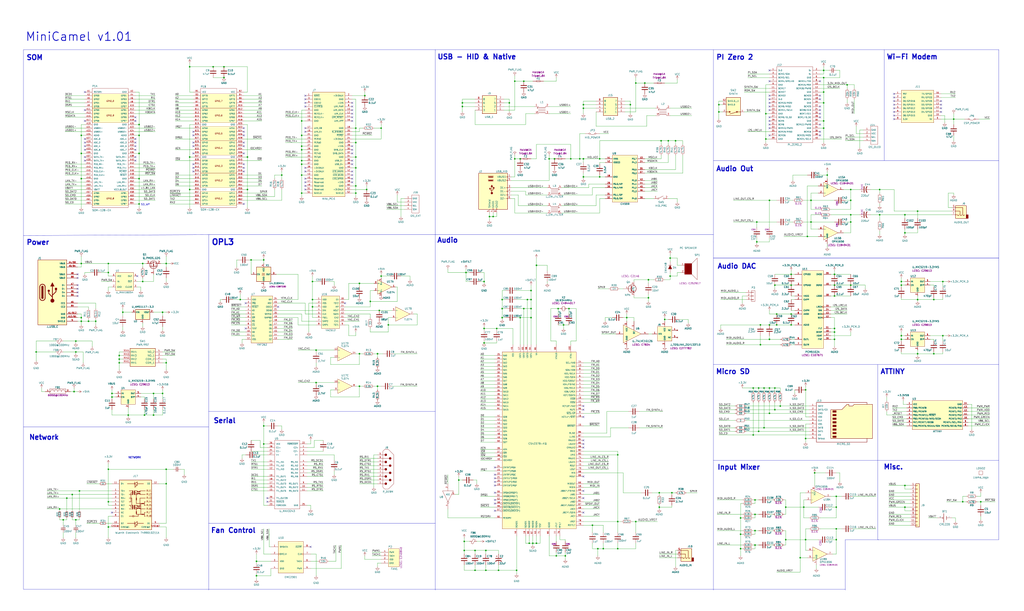
<source format=kicad_sch>
(kicad_sch (version 20250114) (generator "eeschema") (generator_version "9.0")
  (paper "User" 720 429.997)
  (title_block (title "MiniCamel") (date "2024-06-18") (rev "0.1") (company "Matt Schultz") (comment 1 "Based on TinyLlama 2 by Eivind Bøhler"))
  (lib_symbols
    (symbol "Connector:AudioJack3"
      (property "Reference" "J" (at 0 8.89 0))
      (property "Value" "AudioJack3" (at 0 6.35 0))
      (symbol "AudioJack3_1_1"
        (pin passive line (at 5.08 2.54 180) (length 2.54) (name "~") (number "S"))
        (pin passive line (at 5.08 0 180) (length 2.54) (name "~") (number "R"))
        (pin passive line (at 5.08 -2.54 180) (length 2.54) (name "~") (number "T"))
      )
    )
    (symbol "Connector_Generic:Conn_01x12" (pin_names (offset 1.016) (hide yes))
      (property "Reference" "J" (at 0 15.24 0))
      (property "Value" "Conn_01x12" (at 0 -17.78 0))
      (symbol "Conn_01x12_1_1"
        (pin passive line (at -5.08 12.7 0) (length 3.81) (name "Pin_1") (number "1"))
        (pin passive line (at -5.08 10.16 0) (length 3.81) (name "Pin_2") (number "2"))
        (pin passive line (at -5.08 7.62 0) (length 3.81) (name "Pin_3") (number "3"))
        (pin passive line (at -5.08 5.08 0) (length 3.81) (name "Pin_4") (number "4"))
        (pin passive line (at -5.08 2.54 0) (length 3.81) (name "Pin_5") (number "5"))
        (pin passive line (at -5.08 0 0) (length 3.81) (name "Pin_6") (number "6"))
        (pin passive line (at -5.08 -2.54 0) (length 3.81) (name "Pin_7") (number "7"))
        (pin passive line (at -5.08 -5.08 0) (length 3.81) (name "Pin_8") (number "8"))
        (pin passive line (at -5.08 -7.62 0) (length 3.81) (name "Pin_9") (number "9"))
        (pin passive line (at -5.08 -10.16 0) (length 3.81) (name "Pin_10") (number "10"))
        (pin passive line (at -5.08 -12.7 0) (length 3.81) (name "Pin_11") (number "11"))
        (pin passive line (at -5.08 -15.24 0) (length 3.81) (name "Pin_12") (number "12"))
      )
    )
    (symbol "Device:C_Small" (pin_numbers (hide yes)) (pin_names (offset 0.254) (hide yes))
      (property "Reference" "C" (at 0.254 1.778 0))
      (property "Value" "C_Small" (at 0.254 -2.032 0))
      (symbol "C_Small_1_1"
        (pin passive line (at 0 2.54 270) (length 2.032) (name "~") (number "1"))
        (pin passive line (at 0 -2.54 90) (length 2.032) (name "~") (number "2"))
      )
    )
    (symbol "Device:FerriteBead_Small" (pin_numbers (hide yes)) (pin_names (offset 0))
      (property "Reference" "FB" (at 1.905 1.27 0))
      (property "Value" "FerriteBead_Small" (at 1.905 -1.27 0))
      (symbol "FerriteBead_Small_1_1"
        (pin passive line (at 0 2.54 270) (length 1.27) (name "~") (number "1"))
        (pin passive line (at 0 -2.54 90) (length 1.27) (name "~") (number "2"))
      )
    )
    (symbol "Device:R_Small" (pin_numbers (hide yes)) (pin_names (offset 0.254) (hide yes))
      (property "Reference" "R" (at 0.762 0.508 0))
      (property "Value" "R_Small" (at 0.762 -1.016 0))
      (symbol "R_Small_1_1"
        (pin passive line (at 0 2.54 270) (length 0.762) (name "~") (number "1"))
        (pin passive line (at 0 -2.54 90) (length 0.762) (name "~") (number "2"))
      )
    )
    (symbol "Jumper:Jumper_2_Bridged" (pin_numbers (hide yes)) (pin_names (offset 0) (hide yes)) (exclude_from_sim yes)
      (property "Reference" "JP" (at 0 1.905 0))
      (property "Value" "Jumper_2_Bridged" (at 0 -2.54 0))
      (symbol "Jumper_2_Bridged_1_1"
        (pin passive line (at -5.08 0 0) (length 2.54) (name "A") (number "1"))
        (pin passive line (at 5.08 0 180) (length 2.54) (name "B") (number "2"))
      )
    )
    (symbol "Llama Library:J_WEMOS_D1_MINI" (pin_names (offset 1.016))
      (property "Reference" "J" (at -11.43 12.7 0))
      (property "Value" "J_WEMOS_D1_MINI" (at 0 -12.7 0))
      (symbol "J_WEMOS_D1_MINI_1_1"
        (pin bidirectional line (at -16.51 8.89 0) (length 5.08) (name "RST") (number "1"))
        (pin bidirectional line (at -16.51 6.35 0) (length 5.08) (name "A0") (number "2"))
        (pin bidirectional line (at -16.51 3.81 0) (length 5.08) (name "D0/GPIO16") (number "3"))
        (pin bidirectional line (at -16.51 1.27 0) (length 5.08) (name "D5/GPIO14") (number "4"))
        (pin bidirectional line (at -16.51 -1.27 0) (length 5.08) (name "D6/GPIO12") (number "5"))
        (pin bidirectional line (at -16.51 -3.81 0) (length 5.08) (name "D7/GPIO13") (number "6"))
        (pin bidirectional line (at -16.51 -6.35 0) (length 5.08) (name "D8/GPIO15") (number "7"))
        (pin power_out line (at -16.51 -8.89 0) (length 5.08) (name "3.3V") (number "8"))
        (pin bidirectional line (at 16.51 8.89 180) (length 5.08) (name "TX/GPIO1") (number "16"))
        (pin bidirectional line (at 16.51 6.35 180) (length 5.08) (name "RX/GPIO3") (number "15"))
        (pin bidirectional line (at 16.51 3.81 180) (length 5.08) (name "D1/GPIO5") (number "14"))
        (pin bidirectional line (at 16.51 1.27 180) (length 5.08) (name "D2/GPIO4") (number "13"))
        (pin bidirectional line (at 16.51 -1.27 180) (length 5.08) (name "D3/GPIO0") (number "12"))
        (pin bidirectional line (at 16.51 -3.81 180) (length 5.08) (name "D4/GPIO2") (number "11"))
        (pin power_in line (at 16.51 -6.35 180) (length 5.08) (name "GND") (number "10"))
        (pin power_in line (at 16.51 -8.89 180) (length 5.08) (name "5V") (number "9"))
      )
    )
    (symbol "SnipE Symbol Library:1-1825027-1" (pin_names (offset 1.016))
      (property "Reference" "S" (at -5.0839 5.5923 0))
      (property "Value" "1-1825027-1" (at -5.0831 -9.9105 0))
      (symbol "1-1825027-1_0_0"
        (pin passive line (at -7.62 2.54 0) (length 2.54) (name "~") (number "1"))
        (pin passive line (at 7.62 2.54 180) (length 2.54) (name "~") (number "2"))
        (pin power_in line (at 7.62 -2.54 180) (length 2.54) (name "SHIELD") (number "S1"))
        (pin power_in line (at 7.62 -5.08 180) (length 2.54) (name "SHIELD__1") (number "S2"))
      )
    )
    (symbol "SnipE Symbol Library:C" (pin_numbers (hide yes)) (pin_names (offset 1.016))
      (property "Reference" "C" (at 2.54 -1.27 0))
      (property "Value" "C" (at 2.54 1.27 0))
      (symbol "C_1_1"
        (pin passive line (at 0 3.81 270) (length 2.794) (name "~") (number "1"))
        (pin passive line (at 0 -3.81 90) (length 2.794) (name "~") (number "2"))
      )
    )
    (symbol "SnipE Symbol Library:CP" (pin_numbers (hide yes)) (pin_names (offset 1.016))
      (property "Reference" "C" (at 2.54 1.27 0))
      (property "Value" "CP" (at 2.54 -1.27 0))
      (symbol "CP_1_1"
        (pin passive line (at 0 3.81 270) (length 2.794) (name "~") (number "1"))
        (pin passive line (at 0 -3.81 90) (length 3.302) (name "~") (number "2"))
      )
    )
    (symbol "SnipE Symbol Library:CS4237B-KQ_LITE"
      (property "Value" "CS4237B-KQ" (at -15.748 -2.286 0))
      (symbol "CS4237B-KQ_LITE_1_1"
        (pin input line (at -45.72 59.69 0) (length 5.08) (name "SA0") (number "25"))
        (pin input line (at -45.72 57.15 0) (length 5.08) (name "SA1") (number "26"))
        (pin input line (at -45.72 54.61 0) (length 5.08) (name "SA2") (number "27"))
        (pin input line (at -45.72 52.07 0) (length 5.08) (name "SA3") (number "28"))
        (pin input line (at -45.72 49.53 0) (length 5.08) (name "SA4") (number "29"))
        (pin input line (at -45.72 46.99 0) (length 5.08) (name "SA5") (number "30"))
        (pin input line (at -45.72 44.45 0) (length 5.08) (name "SA6") (number "31"))
        (pin input line (at -45.72 41.91 0) (length 5.08) (name "SA7") (number "32"))
        (pin input line (at -45.72 39.37 0) (length 5.08) (name "SA8") (number "33"))
        (pin input line (at -45.72 36.83 0) (length 5.08) (name "SA9") (number "34"))
        (pin input line (at -45.72 34.29 0) (length 5.08) (name "SA10") (number "35"))
        (pin input line (at -45.72 31.75 0) (length 5.08) (name "SA11") (number "36"))
        (pin input line (at -45.72 29.21 0) (length 5.08) (name "SA12") (number "94"))
        (pin input line (at -45.72 26.67 0) (length 5.08) (name "SA13") (number "93"))
        (pin input line (at -45.72 24.13 0) (length 5.08) (name "SA14") (number "92"))
        (pin input line (at -45.72 21.59 0) (length 5.08) (name "SA15") (number "91"))
        (pin bidirectional line (at -45.72 16.51 0) (length 5.08) (name "SD0") (number "41"))
        (pin bidirectional line (at -45.72 13.97 0) (length 5.08) (name "SD1") (number "42"))
        (pin bidirectional line (at -45.72 11.43 0) (length 5.08) (name "SD2") (number "43"))
        (pin bidirectional line (at -45.72 8.89 0) (length 5.08) (name "SD3") (number "44"))
        (pin bidirectional line (at -45.72 6.35 0) (length 5.08) (name "SD4") (number "47"))
        (pin bidirectional line (at -45.72 3.81 0) (length 5.08) (name "SD5") (number "48"))
        (pin bidirectional line (at -45.72 1.27 0) (length 5.08) (name "SD6") (number "49"))
        (pin bidirectional line (at -45.72 -1.27 0) (length 5.08) (name "SD7") (number "50"))
        (pin input line (at -45.72 -6.35 0) (length 5.08) (name "AEN") (number "39"))
        (pin input inverted (at -45.72 -8.89 0) (length 5.08) (name "~{IOR}") (number "37"))
        (pin input inverted (at -45.72 -11.43 0) (length 5.08) (name "~{IOW}") (number "38"))
        (pin output line (at -45.72 -13.97 0) (length 5.08) (name "IOCHRDY") (number "40"))
        (pin output line (at -45.72 -19.05 0) (length 5.08) (name "(INT5*)IRQA") (number "24"))
        (pin output line (at -45.72 -21.59 0) (length 5.08) (name "(INT7*)IRQB") (number "23"))
        (pin output line (at -45.72 -24.13 0) (length 5.08) (name "(INT9*)IRQC") (number "22"))
        (pin output line (at -45.72 -26.67 0) (length 5.08) (name "(INT11*)IRQD") (number "21"))
        (pin output line (at -45.72 -29.21 0) (length 5.08) (name "(INT12*)IRQE") (number "20"))
        (pin output line (at -45.72 -31.75 0) (length 5.08) (name "(INT15*)IRQF") (number "19"))
        (pin output line (at -45.72 -36.83 0) (length 5.08) (name "DRQA(DRQ0*)") (number "55"))
        (pin output line (at -45.72 -39.37 0) (length 5.08) (name "DRQB(DRQ1*)") (number "51"))
        (pin output line (at -45.72 -41.91 0) (length 5.08) (name "DRQC(DRQ3*)") (number "52"))
        (pin input inverted (at -45.72 -44.45 0) (length 5.08) (name "~{DACKA}(~{DACK0}*)") (number "58"))
        (pin input inverted (at -45.72 -46.99 0) (length 5.08) (name "~{DACKB}(~{DACK1}*)") (number "56"))
        (pin input inverted (at -45.72 -49.53 0) (length 5.08) (name "~{DACKC}(~{DACK3}*)") (number "57"))
        (pin passive line (at -45.72 -54.61 0) (length 5.08) (name "RESDRV") (number "90"))
        (pin power_in line (at -33.02 67.31 270) (length 5.08) (name "VD1") (number "45"))
        (pin power_in line (at -30.48 -67.31 90) (length 5.08) (name "DGND1") (number "46"))
        (pin power_in line (at -27.94 67.31 270) (length 5.08) (name "VDF1") (number "17"))
        (pin power_in line (at -25.4 67.31 270) (length 5.08) (name "VDF2") (number "65"))
        (pin power_in line (at -24.13 -67.31 90) (length 5.08) (name "SGND1") (number "18"))
        (pin power_in line (at -22.86 67.31 270) (length 5.08) (name "VDF3") (number "98"))
        (pin power_in line (at -21.59 -67.31 90) (length 5.08) (name "SGND2") (number "66"))
        (pin power_in line (at -20.32 67.31 270) (length 5.08) (name "VDF4") (number "54"))
        (pin power_in line (at -19.05 -67.31 90) (length 5.08) (name "SGND3") (number "97"))
        (pin passive line (at -16.51 67.31 270) (length 5.08) (name "VA") (number "81"))
        (pin power_in line (at -16.51 -67.31 90) (length 5.08) (name "SGND4") (number "53"))
        (pin passive line (at -13.97 -67.31 90) (length 5.08) (name "TEST") (number "71"))
        (pin passive line (at -7.62 -67.31 90) (length 5.08) (name "AGND") (number "80"))
        (pin passive line (at -2.54 67.31 270) (length 5.08) (name "XTALO") (number "99"))
        (pin passive line (at -2.54 -67.31 90) (length 5.08) (name "LFILT") (number "77"))
        (pin passive line (at 0 -67.31 90) (length 5.08) (name "RFILT") (number "76"))
        (pin passive line (at 7.62 67.31 270) (length 5.08) (name "XTALI") (number "100"))
        (pin passive line (at 16.51 54.61 180) (length 5.08) (name "SCL/XA0") (number "14"))
        (pin passive line (at 16.51 52.07 180) (length 5.08) (name "XA1") (number "13"))
        (pin passive line (at 16.51 49.53 180) (length 5.08) (name "SDA/XD0") (number "8"))
        (pin passive line (at 16.51 46.99 180) (length 5.08) (name "XD1/SCLK") (number "7"))
        (pin passive line (at 16.51 44.45 180) (length 5.08) (name "XD2/SDIN") (number "6"))
        (pin passive line (at 16.51 41.91 180) (length 5.08) (name "XD3/SDOUT") (number "5"))
        (pin passive line (at 16.51 39.37 180) (length 5.08) (name "XD4/FSYNC") (number "4"))
        (pin passive line (at 16.51 36.83 180) (length 5.08) (name "XD5/MCLK") (number "3"))
        (pin passive line (at 16.51 34.29 180) (length 5.08) (name "XD6/LRCK") (number "2"))
        (pin passive line (at 16.51 31.75 180) (length 5.08) (name "XD7/SDATA") (number "1"))
        (pin passive line (at 16.51 29.21 180) (length 5.08) (name "~{XIOR}") (number "10"))
        (pin passive line (at 16.51 26.67 180) (length 5.08) (name "~{XIOW}") (number "11"))
        (pin passive line (at 16.51 24.13 180) (length 5.08) (name "XCTL0*/XA2") (number "12"))
        (pin passive line (at 16.51 21.59 180) (length 5.08) (name "MUTE") (number "95"))
        (pin passive line (at 16.51 19.05 180) (length 5.08) (name "~{SCS}/~{UP}") (number "9"))
        (pin passive line (at 16.51 16.51 180) (length 5.08) (name "XCTL1*/~{SINT}") (number "16"))
        (pin input line (at 16.51 10.16 180) (length 5.08) (name "~{BRESET}") (number "15"))
        (pin input line (at 16.51 5.08 180) (length 5.08) (name "RLINE") (number "86"))
        (pin input line (at 16.51 2.54 180) (length 5.08) (name "LLINE") (number "87"))
        (pin passive line (at 16.51 0 180) (length 5.08) (name "RAUX2") (number "84"))
        (pin passive line (at 16.51 -2.54 180) (length 5.08) (name "LAUX2") (number "85"))
        (pin passive line (at 16.51 -5.08 180) (length 5.08) (name "CMAUX2") (number "96"))
        (pin passive line (at 16.51 -7.62 180) (length 5.08) (name "RMIC") (number "82"))
        (pin passive line (at 16.51 -10.16 180) (length 5.08) (name "LMIC") (number "83"))
        (pin passive line (at 16.51 -12.7 180) (length 5.08) (name "RAUX1") (number "74"))
        (pin passive line (at 16.51 -15.24 180) (length 5.08) (name "LAUX1") (number "75"))
        (pin output line (at 16.51 -17.78 180) (length 5.08) (name "ROUT") (number "72"))
        (pin output line (at 16.51 -20.32 180) (length 5.08) (name "LOUT") (number "73"))
        (pin input line (at 16.51 -22.86 180) (length 5.08) (name "MIN") (number "88"))
        (pin output line (at 16.51 -25.4 180) (length 5.08) (name "MOUT") (number "89"))
        (pin output line (at 16.51 -30.48 180) (length 5.08) (name "MIDOUT") (number "60"))
        (pin input line (at 16.51 -33.02 180) (length 5.08) (name "MIDIN") (number "59"))
        (pin passive line (at 16.51 -35.56 180) (length 5.08) (name "JBB1*/FSYNC") (number "69"))
        (pin passive line (at 16.51 -38.1 180) (length 5.08) (name "JAB1") (number "70"))
        (pin passive line (at 16.51 -40.64 180) (length 5.08) (name "JBB2*/SCLK") (number "62"))
        (pin passive line (at 16.51 -43.18 180) (length 5.08) (name "JAB2") (number "61"))
        (pin passive line (at 16.51 -45.72 180) (length 5.08) (name "JBCX*/SDOUT") (number "67"))
        (pin passive line (at 16.51 -48.26 180) (length 5.08) (name "JACX") (number "68"))
        (pin passive line (at 16.51 -50.8 180) (length 5.08) (name "JBCY*/SDIN") (number "64"))
        (pin passive line (at 16.51 -53.34 180) (length 5.08) (name "JACY") (number "63"))
        (pin passive line (at 16.51 -57.15 180) (length 5.08) (name "VREF") (number "78"))
        (pin passive line (at 16.51 -59.69 180) (length 5.08) (name "REFFLT") (number "79"))
      )
    )
    (symbol "SnipE Symbol Library:PWR_FLAG" (power) (pin_numbers (hide yes)) (pin_names (offset 0) (hide yes))
      (property "Value" "PWR_FLAG" (at 0 3.81 0))
      (symbol "PWR_FLAG_0_0"
        (pin power_out line (at 0 0 90) (length 0) (name "pwr") (number "1"))
      )
    )
    (symbol "SnipE Symbol Library:P_CONN_01X03" (pin_names (offset 1.016))
      (property "Reference" "P" (at 0 5.08 0))
      (property "Value" "P_CONN_01X03" (at 2.54 0 90))
      (symbol "P_CONN_01X03_1_1"
        (pin passive line (at -5.08 2.54 0) (length 3.81) (name "~") (number "1"))
        (pin passive line (at -5.08 0 0) (length 3.81) (name "~") (number "2"))
        (pin passive line (at -5.08 -2.54 0) (length 3.81) (name "~") (number "3"))
      )
    )
    (symbol "SnipE Symbol Library:SGND" (power) (pin_numbers (hide yes)) (pin_names (offset 0) (hide yes))
      (property "Value" "SGND" (at 0 -3.81 0))
      (symbol "SGND_1_1"
        (pin power_in line (at 0 0 270) (length 0) (name "~") (number "1"))
      )
    )
    (symbol "SnipE Symbol Library:TL53EF160Q"
      (property "Reference" "S" (at 24.13 7.62 0))
      (property "Value" "TL53EF160Q" (at 24.13 5.08 0))
      (symbol "TL53EF160Q_1_1"
        (pin passive line (at 0 0 0) (length 5.08) (name "COM_1") (number "1"))
        (pin passive line (at 0 -2.54 0) (length 5.08) (name "COM_2") (number "2"))
        (pin passive line (at 0 -5.08 0) (length 5.08) (name "NO_1") (number "3"))
        (pin passive line (at 0 -7.62 0) (length 5.08) (name "NO_2") (number "4"))
        (pin passive line (at 27.94 0 180) (length 5.08) (name "MH1") (number "MH1"))
        (pin passive line (at 27.94 -2.54 180) (length 5.08) (name "MH2") (number "MH2"))
        (pin passive line (at 27.94 -5.08 180) (length 5.08) (name "MH3") (number "MH3"))
        (pin passive line (at 27.94 -7.62 180) (length 5.08) (name "MH4") (number "MH4"))
      )
    )
    (symbol "Switch:SW_SPST" (pin_names (offset 0) (hide yes))
      (property "Reference" "SW" (at 0 3.175 0))
      (property "Value" "SW_SPST" (at 0 -2.54 0))
      (symbol "SW_SPST_1_1"
        (pin passive line (at -5.08 0 0) (length 2.54) (name "A") (number "1"))
        (pin passive line (at 5.08 0 180) (length 2.54) (name "B") (number "2"))
      )
    )
    (symbol "llama_shared:+3.3V" (power) (pin_names (offset 0))
      (property "Value" "+3.3V" (at 0 3.81 0))
      (symbol "+3.3V_1_1"
        (pin power_in line (at 0 0 90) (length 0) (hide yes) (name "+3.3V") (number "1"))
      )
    )
    (symbol "llama_shared:+3.3VSB" (power) (pin_names (offset 0))
      (property "Value" "+3.3VSB" (at 0 3.81 0))
      (symbol "+3.3VSB_1_1"
        (pin power_in line (at 0 0 90) (length 0) (hide yes) (name "+3.3VSB") (number "1"))
      )
    )
    (symbol "llama_shared:+3.3V_PCM_A" (power) (pin_names (offset 0))
      (property "Value" "+3.3V_PCM_A" (at 0 3.81 0))
      (symbol "+3.3V_PCM_A_1_1"
        (pin power_in line (at 0 0 90) (length 0) (hide yes) (name "+3.3V_PCM_A") (number "1"))
      )
    )
    (symbol "llama_shared:+3.3V_PCM_D" (power) (pin_names (offset 0))
      (property "Value" "+3.3V_PCM_D" (at 0 3.81 0))
      (symbol "+3.3V_PCM_D_1_1"
        (pin power_in line (at 0 0 90) (length 0) (hide yes) (name "+3.3V_PCM_D") (number "1"))
      )
    )
    (symbol "llama_shared:+5VA" (power) (pin_names (offset 0))
      (property "Value" "+5VA" (at 0 3.81 0))
      (symbol "+5VA_1_1"
        (pin power_in line (at 0 0 90) (length 0) (hide yes) (name "+5VA") (number "1"))
      )
    )
    (symbol "llama_shared:+5VFILT" (power) (pin_names (offset 0))
      (property "Value" "+5VFILT" (at 0 3.81 0))
      (symbol "+5VFILT_1_1"
        (pin power_in line (at 0 0 90) (length 0) (hide yes) (name "+5VFILT") (number "1"))
      )
    )
    (symbol "llama_shared:+5VSB" (power) (pin_names (offset 0))
      (property "Value" "+5VSB" (at 0 3.81 0))
      (symbol "+5VSB_1_1"
        (pin power_in line (at 0 0 90) (length 0) (hide yes) (name "+5VSB") (number "1"))
      )
    )
    (symbol "llama_shared:7499010211A" (pin_names (offset 1.016))
      (property "Reference" "U" (at 0 0 0))
      (property "Value" "7499010211A" (at 0 0 0))
      (symbol "7499010211A_0_0"
        (text "RJ1" (at 6.35 9.525 0) (effects (font (size 1.27 1.27)) (justify left bottom)))
        (text "RJ2" (at 6.35 6.985 0) (effects (font (size 1.27 1.27)) (justify left bottom)))
        (text "RJ3" (at 6.35 4.445 0) (effects (font (size 1.27 1.27)) (justify left bottom)))
        (text "RJ4" (at 6.35 1.905 0) (effects (font (size 1.27 1.27)) (justify left bottom)))
        (text "RJ5" (at 6.35 -0.635 0) (effects (font (size 1.27 1.27)) (justify left bottom)))
        (text "RJ6" (at 6.35 -3.175 0) (effects (font (size 1.27 1.27)) (justify left bottom)))
        (text "RJ7" (at 6.35 -5.715 0) (effects (font (size 1.27 1.27)) (justify left bottom)))
        (text "RJ8" (at 6.35 -8.255 0) (effects (font (size 1.27 1.27)) (justify left bottom)))
        (pin bidirectional line (at -17.78 15.24 0) (length 5.08) (name "D4") (number "11"))
        (pin bidirectional line (at -17.78 10.16 0) (length 5.08) (name "TD+") (number "1"))
        (pin bidirectional line (at -17.78 7.62 0) (length 5.08) (name "TD-") (number "2"))
        (pin bidirectional line (at -17.78 5.08 0) (length 5.08) (name "RD+") (number "3"))
        (pin bidirectional line (at -17.78 2.54 0) (length 5.08) (name "TCT") (number "4"))
        (pin bidirectional line (at -17.78 0 0) (length 5.08) (name "RCT") (number "5"))
        (pin bidirectional line (at -17.78 -2.54 0) (length 5.08) (name "RD-") (number "6"))
        (pin bidirectional line (at -17.78 -5.08 0) (length 5.08) (name "NC") (number "7"))
        (pin bidirectional line (at -17.78 -7.62 0) (length 5.08) (name "C1") (number "8"))
        (pin bidirectional line (at -17.78 -12.7 0) (length 5.08) (name "D2") (number "10"))
        (pin bidirectional line (at -17.78 -15.24 0) (length 5.08) (name "CASE@1") (number "CASE@1"))
        (pin bidirectional line (at 15.24 15.24 180) (length 5.08) (name "D3") (number "12"))
        (pin bidirectional line (at 15.24 -12.7 180) (length 5.08) (name "D1") (number "9"))
        (pin bidirectional line (at 15.24 -15.24 180) (length 5.08) (name "CASE@2") (number "CASE@2"))
      )
    )
    (symbol "llama_shared:AGND" (power) (pin_names (offset 0))
      (property "Value" "AGND" (at 0 -3.81 0))
      (symbol "AGND_1_1"
        (pin power_in line (at 0 0 270) (length 0) (hide yes) (name "GND") (number "1"))
      )
    )
    (symbol "llama_shared:BT" (pin_numbers (hide yes)) (pin_names (offset 0))
      (property "Reference" "BT" (at -3.81 3.81 0))
      (property "Value" "BT" (at -3.81 -2.54 0))
      (symbol "BT_1_1"
        (pin power_out line (at 0 5.08 270) (length 3.81) (name "+") (number "1"))
        (pin passive line (at 0 -5.08 90) (length 3.81) (name "-") (number "2"))
      )
    )
    (symbol "llama_shared:C" (pin_numbers (hide yes)) (pin_names (offset 1.016))
      (property "Reference" "C" (at 2.54 -1.27 0))
      (property "Value" "C" (at 2.54 1.27 0))
      (symbol "C_1_1"
        (pin passive line (at 0 3.81 270) (length 2.794) (name "~") (number "1"))
        (pin passive line (at 0 -3.81 90) (length 2.794) (name "~") (number "2"))
      )
    )
    (symbol "llama_shared:D" (pin_numbers (hide yes)) (pin_names (offset 1.016) (hide yes))
      (property "Reference" "D" (at 0 2.54 0))
      (property "Value" "D" (at 0 -2.54 0))
      (symbol "D_1_1"
        (pin passive line (at -3.81 0 0) (length 2.54) (name "K") (number "1"))
        (pin passive line (at 3.81 0 180) (length 2.54) (name "A") (number "2"))
      )
    )
    (symbol "llama_shared:F" (pin_numbers (hide yes)) (pin_names (offset 1.016) (hide yes))
      (property "Reference" "F" (at 0 2.54 0))
      (property "Value" "F" (at 0 -2.54 0))
      (symbol "F_1_1"
        (pin passive line (at -3.81 0 0) (length 2.54) (name "~") (number "1"))
        (pin passive line (at 3.81 0 180) (length 2.54) (name "~") (number "2"))
      )
    )
    (symbol "llama_shared:FB" (pin_names (offset 1.016) (hide yes))
      (property "Reference" "FB" (at 0 3.81 0))
      (property "Value" "FB" (at 0 -2.54 0))
      (symbol "FB_1_1"
        (pin passive line (at -8.89 0 0) (length 3.81) (name "1") (number "1"))
        (pin passive line (at 8.89 0 180) (length 3.81) (name "2") (number "2"))
      )
    )
    (symbol "llama_shared:FM_+5VA" (power) (pin_names (offset 0))
      (property "Value" "FM_+5VA" (at 0 3.81 0))
      (symbol "FM_+5VA_1_1"
        (pin power_in line (at 0 0 90) (length 0) (hide yes) (name "FM_+5VA") (number "1"))
      )
    )
    (symbol "llama_shared:FM_AGND" (power) (pin_names (offset 0))
      (property "Value" "FM_AGND" (at 0 -3.81 0))
      (symbol "FM_AGND_1_1"
        (pin power_in line (at 0 0 270) (length 0) (hide yes) (name "FM_AGND") (number "1"))
      )
    )
    (symbol "llama_shared:FM_GND" (power) (pin_names (offset 0))
      (property "Value" "FM_GND" (at 0 -3.81 0))
      (symbol "FM_GND_1_1"
        (pin power_in line (at 0 0 270) (length 0) (hide yes) (name "FM_GND") (number "1"))
      )
    )
    (symbol "llama_shared:FM_VCC" (power) (pin_names (offset 0))
      (property "Value" "FM_VCC" (at 0 3.81 0))
      (symbol "FM_VCC_1_1"
        (pin power_in line (at 0 0 90) (length 0) (hide yes) (name "FM_VCC") (number "1"))
      )
    )
    (symbol "llama_shared:GND" (power) (pin_names (offset 0))
      (property "Value" "GND" (at 0 -3.81 0))
      (symbol "GND_1_1"
        (pin power_in line (at 0 0 270) (length 0) (hide yes) (name "GND") (number "1"))
      )
    )
    (symbol "llama_shared:J_FAN_HEADER"
      (property "Reference" "J" (at -2.54 6.35 0))
      (property "Value" "J_FAN_HEADER" (at 0 -8.89 0))
      (property "LCSC" "C240840" (at 0 -11.43 0) (show_name))
      (symbol "J_FAN_HEADER_1_1"
        (pin input line (at -8.89 2.54 0) (length 5.08) (name "PWM") (number "4"))
        (pin output line (at -8.89 0 0) (length 5.08) (name "TACH") (number "3"))
        (pin power_in line (at -8.89 -2.54 0) (length 5.08) (name "VDD") (number "2"))
        (pin power_in line (at -8.89 -5.08 0) (length 5.08) (name "GND") (number "1"))
      )
    )
    (symbol "llama_shared:J_MINI_PCIE" (pin_names (offset 1.016))
      (property "Reference" "J2" (at -11.43 36.8595 0))
      (property "Value" "J_MINI_PCIE" (at 0 -39.5756 0))
      (symbol "J_MINI_PCIE_1_1"
        (pin open_collector line (at -16.51 33.02 0) (length 5.08) (name "~{WAKE}") (number "1"))
        (pin passive line (at -16.51 30.48 0) (length 5.08) (name "COEX1") (number "3"))
        (pin passive line (at -16.51 27.94 0) (length 5.08) (name "COEX2") (number "5"))
        (pin open_collector line (at -16.51 25.4 0) (length 5.08) (name "~{CLKREQ}") (number "7"))
        (pin passive line (at -16.51 22.86 0) (length 5.08) (name "GND") (number "9"))
        (pin input line (at -16.51 20.32 0) (length 5.08) (name "REFCLK-") (number "11"))
        (pin input line (at -16.51 17.78 0) (length 5.08) (name "REFCLK+") (number "13"))
        (pin passive line (at -16.51 15.24 0) (length 5.08) (name "GND") (number "15"))
        (pin passive line (at -16.51 10.16 0) (length 5.08) (name "UIM_C8") (number "17"))
        (pin passive line (at -16.51 7.62 0) (length 5.08) (name "UIM_C4") (number "19"))
        (pin passive line (at -16.51 5.08 0) (length 5.08) (name "GND") (number "21"))
        (pin output line (at -16.51 2.54 0) (length 5.08) (name "PERn0") (number "23"))
        (pin output line (at -16.51 0 0) (length 5.08) (name "PERp0") (number "25"))
        (pin passive line (at -16.51 -2.54 0) (length 5.08) (name "GND") (number "27"))
        (pin passive line (at -16.51 -5.08 0) (length 5.08) (name "GND") (number "29"))
        (pin input line (at -16.51 -7.62 0) (length 5.08) (name "PETn0") (number "31"))
        (pin input line (at -16.51 -10.16 0) (length 5.08) (name "PETp0") (number "33"))
        (pin passive line (at -16.51 -12.7 0) (length 5.08) (name "GND") (number "35"))
        (pin passive line (at -16.51 -15.24 0) (length 5.08) (name "GND") (number "37"))
        (pin power_in line (at -16.51 -17.78 0) (length 5.08) (name "+3V3AUX") (number "39"))
        (pin power_in line (at -16.51 -20.32 0) (length 5.08) (name "+3V3AUX") (number "41"))
        (pin passive line (at -16.51 -22.86 0) (length 5.08) (name "GND") (number "43"))
        (pin passive line (at -16.51 -25.4 0) (length 5.08) (name "Reserved") (number "45"))
        (pin passive line (at -16.51 -27.94 0) (length 5.08) (name "Reserved") (number "47"))
        (pin passive line (at -16.51 -30.48 0) (length 5.08) (name "Reserved") (number "49"))
        (pin passive line (at -16.51 -33.02 0) (length 5.08) (name "Reserved") (number "51"))
        (pin passive line (at -16.51 -35.56 0) (length 5.08) (name "SHIELD") (number "S1"))
        (pin power_in line (at 16.51 33.02 180) (length 5.08) (name "+3V3AUX") (number "2"))
        (pin power_in line (at 16.51 30.48 180) (length 5.08) (name "GND") (number "4"))
        (pin power_in line (at 16.51 27.94 180) (length 5.08) (name "+1V5") (number "6"))
        (pin power_out line (at 16.51 25.4 180) (length 5.08) (name "UIM_PWR") (number "8"))
        (pin bidirectional line (at 16.51 22.86 180) (length 5.08) (name "UIM_DATA") (number "10"))
        (pin output line (at 16.51 20.32 180) (length 5.08) (name "UIM_CLK") (number "12"))
        (pin output line (at 16.51 17.78 180) (length 5.08) (name "~{UIM_RESET}") (number "14"))
        (pin power_out line (at 16.51 15.24 180) (length 5.08) (name "UIM_VPP") (number "16"))
        (pin passive line (at 16.51 10.16 180) (length 5.08) (name "GND") (number "18"))
        (pin input line (at 16.51 7.62 180) (length 5.08) (name "~{W_DISABLE}") (number "20"))
        (pin input line (at 16.51 5.08 180) (length 5.08) (name "~{PERST}") (number "22"))
        (pin power_in line (at 16.51 2.54 180) (length 5.08) (name "+3V3AUX") (number "24"))
        (pin passive line (at 16.51 0 180) (length 5.08) (name "GND") (number "26"))
        (pin power_in line (at 16.51 -2.54 180) (length 5.08) (name "+1V5") (number "28"))
        (pin input line (at 16.51 -5.08 180) (length 5.08) (name "SMB_CLK") (number "30"))
        (pin bidirectional line (at 16.51 -7.62 180) (length 5.08) (name "SMB_DATA") (number "32"))
        (pin passive line (at 16.51 -10.16 180) (length 5.08) (name "GND") (number "34"))
        (pin bidirectional line (at 16.51 -12.7 180) (length 5.08) (name "USB_D-") (number "36"))
        (pin bidirectional line (at 16.51 -15.24 180) (length 5.08) (name "USB_D+") (number "38"))
        (pin passive line (at 16.51 -17.78 180) (length 5.08) (name "GND") (number "40"))
        (pin open_collector line (at 16.51 -20.32 180) (length 5.08) (name "~{LED_WWAN}") (number "42"))
        (pin open_collector line (at 16.51 -22.86 180) (length 5.08) (name "~{LED_WLAN}") (number "44"))
        (pin open_collector line (at 16.51 -25.4 180) (length 5.08) (name "~{LED_WPAN}") (number "46"))
        (pin power_in line (at 16.51 -27.94 180) (length 5.08) (name "+1V5") (number "48"))
        (pin passive line (at 16.51 -30.48 180) (length 5.08) (name "GND") (number "50"))
        (pin power_in line (at 16.51 -33.02 180) (length 5.08) (name "+3V3AUX") (number "52"))
        (pin passive line (at 16.51 -35.56 180) (length 5.08) (name "SHIELD") (number "S2"))
      )
    )
    (symbol "llama_shared:J_Micro_SD_TF01A" (pin_names (offset 1.016))
      (property "Reference" "J" (at -16.51 11.43 0))
      (property "Value" "J_Micro_SD_TF01A" (at 16.51 11.43 0))
      (symbol "J_Micro_SD_TF01A_1_1"
        (pin bidirectional line (at -24.13 7.62 0) (length 5.08) (name "DAT2") (number "1"))
        (pin bidirectional line (at -24.13 5.08 0) (length 5.08) (name "DAT3/CD") (number "2"))
        (pin input line (at -24.13 2.54 0) (length 5.08) (name "CMD") (number "3"))
        (pin power_in line (at -24.13 0 0) (length 5.08) (name "VDD") (number "4"))
        (pin input line (at -24.13 -2.54 0) (length 5.08) (name "CLK") (number "5"))
        (pin power_in line (at -24.13 -5.08 0) (length 5.08) (name "VSS") (number "6"))
        (pin bidirectional line (at -24.13 -7.62 0) (length 5.08) (name "DAT0") (number "7"))
        (pin bidirectional line (at -24.13 -10.16 0) (length 5.08) (name "DAT1") (number "8"))
        (pin output line (at -24.13 -12.7 0) (length 5.08) (name "CD") (number "9"))
        (pin passive line (at -24.13 -15.24 0) (length 5.08) (name "Shield") (number "S"))
      )
    )
    (symbol "llama_shared:J_PI_ZERO" (pin_names (offset 1.016))
      (property "Reference" "J" (at -11.43 27.94 0))
      (property "Value" "J_PI_ZERO" (at 0 -27.94 0))
      (symbol "J_PI_ZERO_1_1"
        (pin passive line (at -17.78 24.13 0) (length 5.08) (name "3v3") (number "1"))
        (pin passive line (at -17.78 21.59 0) (length 5.08) (name "BCM2/SDA") (number "3"))
        (pin passive line (at -17.78 19.05 0) (length 5.08) (name "BCM3/SCL") (number "5"))
        (pin passive line (at -17.78 16.51 0) (length 5.08) (name "BCM4/GPCLK0") (number "7"))
        (pin passive line (at -17.78 13.97 0) (length 5.08) (name "GND") (number "9"))
        (pin passive line (at -17.78 11.43 0) (length 5.08) (name "BCM17") (number "11"))
        (pin passive line (at -17.78 8.89 0) (length 5.08) (name "BCM27") (number "13"))
        (pin passive line (at -17.78 6.35 0) (length 5.08) (name "BCM22") (number "15"))
        (pin passive line (at -17.78 3.81 0) (length 5.08) (name "3v3") (number "17"))
        (pin passive line (at -17.78 1.27 0) (length 5.08) (name "BCM10/MOSI") (number "19"))
        (pin passive line (at -17.78 -1.27 0) (length 5.08) (name "BCM9/MISO") (number "21"))
        (pin passive line (at -17.78 -3.81 0) (length 5.08) (name "BCM11/SCLK") (number "23"))
        (pin passive line (at -17.78 -6.35 0) (length 5.08) (name "GND") (number "25"))
        (pin passive line (at -17.78 -8.89 0) (length 5.08) (name "BCM0/ID_SD") (number "27"))
        (pin passive line (at -17.78 -11.43 0) (length 5.08) (name "BCM5") (number "29"))
        (pin passive line (at -17.78 -13.97 0) (length 5.08) (name "BCM6") (number "31"))
        (pin passive line (at -17.78 -16.51 0) (length 5.08) (name "BCM13/PWM1") (number "33"))
        (pin passive line (at -17.78 -19.05 0) (length 5.08) (name "BCM19/MISO") (number "35"))
        (pin passive line (at -17.78 -21.59 0) (length 5.08) (name "BCM26") (number "37"))
        (pin passive line (at -17.78 -24.13 0) (length 5.08) (name "GND") (number "39"))
        (pin passive line (at 17.78 24.13 180) (length 5.08) (name "5v") (number "2"))
        (pin passive line (at 17.78 21.59 180) (length 5.08) (name "5v") (number "4"))
        (pin passive line (at 17.78 19.05 180) (length 5.08) (name "GND") (number "6"))
        (pin passive line (at 17.78 16.51 180) (length 5.08) (name "BCM14/TDX") (number "8"))
        (pin passive line (at 17.78 13.97 180) (length 5.08) (name "BCM15/RDX") (number "10"))
        (pin passive line (at 17.78 11.43 180) (length 5.08) (name "BCM18/PWM0") (number "12"))
        (pin passive line (at 17.78 8.89 180) (length 5.08) (name "GND") (number "14"))
        (pin passive line (at 17.78 6.35 180) (length 5.08) (name "BCM23") (number "16"))
        (pin passive line (at 17.78 3.81 180) (length 5.08) (name "BCM24") (number "18"))
        (pin passive line (at 17.78 1.27 180) (length 5.08) (name "GND") (number "20"))
        (pin passive line (at 17.78 -1.27 180) (length 5.08) (name "BCM25") (number "22"))
        (pin passive line (at 17.78 -3.81 180) (length 5.08) (name "BCM8/CE0") (number "24"))
        (pin passive line (at 17.78 -6.35 180) (length 5.08) (name "BCM7/CE1") (number "26"))
        (pin passive line (at 17.78 -8.89 180) (length 5.08) (name "BCM1/ID_SC") (number "28"))
        (pin passive line (at 17.78 -11.43 180) (length 5.08) (name "GND") (number "30"))
        (pin passive line (at 17.78 -13.97 180) (length 5.08) (name "BCM12/PWM0") (number "32"))
        (pin passive line (at 17.78 -16.51 180) (length 5.08) (name "GND") (number "34"))
        (pin passive line (at 17.78 -19.05 180) (length 5.08) (name "BCM16") (number "36"))
        (pin passive line (at 17.78 -21.59 180) (length 5.08) (name "BCM20/MOSI") (number "38"))
        (pin passive line (at 17.78 -24.13 180) (length 5.08) (name "BCM21/SCLK") (number "40"))
      )
    )
    (symbol "llama_shared:J_TOSLINK_ZGY133T10"
      (property "Reference" "J" (at -5.08 6.35 0))
      (property "Value" "J_TOSLINK_ZGY133T10" (at 1.27 -6.35 0))
      (symbol "J_TOSLINK_ZGY133T10_1_1"
        (pin input line (at -8.89 0 0) (length 3.81) (name "VIN") (number "1"))
        (pin power_in line (at 0 8.89 270) (length 3.81) (name "VCC") (number "2"))
        (pin power_in line (at 0 -8.89 90) (length 3.81) (name "GND") (number "3"))
        (pin no_connect line (at 8.89 2.54 180) (length 3.81) (name "NC") (number "4"))
        (pin no_connect line (at 8.89 -2.54 180) (length 3.81) (name "NC") (number "5"))
      )
    )
    (symbol "llama_shared:J_USB_A_Stacked_C12049" (pin_names (offset 1.016))
      (property "Reference" "J" (at 0 15.875 0))
      (property "Value" "J_USB_A_Stacked_C12049" (at 0 13.97 0))
      (symbol "J_USB_A_Stacked_C12049_1_1"
        (pin passive line (at -5.08 -15.24 90) (length 2.54) (name "Shield") (number "S"))
        (pin power_in line (at -2.54 -15.24 90) (length 2.54) (name "GND1") (number "4"))
        (pin power_in line (at 0 -15.24 90) (length 2.54) (name "GND2") (number "8"))
        (pin power_in line (at 10.16 10.16 180) (length 2.54) (name "VBUS1") (number "1"))
        (pin power_in line (at 10.16 7.62 180) (length 2.54) (name "VBUS2") (number "5"))
        (pin bidirectional line (at 10.16 2.54 180) (length 2.54) (name "D1+") (number "3"))
        (pin bidirectional line (at 10.16 0 180) (length 2.54) (name "D1-") (number "2"))
        (pin bidirectional line (at 10.16 -2.54 180) (length 2.54) (name "D2+") (number "7"))
        (pin bidirectional line (at 10.16 -5.08 180) (length 2.54) (name "D2-") (number "6"))
      )
    )
    (symbol "llama_shared:J_USB_C" (pin_names (offset 1.016))
      (property "Reference" "J" (at -10.16 24.13 0))
      (property "Value" "J_USB_C" (at 0 -24.13 0))
      (symbol "J_USB_C_1_1"
        (pin passive line (at 17.78 20.32 180) (length 7.62) (name "VBUS") (number "A4/B9"))
        (pin passive line (at 17.78 17.78 180) (length 7.62) (name "VBUS") (number "A9/B4"))
        (pin bidirectional line (at 17.78 12.7 180) (length 7.62) (name "SBU1") (number "A8"))
        (pin bidirectional line (at 17.78 10.16 180) (length 7.62) (name "SBU2") (number "B8"))
        (pin bidirectional line (at 17.78 5.08 180) (length 7.62) (name "D-") (number "A7"))
        (pin bidirectional line (at 17.78 2.54 180) (length 7.62) (name "D-") (number "B7"))
        (pin bidirectional line (at 17.78 0 180) (length 7.62) (name "D+") (number "A6"))
        (pin bidirectional line (at 17.78 -2.54 180) (length 7.62) (name "D+") (number "B6"))
        (pin bidirectional line (at 17.78 -7.62 180) (length 7.62) (name "CC1") (number "A5"))
        (pin bidirectional line (at 17.78 -10.16 180) (length 7.62) (name "CC2") (number "B5"))
        (pin passive line (at 17.78 -15.24 180) (length 7.62) (name "GND") (number "A1/B12"))
        (pin passive line (at 17.78 -17.78 180) (length 7.62) (name "GND") (number "A12/B1"))
        (pin passive line (at 17.78 -20.32 180) (length 7.62) (name "SHIELD") (number "S"))
      )
    )
    (symbol "llama_shared:L_EMI_FILTER" (pin_names (offset 1.016))
      (property "Reference" "L" (at 0 5.08 0))
      (property "Value" "L_EMI_FILTER" (at 0 -5.08 0))
      (symbol "L_EMI_FILTER_1_1"
        (pin passive line (at -5.08 2.54 0) (length 2.54) (name "~") (number "1"))
        (pin passive line (at -5.08 -2.54 0) (length 2.54) (name "~") (number "4"))
        (pin passive line (at 5.08 2.54 180) (length 2.54) (name "~") (number "2"))
        (pin passive line (at 5.08 -2.54 180) (length 2.54) (name "~") (number "3"))
      )
    )
    (symbol "llama_shared:Llama_logo" (pin_names (offset 1.016)))
    (symbol "llama_shared:PWR_FLAG" (power) (pin_numbers (hide yes)) (pin_names (offset 0) (hide yes))
      (property "Value" "PWR_FLAG" (at 0 3.81 0))
      (symbol "PWR_FLAG_0_0"
        (pin power_out line (at 0 0 90) (length 0) (name "pwr") (number "1"))
      )
    )
    (symbol "llama_shared:P_091OLED"
      (property "Reference" "P" (at -2.54 7.62 0))
      (property "Value" "P_091OLED" (at 0 -7.62 0))
      (symbol "P_091OLED_1_1"
        (pin power_in line (at -7.62 3.81 0) (length 5.08) (name "GND") (number "1"))
        (pin power_in line (at -7.62 1.27 0) (length 5.08) (name "VCC") (number "2"))
        (pin input line (at -7.62 -1.27 0) (length 5.08) (name "SCL") (number "3"))
        (pin input line (at -7.62 -3.81 0) (length 5.08) (name "SDA") (number "4"))
      )
    )
    (symbol "llama_shared:P_DE9M" (pin_names (offset 0.0254))
      (property "Reference" "P" (at 0 15.24 0))
      (property "Value" "P_DE9M" (at 0 -15.24 0))
      (symbol "P_DE9M_1_1"
        (pin passive line (at -7.62 10.16 0) (length 3.81) (name "~") (number "5"))
        (pin passive line (at -7.62 7.62 0) (length 3.81) (name "~") (number "9"))
        (pin passive line (at -7.62 5.08 0) (length 3.81) (name "~") (number "4"))
        (pin passive line (at -7.62 2.54 0) (length 3.81) (name "~") (number "8"))
        (pin passive line (at -7.62 0 0) (length 3.81) (name "~") (number "3"))
        (pin passive line (at -7.62 -2.54 0) (length 3.81) (name "~") (number "7"))
        (pin passive line (at -7.62 -5.08 0) (length 3.81) (name "~") (number "2"))
        (pin passive line (at -7.62 -7.62 0) (length 3.81) (name "~") (number "6"))
        (pin passive line (at -7.62 -10.16 0) (length 3.81) (name "~") (number "1"))
        (pin power_in line (at 3.81 10.16 270) (length 0) (hide yes) (name "GND") (number "10"))
        (pin power_in line (at 3.81 -10.16 90) (length 0) (hide yes) (name "GND") (number "11"))
      )
    )
    (symbol "llama_shared:P_SOM-128-EX" (pin_names (offset 1.016))
      (property "Reference" "P" (at -11.43 43.18 0))
      (property "Value" "P_SOM-128-EX" (at 0 -43.18 0))
      (symbol "P_SOM-128-EX_1_0"
        (text "GPIO_0" (at 0 33.02 0) (effects (font (size 1.016 1.016) (italic yes))))
        (text "GPIO_9" (at 0 22.86 0) (effects (font (size 1.016 1.016) (italic yes))))
        (text "GPIO_8" (at 0 -35.56 0) (effects (font (size 1.016 1.016) (italic yes))))
      )
      (symbol "P_SOM-128-EX_1_1"
        (pin passive line (at -17.78 39.37 0) (length 5.08) (name "RSTDRV") (number "A1"))
        (pin passive line (at -17.78 36.83 0) (length 5.08) (name "GP00") (number "A3"))
        (pin passive line (at -17.78 34.29 0) (length 5.08) (name "GP02") (number "A5"))
        (pin passive line (at -17.78 31.75 0) (length 5.08) (name "GP04") (number "A7"))
        (pin passive line (at -17.78 29.21 0) (length 5.08) (name "GP06") (number "A9"))
        (pin passive line (at -17.78 26.67 0) (length 5.08) (name "GP90") (number "A11"))
        (pin passive line (at -17.78 24.13 0) (length 5.08) (name "GP92") (number "A13"))
        (pin passive line (at -17.78 21.59 0) (length 5.08) (name "GP94") (number "A15"))
        (pin passive line (at -17.78 19.05 0) (length 5.08) (name "GP96") (number "A17"))
        (pin passive line (at -17.78 16.51 0) (length 5.08) (name "GND") (number "A19"))
        (pin passive line (at -17.78 13.97 0) (length 5.08) (name "USBD1-") (number "A21"))
        (pin passive line (at -17.78 11.43 0) (length 5.08) (name "USBD1+") (number "A23"))
        (pin passive line (at -17.78 8.89 0) (length 5.08) (name "AGND") (number "A25"))
        (pin passive line (at -17.78 6.35 0) (length 5.08) (name "ADC_0") (number "A27"))
        (pin passive line (at -17.78 3.81 0) (length 5.08) (name "ADC_2") (number "A29"))
        (pin passive line (at -17.78 1.27 0) (length 5.08) (name "ADC_4") (number "A31"))
        (pin passive line (at -17.78 -1.27 0) (length 5.08) (name "ADC_6") (number "A33"))
        (pin passive line (at -17.78 -3.81 0) (length 5.08) (name "GND") (number "A35"))
        (pin passive line (at -17.78 -6.35 0) (length 5.08) (name "SATA_TX-") (number "A37"))
        (pin passive line (at -17.78 -8.89 0) (length 5.08) (name "SATA_TX+") (number "A39"))
        (pin passive line (at -17.78 -11.43 0) (length 5.08) (name "PE0_RX-") (number "A41"))
        (pin passive line (at -17.78 -13.97 0) (length 5.08) (name "PE0_RX+") (number "A43"))
        (pin passive line (at -17.78 -16.51 0) (length 5.08) (name "PE0_CLK-") (number "A45"))
        (pin passive line (at -17.78 -19.05 0) (length 5.08) (name "PE0_CLK+") (number "A47"))
        (pin passive line (at -17.78 -21.59 0) (length 5.08) (name "GND") (number "A49"))
        (pin passive line (at -17.78 -24.13 0) (length 5.08) (name "LAN_TX-") (number "A51"))
        (pin passive line (at -17.78 -26.67 0) (length 5.08) (name "LAN_TX+") (number "A53"))
        (pin passive line (at -17.78 -29.21 0) (length 5.08) (name "VBATT") (number "A55"))
        (pin passive line (at -17.78 -31.75 0) (length 5.08) (name "GP80") (number "A57"))
        (pin passive line (at -17.78 -34.29 0) (length 5.08) (name "GP82") (number "A59"))
        (pin passive line (at -17.78 -36.83 0) (length 5.08) (name "GP84") (number "A61"))
        (pin passive line (at -17.78 -39.37 0) (length 5.08) (name "GP86") (number "A63"))
        (pin passive line (at 17.78 39.37 180) (length 5.08) (name "GND") (number "A2"))
        (pin passive line (at 17.78 36.83 180) (length 5.08) (name "GP01") (number "A4"))
        (pin passive line (at 17.78 34.29 180) (length 5.08) (name "GP03") (number "A6"))
        (pin passive line (at 17.78 31.75 180) (length 5.08) (name "GP05") (number "A8"))
        (pin passive line (at 17.78 29.21 180) (length 5.08) (name "GP07") (number "A10"))
        (pin passive line (at 17.78 26.67 180) (length 5.08) (name "GP91") (number "A12"))
        (pin passive line (at 17.78 24.13 180) (length 5.08) (name "GP93") (number "A14"))
        (pin passive line (at 17.78 21.59 180) (length 5.08) (name "GP95") (number "A16"))
        (pin passive line (at 17.78 19.05 180) (length 5.08) (name "GP97") (number "A18"))
        (pin passive line (at 17.78 16.51 180) (length 5.08) (name "GND") (number "A20"))
        (pin passive line (at 17.78 13.97 180) (length 5.08) (name "USBD2-") (number "A22"))
        (pin passive line (at 17.78 11.43 180) (length 5.08) (name "USBD2+") (number "A24"))
        (pin passive line (at 17.78 8.89 180) (length 5.08) (name "AGND") (number "A26"))
        (pin passive line (at 17.78 6.35 180) (length 5.08) (name "ADC_1") (number "A28"))
        (pin passive line (at 17.78 3.81 180) (length 5.08) (name "ADC_3") (number "A30"))
        (pin passive line (at 17.78 1.27 180) (length 5.08) (name "ADC_5") (number "A32"))
        (pin passive line (at 17.78 -1.27 180) (length 5.08) (name "ADC_7") (number "A34"))
        (pin passive line (at 17.78 -3.81 180) (length 5.08) (name "GND") (number "A36"))
        (pin passive line (at 17.78 -6.35 180) (length 5.08) (name "SATA_RX-") (number "A38"))
        (pin passive line (at 17.78 -8.89 180) (length 5.08) (name "SATA_RX+") (number "A40"))
        (pin passive line (at 17.78 -11.43 180) (length 5.08) (name "PE0_TX-") (number "A42"))
        (pin passive line (at 17.78 -13.97 180) (length 5.08) (name "PE0_TX+") (number "A44"))
        (pin passive line (at 17.78 -16.51 180) (length 5.08) (name "~{PCIRST}") (number "A46"))
        (pin passive line (at 17.78 -19.05 180) (length 5.08) (name "~{RESET}") (number "A48"))
        (pin passive line (at 17.78 -21.59 180) (length 5.08) (name "GND") (number "A50"))
        (pin passive line (at 17.78 -24.13 180) (length 5.08) (name "LAN_RX-") (number "A52"))
        (pin passive line (at 17.78 -26.67 180) (length 5.08) (name "LAN_RX+") (number "A54"))
        (pin passive line (at 17.78 -29.21 180) (length 5.08) (name "VCC1.8_OUT") (number "A56"))
        (pin passive line (at 17.78 -31.75 180) (length 5.08) (name "GP81") (number "A58"))
        (pin passive line (at 17.78 -34.29 180) (length 5.08) (name "GP83") (number "A60"))
        (pin passive line (at 17.78 -36.83 180) (length 5.08) (name "GP85") (number "A62"))
        (pin passive line (at 17.78 -39.37 180) (length 5.08) (name "GP87") (number "A64"))
      )
      (symbol "P_SOM-128-EX_2_0"
        (text "GPIO_7" (at 0 33.02 0) (effects (font (size 1.016 1.016) (italic yes))))
      )
      (symbol "P_SOM-128-EX_2_1"
        (text "GPIO_6" (at 0 22.86 0) (effects (font (size 1.016 1.016) (italic yes))))
        (text "GPIO_5" (at 0 10.16 0) (effects (font (size 1.016 1.016) (italic yes))))
        (text "GPIO_4" (at 0 0 0) (effects (font (size 1.016 1.016) (italic yes))))
        (text "GPIO_3" (at 0 -12.7 0) (effects (font (size 1.016 1.016) (italic yes))))
        (text "GPIO_2" (at 0 -22.86 0) (effects (font (size 1.016 1.016) (italic yes))))
        (text "GPIO_1" (at 0 -35.56 0) (effects (font (size 1.016 1.016) (italic yes))))
        (pin passive line (at -17.78 39.37 0) (length 5.08) (name "VCC") (number "B1"))
        (pin passive line (at -17.78 36.83 0) (length 5.08) (name "GP70") (number "B3"))
        (pin passive line (at -17.78 34.29 0) (length 5.08) (name "GP72") (number "B5"))
        (pin passive line (at -17.78 31.75 0) (length 5.08) (name "GP74") (number "B7"))
        (pin passive line (at -17.78 29.21 0) (length 5.08) (name "GP76") (number "B9"))
        (pin passive line (at -17.78 26.67 0) (length 5.08) (name "GP60") (number "B11"))
        (pin passive line (at -17.78 24.13 0) (length 5.08) (name "GP62") (number "B13"))
        (pin passive line (at -17.78 21.59 0) (length 5.08) (name "GP64") (number "B15"))
        (pin passive line (at -17.78 19.05 0) (length 5.08) (name "GP66") (number "B17"))
        (pin passive line (at -17.78 16.51 0) (length 5.08) (name "GND") (number "B19"))
        (pin passive line (at -17.78 13.97 0) (length 5.08) (name "GP50") (number "B21"))
        (pin passive line (at -17.78 11.43 0) (length 5.08) (name "GP52") (number "B23"))
        (pin passive line (at -17.78 8.89 0) (length 5.08) (name "GP54") (number "B25"))
        (pin passive line (at -17.78 6.35 0) (length 5.08) (name "GP56") (number "B27"))
        (pin passive line (at -17.78 3.81 0) (length 5.08) (name "GP40") (number "B29"))
        (pin passive line (at -17.78 1.27 0) (length 5.08) (name "GP42") (number "B31"))
        (pin passive line (at -17.78 -1.27 0) (length 5.08) (name "GP44") (number "B33"))
        (pin passive line (at -17.78 -3.81 0) (length 5.08) (name "GP46") (number "B35"))
        (pin passive line (at -17.78 -6.35 0) (length 5.08) (name "GND") (number "B37"))
        (pin passive line (at -17.78 -8.89 0) (length 5.08) (name "GP30") (number "B39"))
        (pin passive line (at -17.78 -11.43 0) (length 5.08) (name "GP32") (number "B41"))
        (pin passive line (at -17.78 -13.97 0) (length 5.08) (name "GP34") (number "B43"))
        (pin passive line (at -17.78 -16.51 0) (length 5.08) (name "GP36") (number "B45"))
        (pin passive line (at -17.78 -19.05 0) (length 5.08) (name "GP20") (number "B47"))
        (pin passive line (at -17.78 -21.59 0) (length 5.08) (name "GP22") (number "B49"))
        (pin passive line (at -17.78 -24.13 0) (length 5.08) (name "GP24") (number "B51"))
        (pin passive line (at -17.78 -26.67 0) (length 5.08) (name "GP26") (number "B53"))
        (pin passive line (at -17.78 -29.21 0) (length 5.08) (name "GND") (number "B55"))
        (pin passive line (at -17.78 -31.75 0) (length 5.08) (name "GP10") (number "B57"))
        (pin passive line (at -17.78 -34.29 0) (length 5.08) (name "GP12") (number "B59"))
        (pin passive line (at -17.78 -36.83 0) (length 5.08) (name "GP14") (number "B61"))
        (pin passive line (at -17.78 -39.37 0) (length 5.08) (name "GP16") (number "B63"))
        (pin passive line (at 17.78 39.37 180) (length 5.08) (name "VCC") (number "B2"))
        (pin passive line (at 17.78 36.83 180) (length 5.08) (name "GP71") (number "B4"))
        (pin passive line (at 17.78 34.29 180) (length 5.08) (name "GP73") (number "B6"))
        (pin passive line (at 17.78 31.75 180) (length 5.08) (name "GP75") (number "B8"))
        (pin passive line (at 17.78 29.21 180) (length 5.08) (name "GP77") (number "B10"))
        (pin passive line (at 17.78 26.67 180) (length 5.08) (name "GP61") (number "B12"))
        (pin passive line (at 17.78 24.13 180) (length 5.08) (name "GP63") (number "B14"))
        (pin passive line (at 17.78 21.59 180) (length 5.08) (name "GP65") (number "B16"))
        (pin passive line (at 17.78 19.05 180) (length 5.08) (name "GP67") (number "B18"))
        (pin passive line (at 17.78 16.51 180) (length 5.08) (name "GND") (number "B20"))
        (pin passive line (at 17.78 13.97 180) (length 5.08) (name "GP51") (number "B22"))
        (pin passive line (at 17.78 11.43 180) (length 5.08) (name "GP53") (number "B24"))
        (pin passive line (at 17.78 8.89 180) (length 5.08) (name "GP55") (number "B26"))
        (pin passive line (at 17.78 6.35 180) (length 5.08) (name "GP57") (number "B28"))
        (pin passive line (at 17.78 3.81 180) (length 5.08) (name "GP41") (number "B30"))
        (pin passive line (at 17.78 1.27 180) (length 5.08) (name "GP43") (number "B32"))
        (pin passive line (at 17.78 -1.27 180) (length 5.08) (name "GP45") (number "B34"))
        (pin passive line (at 17.78 -3.81 180) (length 5.08) (name "GP47") (number "B36"))
        (pin passive line (at 17.78 -6.35 180) (length 5.08) (name "GND") (number "B38"))
        (pin passive line (at 17.78 -8.89 180) (length 5.08) (name "GP31") (number "B40"))
        (pin passive line (at 17.78 -11.43 180) (length 5.08) (name "GP33") (number "B42"))
        (pin passive line (at 17.78 -13.97 180) (length 5.08) (name "GP35") (number "B44"))
        (pin passive line (at 17.78 -16.51 180) (length 5.08) (name "GP37") (number "B46"))
        (pin passive line (at 17.78 -19.05 180) (length 5.08) (name "GP21") (number "B48"))
        (pin passive line (at 17.78 -21.59 180) (length 5.08) (name "GP23") (number "B50"))
        (pin passive line (at 17.78 -24.13 180) (length 5.08) (name "GP25") (number "B52"))
        (pin passive line (at 17.78 -26.67 180) (length 5.08) (name "GP27") (number "B54"))
        (pin passive line (at 17.78 -29.21 180) (length 5.08) (name "GND") (number "B56"))
        (pin passive line (at 17.78 -31.75 180) (length 5.08) (name "GP11") (number "B58"))
        (pin passive line (at 17.78 -34.29 180) (length 5.08) (name "GP13") (number "B60"))
        (pin passive line (at 17.78 -36.83 180) (length 5.08) (name "GP15") (number "B62"))
        (pin passive line (at 17.78 -39.37 180) (length 5.08) (name "GP17") (number "B64"))
      )
    )
    (symbol "llama_shared:Q_NPN_BEC" (pin_names (offset 1.016))
      (property "Reference" "Q" (at -2.54 3.81 0))
      (property "Value" "Q_NPN_BEC" (at 6.35 -3.81 0))
      (symbol "Q_NPN_BEC_1_1"
        (pin input line (at -6.35 0 0) (length 5.08) (name "B") (number "1"))
        (pin passive line (at 1.27 5.08 270) (length 2.54) (name "C") (number "3"))
        (pin passive line (at 1.27 -5.08 90) (length 2.54) (name "E") (number "2"))
      )
    )
    (symbol "llama_shared:Q_PMOS_GDS" (pin_names (hide yes))
      (property "Reference" "Q" (at 5.08 1.27 0))
      (property "Value" "Q_PMOS_GDS" (at 5.08 -1.27 0))
      (symbol "Q_PMOS_GDS_1_1"
        (pin input line (at -5.08 0 0) (length 2.54) (name "G") (number "1"))
        (pin passive line (at 2.54 5.08 270) (length 2.54) (name "D") (number "2"))
        (pin passive line (at 2.54 -5.08 90) (length 2.54) (name "S") (number "3"))
      )
    )
    (symbol "llama_shared:R" (pin_numbers (hide yes)) (pin_names (offset 0))
      (property "Reference" "R" (at 1.27 1.27 0))
      (property "Value" "R" (at 1.27 -1.27 0))
      (symbol "R_1_1"
        (pin passive line (at 0 3.81 270) (length 1.27) (name "~") (number "1"))
        (pin passive line (at 0 -3.81 90) (length 1.27) (name "~") (number "2"))
      )
    )
    (symbol "llama_shared:SP" (pin_names (offset 1.016))
      (property "Reference" "SP" (at 0 5.08 0))
      (property "Value" "SP" (at 0 -7.62 0))
      (symbol "SP_1_1"
        (pin passive line (at -5.08 2.54 0) (length 2.54) (name "~") (number "1"))
        (pin passive line (at -5.08 -2.54 0) (length 2.54) (name "~") (number "2"))
      )
    )
    (symbol "llama_shared:U_74LVC1G04" (pin_names (offset 1.016))
      (property "Reference" "U" (at 2.54 3.81 0))
      (property "Value" "U_74LVC1G04" (at 7.62 -3.81 0))
      (symbol "U_74LVC1G04_1_1"
        (pin input line (at -7.62 0 0) (length 5.08) (name "~") (number "2"))
        (pin no_connect line (at -2.54 3.81 270) (length 0) (hide yes) (name "NC") (number "1"))
        (pin power_in line (at -2.54 -3.81 90) (length 0) (hide yes) (name "GND") (number "3"))
        (pin power_in line (at 0 5.08 270) (length 2.54) (name "VCC") (number "5"))
        (pin output inverted (at 10.16 0 180) (length 5.08) (name "~") (number "4"))
      )
    )
    (symbol "llama_shared:U_74LVC1G126"
      (property "Reference" "U" (at 2.54 7.62 0))
      (property "Value" "U_74LVC1G126" (at 2.54 -7.62 0))
      (symbol "U_74LVC1G126_1_1"
        (pin input line (at -12.7 0 0) (length 5.08) (name "~") (number "2"))
        (pin power_in line (at -5.08 8.89 270) (length 3.81) (name "VCC") (number "5"))
        (pin power_in line (at -5.08 -8.89 90) (length 3.81) (name "GND") (number "3"))
        (pin input line (at 0 8.89 270) (length 6.35) (name "OE") (number "1"))
        (pin tri_state line (at 10.16 0 180) (length 5.08) (name "~") (number "4"))
      )
    )
    (symbol "llama_shared:U_AMS1117-3.3" (pin_names (offset 0.254))
      (property "Reference" "U" (at -3.81 3.175 0))
      (property "Value" "U_AMS1117-3.3" (at 1.27 -6.35 0))
      (symbol "U_AMS1117-3.3_1_1"
        (pin power_in line (at -7.62 0 0) (length 2.54) (name "VIN") (number "3"))
        (pin power_in line (at 0 -7.62 90) (length 2.54) (name "GND") (number "1"))
        (pin power_out line (at 7.62 0 180) (length 2.54) (name "VOUT") (number "2"))
      )
    )
    (symbol "llama_shared:U_ATTINY84A"
      (property "Reference" "U" (at -17.78 7.62 0))
      (property "Value" "U_ATTINY84A" (at 0 -15.24 0))
      (symbol "U_ATTINY84A_0_0"
        (text "" (at -15.24 1.27 0) (effects (font (size 1.27 1.27))))
      )
      (symbol "U_ATTINY84A_1_1"
        (pin power_in line (at -21.59 3.81 0) (length 3.81) (name "VCC") (number "1"))
        (pin bidirectional line (at -21.59 1.27 0) (length 3.81) (name "PB0/PCINT8") (number "2"))
        (pin bidirectional line (at -21.59 -1.27 0) (length 3.81) (name "PB1/PCINT9") (number "3"))
        (pin bidirectional line (at -21.59 -3.81 0) (length 3.81) (name "PB3/PCINT11/~{RESET}") (number "4"))
        (pin bidirectional line (at -21.59 -6.35 0) (length 3.81) (name "PB2/PCINT10/INT0/OC0A") (number "5"))
        (pin bidirectional line (at -21.59 -8.89 0) (length 3.81) (name "PA7/PCINT7/OC0B") (number "6"))
        (pin bidirectional line (at -21.59 -11.43 0) (length 3.81) (name "PA6/PCINT6/OCA1A/SDA") (number "7"))
        (pin power_in line (at 21.59 3.81 180) (length 3.81) (name "GND") (number "14"))
        (pin bidirectional line (at 21.59 1.27 180) (length 3.81) (name "PCINT0/PA0") (number "13"))
        (pin bidirectional line (at 21.59 -1.27 180) (length 3.81) (name "PCINT1/PA1") (number "12"))
        (pin bidirectional line (at 21.59 -3.81 180) (length 3.81) (name "PCINT2/PA2") (number "11"))
        (pin bidirectional line (at 21.59 -6.35 180) (length 3.81) (name "PCINT3/PA3") (number "10"))
        (pin bidirectional line (at 21.59 -8.89 180) (length 3.81) (name "PCINT4/SCL/PA4") (number "9"))
        (pin bidirectional line (at 21.59 -11.43 180) (length 3.81) (name "PCINT5/OC1B/PA5") (number "8"))
      )
    )
    (symbol "llama_shared:U_CH559L"
      (property "Reference" "U" (at -8.89 17.78 0))
      (property "Value" "U_CH559L" (at 0 -17.78 0))
      (symbol "U_CH559L_1_1"
        (pin passive line (at -13.97 13.97 0) (length 5.08) (name "VIN5") (number "41"))
        (pin passive line (at -13.97 11.43 0) (length 5.08) (name "VDD33") (number "42"))
        (pin passive line (at -13.97 1.27 0) (length 5.08) (name "GND") (number "18"))
        (pin passive line (at -13.97 -3.81 0) (length 5.08) (name "P5.5/HP") (number "29"))
        (pin passive line (at -13.97 -6.35 0) (length 5.08) (name "P5.4/HM") (number "30"))
        (pin passive line (at -13.97 -11.43 0) (length 5.08) (name "P5.1/DP") (number "31"))
        (pin passive line (at -13.97 -13.97 0) (length 5.08) (name "P5.0/DM") (number "32"))
        (pin passive line (at 13.97 13.97 180) (length 5.08) (name "P3.7") (number "13"))
        (pin passive line (at 13.97 11.43 180) (length 5.08) (name "P4.3") (number "14"))
        (pin passive line (at 13.97 6.35 180) (length 5.08) (name "P0.5") (number "35"))
        (pin passive line (at 13.97 3.81 180) (length 5.08) (name "P0.3") (number "37"))
        (pin passive line (at 13.97 -1.27 180) (length 5.08) (name "P1.0") (number "43"))
        (pin passive line (at 13.97 -3.81 180) (length 5.08) (name "P1.1") (number "44"))
        (pin passive line (at 13.97 -6.35 180) (length 5.08) (name "P1.2") (number "45"))
        (pin passive line (at 13.97 -8.89 180) (length 5.08) (name "P1.3") (number "46"))
        (pin passive line (at 13.97 -13.97 180) (length 5.08) (name "P4.6") (number "16"))
      )
    )
    (symbol "llama_shared:U_EMC2303" (pin_names (offset 1.016))
      (property "Reference" "U10" (at -8.89 16.51 0))
      (property "Value" "EMC2301" (at 0 -11.176 0))
      (symbol "U_EMC2303_0_0"
        (pin bidirectional line (at -13.97 10.16 0) (length 5.08) (name "SMDATA") (number "1"))
        (pin input clock (at -13.97 5.08 0) (length 5.08) (name "SMCLK") (number "2"))
        (pin power_in line (at -13.97 0 0) (length 5.08) (name "VDD") (number "3"))
      )
      (symbol "U_EMC2303_1_0"
        (pin input line (at -13.97 -5.08 0) (length 5.08) (name "GND") (number "4"))
        (pin output line (at 13.97 10.16 180) (length 5.08) (name "~{ALERT}") (number "8"))
        (pin input clock (at 13.97 5.08 180) (length 5.08) (name "CLK") (number "7"))
        (pin input line (at 13.97 0 180) (length 5.08) (name "TACH") (number "6"))
        (pin output line (at 13.97 -5.08 180) (length 5.08) (name "PWM") (number "5"))
      )
    )
    (symbol "llama_shared:U_MAX16054" (pin_names (offset 1.016))
      (property "Reference" "U" (at -5.08 7.62 0))
      (property "Value" "U_MAX16054" (at 0 -7.62 0))
      (symbol "U_MAX16054_1_1"
        (pin power_in line (at -8.89 3.81 0) (length 2.54) (name "VCC") (number "6"))
        (pin input line (at -8.89 0 0) (length 2.54) (name "IN") (number "1"))
        (pin power_in line (at -8.89 -3.81 0) (length 2.54) (name "GND") (number "2"))
        (pin output line (at 8.89 3.81 180) (length 2.54) (name "OUT") (number "5"))
        (pin output line (at 8.89 0 180) (length 2.54) (name "~{OUT}") (number "4"))
        (pin input line (at 8.89 -3.81 180) (length 2.54) (name "CLEAR") (number "3"))
      )
    )
    (symbol "llama_shared:U_MAX3243" (pin_names (offset 1.016))
      (property "Reference" "U" (at -7.62 22.86 0))
      (property "Value" "U_MAX3243" (at 0 -27.94 0))
      (symbol "U_MAX3243_1_1"
        (pin power_in line (at -13.97 19.05 0) (length 5.08) (name "VCC") (number "26"))
        (pin passive line (at -13.97 16.51 0) (length 5.08) (name "C1+") (number "28"))
        (pin passive line (at -13.97 13.97 0) (length 5.08) (name "C1-") (number "24"))
        (pin passive line (at -13.97 11.43 0) (length 5.08) (name "V+") (number "27"))
        (pin passive line (at -13.97 6.35 0) (length 5.08) (name "TTL_IN1") (number "14"))
        (pin passive line (at -13.97 3.81 0) (length 5.08) (name "TTL_IN2") (number "13"))
        (pin passive line (at -13.97 1.27 0) (length 5.08) (name "TTL_IN3") (number "12"))
        (pin passive line (at -13.97 -3.81 0) (length 5.08) (name "TTL_OUT1") (number "19"))
        (pin passive line (at -13.97 -6.35 0) (length 5.08) (name "TTL_OUT2") (number "18"))
        (pin passive line (at -13.97 -8.89 0) (length 5.08) (name "TTL_OUT3") (number "17"))
        (pin passive line (at -13.97 -11.43 0) (length 5.08) (name "TTL_OUT4") (number "16"))
        (pin passive line (at -13.97 -13.97 0) (length 5.08) (name "TTL_OUT5") (number "15"))
        (pin passive line (at -13.97 -19.05 0) (length 5.08) (name "TTL_OUT2B") (number "20"))
        (pin passive line (at -13.97 -21.59 0) (length 5.08) (name "~{INVALID}") (number "21"))
        (pin passive line (at -13.97 -24.13 0) (length 5.08) (name "FORCEON") (number "23"))
        (pin passive line (at 13.97 19.05 180) (length 5.08) (name "~{FORCEOFF}") (number "22"))
        (pin passive line (at 13.97 16.51 180) (length 5.08) (name "C2+") (number "1"))
        (pin passive line (at 13.97 13.97 180) (length 5.08) (name "C2-") (number "2"))
        (pin passive line (at 13.97 11.43 180) (length 5.08) (name "V-") (number "3"))
        (pin passive line (at 13.97 6.35 180) (length 5.08) (name "RS_IN1") (number "4"))
        (pin passive line (at 13.97 3.81 180) (length 5.08) (name "RS_IN2") (number "5"))
        (pin passive line (at 13.97 1.27 180) (length 5.08) (name "RS_IN3") (number "6"))
        (pin passive line (at 13.97 -1.27 180) (length 5.08) (name "RS_IN4") (number "7"))
        (pin passive line (at 13.97 -3.81 180) (length 5.08) (name "RS_IN5") (number "8"))
        (pin passive line (at 13.97 -8.89 180) (length 5.08) (name "RS_OUT1") (number "9"))
        (pin passive line (at 13.97 -11.43 180) (length 5.08) (name "RS_OUT2") (number "10"))
        (pin passive line (at 13.97 -13.97 180) (length 5.08) (name "RS_OUT3") (number "11"))
        (pin power_in line (at 13.97 -24.13 180) (length 5.08) (name "GND") (number "25"))
      )
    )
    (symbol "llama_shared:U_MIC5219-3.3YM5" (pin_names (offset 0.254))
      (property "Reference" "U" (at -5.08 6.35 0))
      (property "Value" "U_MIC5219-3.3YM5" (at 3.81 -7.62 0))
      (property "LCSC" "C29613" (at 3.81 -10.16 0) (show_name))
      (symbol "U_MIC5219-3.3YM5_1_1"
        (pin power_in line (at -8.89 2.54 0) (length 3.81) (name "IN") (number "1"))
        (pin input line (at -8.89 0 0) (length 3.81) (name "EN") (number "3"))
        (pin power_in line (at 0 -7.62 90) (length 2.54) (name "GND") (number "2"))
        (pin power_out line (at 8.89 2.54 180) (length 3.81) (name "OUT") (number "5"))
        (pin input line (at 8.89 0 180) (length 3.81) (name "BYP") (number "4"))
      )
    )
    (symbol "llama_shared:U_PCM5102APW" (pin_names (offset 1.016))
      (property "Reference" "U" (at -7.62 21.59 0))
      (property "Value" "U_PCM5102APW" (at 0 -36.83 0))
      (symbol "U_PCM5102APW_0_0"
        (pin power_in line (at -12.7 17.78 0) (length 5.08) (name "CPVDD") (number "1"))
        (pin power_in line (at -12.7 10.16 0) (length 5.08) (name "CPGND") (number "3"))
        (pin output line (at -12.7 2.54 0) (length 5.08) (name "VNEG") (number "5"))
        (pin passive line (at -12.7 0 0) (length 5.08) (name "CAPP") (number "2"))
        (pin passive line (at -12.7 -7.62 0) (length 5.08) (name "CAPM") (number "4"))
        (pin power_in line (at -12.7 -10.16 0) (length 5.08) (name "AVDD") (number "8"))
        (pin power_in line (at -12.7 -17.78 0) (length 5.08) (name "AGND") (number "9"))
        (pin output line (at -12.7 -27.94 0) (length 5.08) (name "OUTL") (number "6"))
        (pin output line (at -12.7 -31.75 0) (length 5.08) (name "OUTR") (number "7"))
        (pin power_in line (at 12.7 17.78 180) (length 5.08) (name "DVDD") (number "20"))
        (pin power_in line (at 12.7 10.16 180) (length 5.08) (name "DGND") (number "19"))
        (pin input clock (at 12.7 -5.08 180) (length 5.08) (name "LRCK") (number "15"))
        (pin input line (at 12.7 -7.62 180) (length 5.08) (name "DIN") (number "14"))
        (pin input clock (at 12.7 -10.16 180) (length 5.08) (name "BCK") (number "13"))
        (pin input clock (at 12.7 -12.7 180) (length 5.08) (name "SCK") (number "12"))
        (pin input line (at 12.7 -20.32 180) (length 5.08) (name "FLT") (number "11"))
        (pin input line (at 12.7 -22.86 180) (length 5.08) (name "DEMP") (number "10"))
        (pin input line (at 12.7 -25.4 180) (length 5.08) (name "XSMT") (number "17"))
        (pin input line (at 12.7 -27.94 180) (length 5.08) (name "FMT") (number "16"))
      )
      (symbol "U_PCM5102APW_1_0"
        (pin passive line (at 12.7 2.54 180) (length 5.08) (name "LDOO") (number "18"))
      )
    )
    (symbol "llama_shared:U_TL074" (pin_names (offset 0.127))
      (property "Reference" "U" (at 1.27 3.81 0))
      (property "Value" "U_TL074" (at 1.27 -3.81 0))
      (symbol "U_TL074_1_1"
        (pin input line (at -7.62 2.54 0) (length 2.54) (name "+") (number "3"))
        (pin input line (at -7.62 -2.54 0) (length 2.54) (name "-") (number "2"))
        (pin power_in line (at -2.54 6.35 270) (length 2.54) (name "V+") (number "4"))
        (pin power_in line (at -2.54 -6.35 90) (length 2.54) (name "V-") (number "11"))
        (pin output line (at 7.62 0 180) (length 2.54) (name "~") (number "1"))
      )
      (symbol "U_TL074_2_1"
        (pin input line (at -7.62 2.54 0) (length 2.54) (name "+") (number "5"))
        (pin input line (at -7.62 -2.54 0) (length 2.54) (name "-") (number "6"))
        (pin output line (at 7.62 0 180) (length 2.54) (name "~") (number "7"))
      )
      (symbol "U_TL074_3_1"
        (pin input line (at -7.62 2.54 0) (length 2.54) (name "+") (number "10"))
        (pin input line (at -7.62 -2.54 0) (length 2.54) (name "-") (number "9"))
        (pin output line (at 7.62 0 180) (length 2.54) (name "~") (number "8"))
      )
      (symbol "U_TL074_4_1"
        (pin input line (at -7.62 2.54 0) (length 2.54) (name "+") (number "12"))
        (pin input line (at -7.62 -2.54 0) (length 2.54) (name "-") (number "13"))
        (pin output line (at 7.62 0 180) (length 2.54) (name "~") (number "14"))
      )
    )
    (symbol "llama_shared:U_YAC512"
      (property "Reference" "U" (at -5.08 12.7 0))
      (property "Value" "U_YAC512" (at 0 -12.7 0))
      (symbol "U_YAC512_1_1"
        (pin power_in line (at -10.16 8.89 0) (length 3.81) (name "VDD") (number "1"))
        (pin power_in line (at -10.16 6.35 0) (length 3.81) (name "VSS") (number "2"))
        (pin power_in line (at -10.16 3.81 0) (length 3.81) (name "VDD") (number "3"))
        (pin input line (at -10.16 1.27 0) (length 3.81) (name "DIN") (number "4"))
        (pin input line (at -10.16 -1.27 0) (length 3.81) (name "CLK") (number "5"))
        (pin input line (at -10.16 -3.81 0) (length 3.81) (name "FSEL") (number "6"))
        (pin input line (at -10.16 -6.35 0) (length 3.81) (name "SMP2") (number "7"))
        (pin input line (at -10.16 -8.89 0) (length 3.81) (name "SMP1") (number "8"))
        (pin input line (at 10.16 8.89 180) (length 3.81) (name "CV") (number "16"))
        (pin output line (at 10.16 6.35 180) (length 3.81) (name "TST2") (number "15"))
        (pin input line (at 10.16 3.81 180) (length 3.81) (name "MP") (number "14"))
        (pin output line (at 10.16 1.27 180) (length 3.81) (name "AOUT") (number "13"))
        (pin input line (at 10.16 -1.27 180) (length 3.81) (name "SWIN") (number "12"))
        (pin output line (at 10.16 -3.81 180) (length 3.81) (name "CH2") (number "11"))
        (pin output line (at 10.16 -6.35 180) (length 3.81) (name "CH1") (number "10"))
        (pin input line (at 10.16 -8.89 180) (length 3.81) (name "TST1") (number "9"))
      )
    )
    (symbol "llama_shared:U_YMF262"
      (property "Reference" "U" (at -7.62 17.78 0))
      (property "Value" "U_YMF262" (at 0 -17.78 0))
      (symbol "U_YMF262_1_1"
        (pin power_in line (at -11.43 13.97 0) (length 3.81) (name "VDD") (number "1"))
        (pin output line (at -11.43 11.43 0) (length 3.81) (name "~{IRQ}") (number "2"))
        (pin input line (at -11.43 8.89 0) (length 3.81) (name "~{RESET}") (number "3"))
        (pin input line (at -11.43 6.35 0) (length 3.81) (name "A0") (number "4"))
        (pin input line (at -11.43 3.81 0) (length 3.81) (name "A1") (number "5"))
        (pin input line (at -11.43 1.27 0) (length 3.81) (name "~{WR}") (number "6"))
        (pin input line (at -11.43 -1.27 0) (length 3.81) (name "~{RD}") (number "7"))
        (pin input line (at -11.43 -3.81 0) (length 3.81) (name "~{CS}") (number "8"))
        (pin output line (at -11.43 -6.35 0) (length 3.81) (name "TEST") (number "9"))
        (pin bidirectional line (at -11.43 -8.89 0) (length 3.81) (name "D0") (number "10"))
        (pin bidirectional line (at -11.43 -11.43 0) (length 3.81) (name "D1") (number "11"))
        (pin power_in line (at -11.43 -13.97 0) (length 3.81) (name "VSS") (number "12"))
        (pin input line (at 11.43 13.97 180) (length 3.81) (name "ΦM") (number "24"))
        (pin output line (at 11.43 11.43 180) (length 3.81) (name "ΦSY") (number "23"))
        (pin output line (at 11.43 8.89 180) (length 3.81) (name "DOCD") (number "22"))
        (pin output line (at 11.43 6.35 180) (length 3.81) (name "DOAB") (number "21"))
        (pin output line (at 11.43 3.81 180) (length 3.81) (name "SMPAC") (number "20"))
        (pin output line (at 11.43 1.27 180) (length 3.81) (name "SMPBD") (number "19"))
        (pin bidirectional line (at 11.43 -1.27 180) (length 3.81) (name "D7") (number "18"))
        (pin bidirectional line (at 11.43 -3.81 180) (length 3.81) (name "D6") (number "17"))
        (pin bidirectional line (at 11.43 -6.35 180) (length 3.81) (name "D5") (number "16"))
        (pin bidirectional line (at 11.43 -8.89 180) (length 3.81) (name "D4") (number "15"))
        (pin bidirectional line (at 11.43 -11.43 180) (length 3.81) (name "D3") (number "14"))
        (pin bidirectional line (at 11.43 -13.97 180) (length 3.81) (name "D2") (number "13"))
      )
    )
    (symbol "llama_shared:VCC" (power) (pin_names (offset 0))
      (property "Value" "VCC" (at 0 3.81 0))
      (symbol "VCC_1_1"
        (pin power_in line (at 0 0 90) (length 0) (hide yes) (name "VCC") (number "1"))
      )
    )
    (symbol "llama_shared:VCC_PI" (power) (pin_names (offset 0))
      (property "Value" "VCC_PI" (at 0 3.81 0))
      (symbol "VCC_PI_1_1"
        (pin power_in line (at 0 0 90) (length 0) (hide yes) (name "VCC_PI") (number "1"))
      )
    )
    (symbol "llama_shared:X" (pin_numbers (hide yes)) (pin_names (offset 1.016) (hide yes))
      (property "Reference" "X" (at 0 2.54 0))
      (property "Value" "X" (at 0 -2.54 0))
      (symbol "X_1_1"
        (pin passive line (at -2.54 0 0) (length 1.27) (name "~") (number "1"))
        (pin passive line (at 2.54 0 180) (length 1.27) (name "~") (number "2"))
      )
    )
    (symbol "llama_shared:XO_5032" (pin_names (offset 0.254))
      (property "Reference" "X" (at -5.08 6.35 0))
      (property "Value" "XO_5032" (at 1.27 -6.35 0))
      (symbol "XO_5032_1_1"
        (pin input line (at -8.89 0 0) (length 3.81) (name "EN") (number "1"))
        (pin power_in line (at 0 7.62 270) (length 2.54) (name "VCC") (number "4"))
        (pin power_in line (at 0 -7.62 90) (length 2.54) (name "GND") (number "2"))
        (pin output line (at 8.89 0 180) (length 3.81) (name "OUT") (number "3"))
      )
    )
    (symbol "power:GND" (power) (pin_numbers (hide yes)) (pin_names (offset 0) (hide yes))
      (property "Value" "GND" (at 0 -3.81 0))
      (symbol "GND_1_1"
        (pin power_in line (at 0 0 270) (length 0) (name "~") (number "1"))
      )
    )
    (symbol "tinyllama:AGND" (power) (pin_names (offset 0))
      (property "Value" "AGND" (at 0 -3.81 0))
      (symbol "AGND_1_1"
        (pin power_in line (at 0 0 270) (length 0) (hide yes) (name "AGND") (number "1"))
      )
    )
    (symbol "tinyllama:U_OPA1656" (pin_names (offset 0.127))
      (property "Reference" "U" (at 2.54 3.81 0))
      (property "Value" "U_OPA1656" (at 0 -5.08 0))
      (property "LCSC" "C1849431" (at 0 -10.16 0) (show_name))
      (symbol "U_OPA1656_1_1"
        (pin input line (at -8.89 2.54 0) (length 3.81) (name "+") (number "3"))
        (pin input line (at -8.89 -2.54 0) (length 3.81) (name "-") (number "2"))
        (pin power_in line (at -2.54 7.62 270) (length 3.81) (name "VCC") (number "8"))
        (pin output line (at 8.89 0 180) (length 3.81) (name "~") (number "1"))
      )
      (symbol "U_OPA1656_2_1"
        (pin input line (at -8.89 2.54 0) (length 3.81) (name "-") (number "6"))
        (pin input line (at -8.89 -2.54 0) (length 3.81) (name "+") (number "5"))
        (pin power_in line (at -2.54 -7.62 90) (length 3.81) (name "GND") (number "4"))
        (pin output line (at 8.89 0 180) (length 3.81) (name "~") (number "7"))
      )
    )
    (symbol "weeCee_library:48204-0001"
      (property "Reference" "J" (at 9.144 9.398 0))
      (property "Value" "48204-0001" (at 4.064 5.334 0))
      (symbol "48204-0001_1_1"
        (pin passive line (at 0 0 0) (length 5.08) (name "1") (number "1"))
        (pin passive line (at 0 -2.54 0) (length 5.08) (name "2") (number "2"))
        (pin passive line (at 0 -5.08 0) (length 5.08) (name "5") (number "5"))
        (pin passive line (at 0 -7.62 0) (length 5.08) (name "7") (number "7"))
        (pin passive line (at 20.32 0 180) (length 5.08) (name "3") (number "3"))
        (pin passive line (at 20.32 -2.54 180) (length 5.08) (name "4") (number "4"))
        (pin passive line (at 20.32 -5.08 180) (length 5.08) (name "6") (number "6"))
        (pin passive line (at 20.32 -7.62 180) (length 5.08) (name "8") (number "8"))
      )
    )
  )
  (rectangle (start 501.65 113.03) (end 702.31 181.61))
  (text "Audio DAC" (at 518.16 187.452 0) (effects (font (size 3.5 3.5) (thickness 0.7) (bold yes))))
  (text "Wi-Fi Modem" (at 641.35 40.132 0) (effects (font (size 3.5 3.5) (thickness 0.7) (bold yes))))
  (text "Audio Out" (at 516.636 118.872 0) (effects (font (size 3.5 3.5) (thickness 0.7) (bold yes))))
  (text "Fan Control" (at 164.084 373.38 0) (effects (font (size 3.5 3.5) (thickness 0.7) (bold yes))))
  (text "Input Mixer" (at 519.43 328.93 0) (effects (font (size 3.5 3.5) (thickness 0.7) (bold yes))))
  (text "NETWORK" (at 94.742 322.072 0) (effects (font (size 1.27 1.27) (bold yes))))
  (text "Audio" (at 314.706 169.164 0) (effects (font (size 3.5 3.5) (thickness 0.7) (bold yes))))
  (text "PI Zero 2" (at 516.636 40.386 0) (effects (font (size 3.5 3.5) (thickness 0.7) (bold yes))))
  (text "ATTINY" (at 627.634 261.62 0) (effects (font (size 3.5 3.5) (thickness 0.7) (bold yes))))
  (text "MiniCamel v1.01\n" (at 17.78 29.464 0) (effects (font (size 6 6) (thickness 0.508) (bold yes)) (justify left bottom)))
  (text "Misc." (at 628.142 328.676 0) (effects (font (size 3.5 3.5) (thickness 0.7) (bold yes))))
  (text "SD_WP" (at 99.06 144.78 0) (effects (font (size 1.27 1.27)) (justify left bottom)))
  (text "Network" (at 30.988 307.848 0) (effects (font (size 3.5 3.5) (thickness 0.7) (bold yes))))
  (text "Power" (at 26.67 170.688 0) (effects (font (size 3.5 3.5) (thickness 0.7) (bold yes))))
  (text "USB - HID & Native" (at 335.28 40.132 0) (effects (font (size 3.5 3.5) (thickness 0.7) (bold yes))))
  (text "Serial" (at 157.988 296.164 0) (effects (font (size 3.5 3.5) (thickness 0.7) (bold yes))))
  (text "Micro SD\n" (at 515.366 261.62 0) (effects (font (size 3.5 3.5) (thickness 0.7) (bold yes))))
  (text "SOM" (at 24.384 40.64 0) (effects (font (size 3.5 3.5) (thickness 0.7) (bold yes))))
  (junction (at 76.2 353.06))
  (junction (at 420.37 386.08))
  (junction (at 474.98 99.06))
  (junction (at 538.48 80.01))
  (junction (at 588.01 356.87))
  (junction (at 565.15 356.87))
  (junction (at 676.91 353.06))
  (junction (at 250.19 110.49))
  (junction (at 541.02 290.83))
  (junction (at 598.17 151.13))
  (junction (at 55.88 345.44))
  (junction (at 586.74 208.28))
  (junction (at 212.09 123.19))
  (junction (at 556.26 200.66))
  (junction (at 633.73 198.12))
  (junction (at 645.16 210.82))
  (junction (at 541.02 140.97))
  (junction (at 353.06 217.17))
  (junction (at 212.09 105.41))
  (junction (at 529.59 273.05))
  (junction (at 346.71 152.4))
  (junction (at 598.17 156.21))
  (junction (at 410.21 76.2))
  (junction (at 567.69 166.37))
  (junction (at 463.55 356.87))
  (junction (at 566.42 379.73))
  (junction (at 353.06 210.82))
  (junction (at 101.6 292.1))
  (junction (at 116.84 340.36))
  (junction (at 552.45 356.87))
  (junction (at 570.23 156.21))
  (junction (at 562.61 392.43))
  (junction (at 544.83 273.05))
  (junction (at 257.81 133.35))
  (junction (at 588.01 349.25))
  (junction (at 530.86 351.79))
  (junction (at 340.36 198.12))
  (junction (at 57.15 226.06))
  (junction (at 533.4 273.05))
  (junction (at 579.12 54.61))
  (junction (at 326.39 381))
  (junction (at 361.95 57.15))
  (junction (at 116.84 185.42))
  (junction (at 455.93 209.55))
  (junction (at 114.3 276.86))
  (junction (at 391.16 391.16))
  (junction (at 157.48 54.61))
  (junction (at 44.45 365.76))
  (junction (at 373.38 217.17))
  (junction (at 586.74 231.14))
  (junction (at 53.34 240.03))
  (junction (at 392.43 217.17))
  (junction (at 618.49 133.35))
  (junction (at 114.3 219.71))
  (junction (at 469.9 99.06))
  (junction (at 97.79 125.73))
  (junction (at 116.84 330.2))
  (junction (at 250.19 118.11))
  (junction (at 530.86 383.54))
  (junction (at 598.17 133.35))
  (junction (at 350.52 401.32))
  (junction (at 421.64 111.76))
  (junction (at 636.27 356.87))
  (junction (at 100.33 198.12))
  (junction (at 579.12 85.09))
  (junction (at 212.09 113.03))
  (junction (at 97.79 87.63))
  (junction (at 471.17 181.61))
  (junction (at 410.21 73.66))
  (junction (at 76.2 185.42))
  (junction (at 570.23 140.97))
  (junction (at 185.42 312.42))
  (junction (at 689.61 353.06))
  (junction (at 544.83 200.66))
  (junction (at 57.15 223.52))
  (junction (at 173.99 133.35))
  (junction (at 361.95 111.76))
  (junction (at 581.66 123.19))
  (junction (at 645.16 148.59))
  (junction (at 322.58 337.82))
  (junction (at 76.2 191.77))
  (junction (at 636.27 163.83))
  (junction (at 374.65 382.27))
  (junction (at 416.56 369.57))
  (junction (at 365.76 111.76))
  (junction (at 572.77 332.74))
  (junction (at 532.13 170.18))
  (junction (at 326.39 387.35))
  (junction (at 368.3 217.17))
  (junction (at 372.11 382.27))
  (junction (at 265.43 248.92))
  (junction (at 353.06 223.52))
  (junction (at 556.26 193.04))
  (junction (at 467.36 224.79))
  (junction (at 267.97 194.31))
  (junction (at 340.36 241.3))
  (junction (at 463.55 346.71))
  (junction (at 57.15 95.25))
  (junction (at 520.7 386.08))
  (junction (at 212.09 95.25))
  (junction (at 50.8 347.98))
  (junction (at 662.94 236.22))
  (junction (at 520.7 364.49))
  (junction (at 334.01 387.35))
  (junction (at 365.76 223.52))
  (junction (at 76.2 370.84))
  (junction (at 222.25 246.38))
  (junction (at 97.79 95.25))
  (junction (at 421.64 124.46))
  (junction (at 133.35 46.99))
  (junction (at 325.12 74.93))
  (junction (at 212.09 115.57))
  (junction (at 377.19 186.69))
  (junction (at 219.71 198.12))
  (junction (at 267.97 90.17))
  (junction (at 260.35 212.09))
  (junction (at 471.17 194.31))
  (junction (at 586.74 193.04))
  (junction (at 212.09 135.89))
  (junction (at 434.34 320.04))
  (junction (at 505.46 78.74))
  (junction (at 424.18 386.08))
  (junction (at 389.89 111.76))
  (junction (at 368.3 57.15))
  (junction (at 53.34 365.76))
  (junction (at 533.4 303.53))
  (junction (at 636.27 151.13))
  (junction (at 358.14 72.39))
  (junction (at 157.48 46.99))
  (junction (at 546.1 220.98))
  (junction (at 57.15 185.42))
  (junction (at 598.17 200.66))
  (junction (at 396.24 228.6))
  (junction (at 670.56 83.82))
  (junction (at 198.12 123.19))
  (junction (at 340.36 231.14))
  (junction (at 633.73 236.22))
  (junction (at 341.63 387.35))
  (junction (at 133.35 133.35))
  (junction (at 579.12 64.77))
  (junction (at 168.91 210.82))
  (junction (at 410.21 124.46))
  (junction (at 83.82 255.27))
  (junction (at 453.39 58.42))
  (junction (at 250.19 100.33))
  (junction (at 212.09 85.09))
  (junction (at 373.38 223.52))
  (junction (at 645.16 248.92))
  (junction (at 25.4 247.65))
  (junction (at 520.7 375.92))
  (junction (at 222.25 269.24))
  (junction (at 544.83 288.29))
  (junction (at 133.35 110.49))
  (junction (at 407.67 111.76))
  (junction (at 636.27 341.63))
  (junction (at 325.12 72.39))
  (junction (at 219.71 215.9))
  (junction (at 546.1 228.6))
  (junction (at 83.82 252.73))
  (junction (at 464.82 99.06))
  (junction (at 149.86 46.99))
  (junction (at 252.73 248.92))
  (junction (at 534.67 242.57))
  (junction (at 472.44 346.71))
  (junction (at 530.86 373.38))
  (junction (at 370.84 210.82))
  (junction (at 76.2 330.2))
  (junction (at 252.73 199.39))
  (junction (at 662.94 198.12))
  (junction (at 57.15 125.73))
  (junction (at 46.99 350.52))
  (junction (at 334.01 401.32))
  (junction (at 548.64 285.75))
  (junction (at 586.74 233.68))
  (junction (at 62.23 226.06))
  (junction (at 86.36 219.71))
  (junction (at 180.34 405.13))
  (junction (at 107.95 276.86))
  (junction (at 588.01 379.73))
  (junction (at 656.59 248.92))
  (junction (at 566.42 308.61))
  (junction (at 53.34 247.65))
  (junction (at 579.12 72.39))
  (junction (at 344.17 152.4))
  (junction (at 363.22 401.32))
  (junction (at 447.04 367.03))
  (junction (at 349.25 231.14))
  (junction (at 633.73 238.76))
  (junction (at 52.07 275.59))
  (junction (at 57.15 107.95))
  (junction (at 410.21 111.76))
  (junction (at 327.66 191.77))
  (junction (at 537.21 273.05))
  (junction (at 97.79 107.95))
  (junction (at 185.42 299.72))
  (junction (at 78.74 276.86))
  (junction (at 556.26 228.6))
  (junction (at 434.34 386.08))
  (junction (at 443.23 73.66))
  (junction (at 440.69 223.52))
  (junction (at 100.33 185.42))
  (junction (at 598.17 140.97))
  (junction (at 455.93 196.85))
  (junction (at 273.05 228.6))
  (junction (at 185.42 182.88))
  (junction (at 541.02 238.76))
  (junction (at 579.12 49.53))
  (junction (at 552.45 379.73))
  (junction (at 434.34 367.03))
  (junction (at 618.49 151.13))
  (junction (at 373.38 204.47))
  (junction (at 173.99 110.49))
  (junction (at 566.42 274.32))
  (junction (at 67.31 226.06))
  (junction (at 116.84 255.27))
  (junction (at 386.08 111.76))
  (junction (at 90.17 292.1))
  (junction (at 250.19 130.81))
  (junction (at 656.59 210.82))
  (junction (at 252.73 271.78))
  (junction (at 265.43 271.78))
  (junction (at 41.91 358.14))
  (junction (at 579.12 90.17))
  (junction (at 83.82 250.19))
  (junction (at 586.74 238.76))
  (junction (at 538.48 97.79))
  (junction (at 377.19 382.27))
  (junction (at 180.34 394.97))
  (junction (at 588.01 372.11))
  (junction (at 400.05 217.17))
  (junction (at 537.21 300.99))
  (junction (at 529.59 306.07))
  (junction (at 373.38 210.82))
  (junction (at 556.26 220.98))
  (junction (at 341.63 401.32))
  (junction (at 633.73 200.66))
  (junction (at 212.09 102.87))
  (junction (at 397.51 391.16))
  (junction (at 78.74 279.4))
  (junction (at 176.53 182.88))
  (junction (at 586.74 200.66))
  (junction (at 219.71 210.82))
  (junction (at 250.19 90.17))
  (junction (at 447.04 58.42))
  (junction (at 541.02 228.6))
  (junction (at 97.79 143.51))
  (junction (at 256.54 67.31))
  (junction (at 541.02 273.05))
  (junction (at 266.7 218.44))
  (junction (at 530.86 361.95))
  (junction (at 595.63 59.69))
  (junction (at 505.46 73.66))
  (junction (at 250.19 135.89))
  (junction (at 401.32 111.76))
  (junction (at 534.67 228.6))
  (junction (at 532.13 156.21))
  (junction (at 107.95 292.1))
  (no_connect (at 347.98 351.79))
  (no_connect (at 410.21 335.28))
  (no_connect (at 59.69 77.47))
  (no_connect (at 59.69 110.49))
  (no_connect (at 59.69 113.03))
  (no_connect (at 95.25 110.49))
  (no_connect (at 95.25 113.03))
  (no_connect (at 628.65 71.12))
  (no_connect (at 628.65 73.66))
  (no_connect (at 541.02 57.15))
  (no_connect (at 541.02 67.31))
  (no_connect (at 541.02 72.39))
  (no_connect (at 541.02 74.93))
  (no_connect (at 541.02 77.47))
  (no_connect (at 541.02 82.55))
  (no_connect (at 541.02 85.09))
  (no_connect (at 541.02 87.63))
  (no_connect (at 541.02 95.25))
  (no_connect (at 576.58 57.15))
  (no_connect (at 576.58 67.31))
  (no_connect (at 576.58 69.85))
  (no_connect (at 576.58 74.93))
  (no_connect (at 576.58 77.47))
  (no_connect (at 576.58 80.01))
  (no_connect (at 576.58 82.55))
  (no_connect (at 576.58 87.63))
  (no_connect (at 576.58 92.71))
  (no_connect (at 576.58 95.25))
  (no_connect (at 628.65 81.28))
  (no_connect (at 410.21 288.29))
  (no_connect (at 541.02 49.53))
  (no_connect (at 541.02 69.85))
  (no_connect (at 135.89 118.11))
  (no_connect (at 135.89 95.25))
  (no_connect (at 171.45 92.71))
  (no_connect (at 195.58 215.9))
  (no_connect (at 214.63 67.31))
  (no_connect (at 214.63 69.85))
  (no_connect (at 214.63 72.39))
  (no_connect (at 214.63 74.93))
  (no_connect (at 214.63 90.17))
  (no_connect (at 214.63 92.71))
  (no_connect (at 214.63 118.11))
  (no_connect (at 214.63 120.65))
  (no_connect (at 214.63 125.73))
  (no_connect (at 214.63 128.27))
  (no_connect (at 214.63 130.81))
  (no_connect (at 214.63 133.35))
  (no_connect (at 247.65 72.39))
  (no_connect (at 247.65 74.93))
  (no_connect (at 247.65 77.47))
  (no_connect (at 247.65 80.01))
  (no_connect (at 247.65 82.55))
  (no_connect (at 247.65 85.09))
  (no_connect (at 247.65 102.87))
  (no_connect (at 247.65 105.41))
  (no_connect (at 247.65 107.95))
  (no_connect (at 247.65 113.03))
  (no_connect (at 247.65 115.57))
  (no_connect (at 247.65 120.65))
  (no_connect (at 247.65 123.19))
  (no_connect (at 247.65 125.73))
  (no_connect (at 247.65 128.27))
  (no_connect (at 661.67 78.74))
  (no_connect (at 628.65 83.82))
  (no_connect (at 59.69 64.77))
  (no_connect (at 135.89 102.87))
  (no_connect (at 171.45 102.87))
  (no_connect (at 171.45 118.11))
  (no_connect (at 171.45 100.33))
  (no_connect (at 171.45 107.95))
  (no_connect (at 135.89 100.33))
  (no_connect (at 135.89 107.95))
  (no_connect (at 95.25 85.09))
  (no_connect (at 135.89 120.65))
  (no_connect (at 135.89 92.71))
  (no_connect (at 187.96 350.52))
  (no_connect (at 410.21 314.96))
  (no_connect (at 54.61 195.58))
  (no_connect (at 54.61 193.04))
  (no_connect (at 242.57 213.36))
  (no_connect (at 410.21 293.37))
  (no_connect (at 628.65 76.2))
  (no_connect (at 347.98 346.71))
  (no_connect (at 347.98 339.09))
  (no_connect (at 171.45 90.17))
  (no_connect (at 171.45 95.25))
  (no_connect (at 218.44 384.81))
  (no_connect (at 347.98 341.63))
  (no_connect (at 410.21 309.88))
  (no_connect (at 347.98 336.55))
  (no_connect (at 661.67 71.12))
  (no_connect (at 661.67 73.66))
  (no_connect (at 95.25 82.55))
  (no_connect (at 78.74 360.68))
  (no_connect (at 347.98 328.93))
  (no_connect (at 171.45 143.51))
  (no_connect (at 172.72 231.14))
  (no_connect (at 59.69 97.79))
  (no_connect (at 59.69 100.33))
  (no_connect (at 59.69 102.87))
  (no_connect (at 59.69 105.41))
  (no_connect (at 95.25 97.79))
  (no_connect (at 95.25 100.33))
  (no_connect (at 95.25 102.87))
  (no_connect (at 95.25 105.41))
  (no_connect (at 661.67 76.2))
  (no_connect (at 347.98 359.41))
  (no_connect (at 410.21 285.75))
  (no_connect (at 628.65 68.58))
  (no_connect (at 135.89 115.57))
  (no_connect (at 171.45 115.57))
  (no_connect (at 171.45 120.65))
  (no_connect (at 628.65 66.04))
  (no_connect (at 410.21 312.42))
  (no_connect (at 410.21 350.52))
  (no_connect (at 54.61 208.28))
  (no_connect (at 54.61 203.2))
  (no_connect (at 54.61 205.74))
  (no_connect (at 54.61 200.66))
  (no_connect (at 541.02 90.17))
  (no_connect (at 410.21 360.68))
  (no_connect (at 347.98 354.33))
  (no_connect (at 172.72 213.36))
  (no_connect (at 410.21 345.44))
  (no_connect (at 187.96 353.06))
  (no_connect (at 96.52 194.31))
  (no_connect (at 59.69 85.09))
  (no_connect (at 347.98 334.01))
  (no_connect (at 628.65 78.74))
  (wire (pts (xy 584.2 147.32) (xy 598.17 147.32)))
  (wire (pts (xy 439.42 73.66) (xy 443.23 73.66)))
  (wire (pts (xy 337.82 285.75) (xy 347.98 285.75)))
  (wire (pts (xy 588.01 372.11) (xy 591.82 372.11)))
  (wire (pts (xy 662.94 210.82) (xy 662.94 209.55)))
  (polyline (pts (xy 621.665 34.925) (xy 621.665 113.03)))
  (wire (pts (xy 683.26 284.48) (xy 683.26 302.26)))
  (wire (pts (xy 541.02 236.22) (xy 541.02 238.76)))
  (wire (pts (xy 421.64 93.98) (xy 427.99 93.98)))
  (wire (pts (xy 429.26 300.99) (xy 441.96 300.99)))
  (wire (pts (xy 83.82 260.35) (xy 83.82 255.27)))
  (wire (pts (xy 471.17 81.28) (xy 486.41 81.28)))
  (wire (pts (xy 215.9 312.42) (xy 218.44 312.42)))
  (wire (pts (xy 218.44 309.88) (xy 218.44 312.42)))
  (wire (pts (xy 360.68 231.14) (xy 360.68 242.57)))
  (wire (pts (xy 584.2 200.66) (xy 586.74 200.66)))
  (wire (pts (xy 637.54 292.1) (xy 623.57 292.1)))
  (wire (pts (xy 86.36 229.87) (xy 86.36 232.41)))
  (wire (pts (xy 455.93 207.01) (xy 455.93 209.55)))
  (wire (pts (xy 410.21 363.22) (xy 421.64 363.22)))
  (wire (pts (xy 180.34 394.97) (xy 180.34 389.89)))
  (wire (pts (xy 353.06 204.47) (xy 355.6 204.47)))
  (polyline (pts (xy 702.31 256.54) (xy 501.65 256.54)))
  (wire (pts (xy 114.3 276.86) (xy 114.3 280.67)))
  (wire (pts (xy 76.2 326.39) (xy 76.2 330.2)))
  (wire (pts (xy 581.66 123.19) (xy 581.66 125.73)))
  (wire (pts (xy 557.53 123.19) (xy 567.69 123.19)))
  (wire (pts (xy 544.83 283.21) (xy 544.83 288.29)))
  (wire (pts (xy 594.36 99.06) (xy 607.06 99.06)))
  (wire (pts (xy 123.19 125.73) (xy 135.89 125.73)))
  (wire (pts (xy 504.19 351.79) (xy 521.97 351.79)))
  (wire (pts (xy 576.58 54.61) (xy 579.12 54.61)))
  (wire (pts (xy 579.12 54.61) (xy 579.12 64.77)))
  (wire (pts (xy 579.12 64.77) (xy 579.12 72.39)))
  (wire (pts (xy 579.12 72.39) (xy 579.12 85.09)))
  (wire (pts (xy 579.12 85.09) (xy 579.12 90.17)))
  (wire (pts (xy 579.12 90.17) (xy 579.12 100.33)))
  (wire (pts (xy 337.82 308.61) (xy 347.98 308.61)))
  (wire (pts (xy 636.27 161.29) (xy 636.27 163.83)))
  (wire (pts (xy 100.33 195.58) (xy 100.33 198.12)))
  (wire (pts (xy 116.84 340.36) (xy 116.84 368.3)))
  (wire (pts (xy 584.2 238.76) (xy 586.74 238.76)))
  (wire (pts (xy 391.16 391.16) (xy 386.08 391.16)))
  (wire (pts (xy 326.39 397.51) (xy 326.39 401.32)))
  (wire (pts (xy 212.09 113.03) (xy 212.09 115.57)))
  (wire (pts (xy 212.09 115.57) (xy 214.63 115.57)))
  (wire (pts (xy 553.72 140.97) (xy 557.53 140.97)))
  (wire (pts (xy 212.09 123.19) (xy 212.09 135.89)))
  (wire (pts (xy 212.09 135.89) (xy 214.63 135.89)))
  (wire (pts (xy 405.13 217.17) (xy 405.13 240.03)))
  (wire (pts (xy 123.19 80.01) (xy 135.89 80.01)))
  (wire (pts (xy 505.46 71.12) (xy 508 71.12)))
  (wire (pts (xy 337.82 318.77) (xy 347.98 318.77)))
  (wire (pts (xy 556.26 190.5) (xy 556.26 193.04)))
  (wire (pts (xy 586.74 223.52) (xy 586.74 231.14)))
  (wire (pts (xy 420.37 386.08) (xy 420.37 391.16)))
  (wire (pts (xy 198.12 123.19) (xy 198.12 120.65)))
  (wire (pts (xy 568.96 372.11) (xy 566.42 372.11)))
  (wire (pts (xy 176.53 327.66) (xy 187.96 327.66)))
  (wire (pts (xy 337.82 331.47) (xy 347.98 331.47)))
  (wire (pts (xy 584.2 208.28) (xy 586.74 208.28)))
  (wire (pts (xy 565.15 351.79) (xy 566.42 351.79)))
  (wire (pts (xy 346.71 152.4) (xy 344.17 152.4)))
  (wire (pts (xy 185.42 181.61) (xy 185.42 182.88)))
  (wire (pts (xy 45.72 128.27) (xy 59.69 128.27)))
  (wire (pts (xy 426.72 304.8) (xy 426.72 289.56)))
  (wire (pts (xy 398.78 217.17) (xy 400.05 217.17)))
  (wire (pts (xy 45.72 118.11) (xy 59.69 118.11)))
  (wire (pts (xy 265.43 271.78) (xy 267.97 271.78)))
  (wire (pts (xy 419.1 88.9) (xy 419.1 78.74)))
  (wire (pts (xy 373.38 217.17) (xy 373.38 223.52)))
  (wire (pts (xy 337.82 257.81) (xy 347.98 257.81)))
  (wire (pts (xy 116.84 185.42) (xy 119.38 185.42)))
  (wire (pts (xy 245.11 210.82) (xy 245.11 199.39)))
  (wire (pts (xy 260.35 233.68) (xy 273.05 233.68)))
  (wire (pts (xy 252.73 325.12) (xy 265.43 325.12)))
  (wire (pts (xy 633.73 209.55) (xy 633.73 210.82)))
  (wire (pts (xy 334.01 87.63) (xy 334.01 77.47)))
  (wire (pts (xy 410.21 358.14) (xy 421.64 358.14)))
  (wire (pts (xy 369.57 382.27) (xy 369.57 377.19)))
  (wire (pts (xy 628.65 133.35) (xy 628.65 148.59)))
  (wire (pts (xy 624.84 356.87) (xy 636.27 356.87)))
  (wire (pts (xy 261.62 391.16) (xy 267.97 391.16)))
  (wire (pts (xy 530.86 373.38) (xy 530.86 375.92)))
  (wire (pts (xy 353.06 210.82) (xy 355.6 210.82)))
  (polyline (pts (xy 702.31 379.73) (xy 702.31 256.54)))
  (wire (pts (xy 633.73 210.82) (xy 645.16 210.82)))
  (wire (pts (xy 449.58 300.99) (xy 466.09 300.99)))
  (wire (pts (xy 322.58 337.82) (xy 325.12 337.82)))
  (wire (pts (xy 176.53 330.2) (xy 187.96 330.2)))
  (wire (pts (xy 538.48 59.69) (xy 538.48 80.01)))
  (wire (pts (xy 538.48 80.01) (xy 541.02 80.01)))
  (wire (pts (xy 541.02 59.69) (xy 538.48 59.69)))
  (wire (pts (xy 349.25 241.3) (xy 340.36 241.3)))
  (wire (pts (xy 469.9 99.06) (xy 474.98 99.06)))
  (wire (pts (xy 454.66 88.9) (xy 454.66 81.28)))
  (wire (pts (xy 521.97 208.28) (xy 521.97 213.36)))
  (wire (pts (xy 464.82 99.06) (xy 469.9 99.06)))
  (wire (pts (xy 374.65 382.27) (xy 374.65 377.19)))
  (wire (pts (xy 523.24 64.77) (xy 541.02 64.77)))
  (wire (pts (xy 189.23 372.11) (xy 189.23 384.81)))
  (wire (pts (xy 242.57 210.82) (xy 245.11 210.82)))
  (wire (pts (xy 252.73 330.2) (xy 265.43 330.2)))
  (wire (pts (xy 53.34 241.3) (xy 53.34 240.03)))
  (wire (pts (xy 505.46 306.07) (xy 529.59 306.07)))
  (wire (pts (xy 654.05 236.22) (xy 662.94 236.22)))
  (wire (pts (xy 81.28 279.4) (xy 78.74 279.4)))
  (wire (pts (xy 515.62 140.97) (xy 541.02 140.97)))
  (wire (pts (xy 350.52 387.35) (xy 350.52 389.89)))
  (wire (pts (xy 435.61 203.2) (xy 438.15 203.2)))
  (wire (pts (xy 262.89 271.78) (xy 265.43 271.78)))
  (wire (pts (xy 420.37 386.08) (xy 424.18 386.08)))
  (wire (pts (xy 453.39 132.08) (xy 462.28 132.08)))
  (wire (pts (xy 60.96 368.3) (xy 69.85 368.3)))
  (wire (pts (xy 54.61 215.9) (xy 62.23 215.9)))
  (wire (pts (xy 95.25 77.47) (xy 109.22 77.47)))
  (wire (pts (xy 387.35 240.03) (xy 387.35 217.17)))
  (wire (pts (xy 397.51 391.16) (xy 397.51 393.7)))
  (wire (pts (xy 368.3 217.17) (xy 373.38 217.17)))
  (wire (pts (xy 570.23 151.13) (xy 576.58 151.13)))
  (wire (pts (xy 281.94 139.7) (xy 281.94 152.4)))
  (polyline (pts (xy 146.685 289.56) (xy 146.685 415.29)))
  (wire (pts (xy 623.57 279.4) (xy 623.57 281.94)))
  (wire (pts (xy 645.16 148.59) (xy 645.16 153.67)))
  (wire (pts (xy 180.34 396.24) (xy 180.34 394.97)))
  (wire (pts (xy 464.82 109.22) (xy 464.82 111.76)))
  (wire (pts (xy 180.34 403.86) (xy 180.34 405.13)))
  (polyline (pts (xy 702.31 34.925) (xy 16.51 34.925)))
  (wire (pts (xy 661.67 68.58) (xy 671.83 68.58)))
  (wire (pts (xy 546.1 156.21) (xy 532.13 156.21)))
  (wire (pts (xy 44.45 369.57) (xy 44.45 365.76)))
  (wire (pts (xy 334.01 387.35) (xy 341.63 387.35)))
  (wire (pts (xy 410.21 76.2) (xy 419.1 76.2)))
  (wire (pts (xy 588.01 349.25) (xy 591.82 349.25)))
  (wire (pts (xy 76.2 353.06) (xy 78.74 353.06)))
  (wire (pts (xy 422.91 234.95) (xy 433.07 234.95)))
  (wire (pts (xy 438.15 346.71) (xy 438.15 332.74)))
  (wire (pts (xy 633.73 200.66) (xy 633.73 198.12)))
  (wire (pts (xy 95.25 143.51) (xy 97.79 143.51)))
  (wire (pts (xy 656.59 238.76) (xy 656.59 240.03)))
  (wire (pts (xy 455.93 234.95) (xy 458.47 234.95)))
  (wire (pts (xy 541.02 373.38) (xy 543.56 373.38)))
  (wire (pts (xy 45.72 120.65) (xy 59.69 120.65)))
  (wire (pts (xy 372.11 382.27) (xy 374.65 382.27)))
  (wire (pts (xy 463.55 355.6) (xy 463.55 356.87)))
  (wire (pts (xy 337.82 273.05) (xy 347.98 273.05)))
  (wire (pts (xy 314.96 191.77) (xy 327.66 191.77)))
  (wire (pts (xy 133.35 46.99) (xy 149.86 46.99)))
  (wire (pts (xy 133.35 64.77) (xy 133.35 46.99)))
  (wire (pts (xy 135.89 64.77) (xy 133.35 64.77)))
  (wire (pts (xy 109.22 67.31) (xy 95.25 67.31)))
  (wire (pts (xy 250.19 118.11) (xy 250.19 130.81)))
  (wire (pts (xy 250.19 130.81) (xy 247.65 130.81)))
  (wire (pts (xy 584.2 236.22) (xy 598.17 236.22)))
  (wire (pts (xy 459.74 58.42) (xy 453.39 58.42)))
  (wire (pts (xy 419.1 144.78) (xy 419.1 137.16)))
  (wire (pts (xy 200.66 82.55) (xy 214.63 82.55)))
  (wire (pts (xy 566.42 298.45) (xy 566.42 308.61)))
  (wire (pts (xy 222.25 257.81) (xy 222.25 255.27)))
  (wire (pts (xy 212.09 77.47) (xy 212.09 85.09)))
  (wire (pts (xy 212.09 85.09) (xy 214.63 85.09)))
  (wire (pts (xy 214.63 77.47) (xy 212.09 77.47)))
  (wire (pts (xy 623.57 292.1) (xy 623.57 289.56)))
  (wire (pts (xy 447.04 386.08) (xy 434.34 386.08)))
  (wire (pts (xy 581.66 120.65) (xy 581.66 123.19)))
  (wire (pts (xy 260.35 212.09) (xy 260.35 215.9)))
  (wire (pts (xy 247.65 69.85) (xy 250.19 69.85)))
  (wire (pts (xy 250.19 69.85) (xy 250.19 90.17)))
  (wire (pts (xy 250.19 90.17) (xy 247.65 90.17)))
  (wire (pts (xy 245.11 228.6) (xy 245.11 236.22)))
  (wire (pts (xy 645.16 248.92) (xy 645.16 250.19)))
  (wire (pts (xy 645.16 161.29) (xy 645.16 163.83)))
  (wire (pts (xy 397.51 388.62) (xy 397.51 391.16)))
  (wire (pts (xy 176.53 325.12) (xy 187.96 325.12)))
  (wire (pts (xy 662.94 198.12) (xy 662.94 201.93)))
  (wire (pts (xy 76.2 201.93) (xy 76.2 204.47)))
  (wire (pts (xy 553.72 156.21) (xy 557.53 156.21)))
  (wire (pts (xy 464.82 99.06) (xy 464.82 101.6)))
  (wire (pts (xy 656.59 200.66) (xy 656.59 201.93)))
  (wire (pts (xy 257.81 130.81) (xy 257.81 133.35)))
  (wire (pts (xy 337.82 255.27) (xy 347.98 255.27)))
  (wire (pts (xy 54.61 187.96) (xy 57.15 187.96)))
  (wire (pts (xy 397.51 391.16) (xy 391.16 391.16)))
  (wire (pts (xy 394.97 137.16) (xy 416.56 137.16)))
  (wire (pts (xy 598.17 163.83) (xy 593.09 163.83)))
  (wire (pts (xy 529.59 383.54) (xy 530.86 383.54)))
  (wire (pts (xy 676.91 353.06) (xy 679.45 353.06)))
  (wire (pts (xy 666.75 146.05) (xy 666.75 135.89)))
  (wire (pts (xy 594.36 140.97) (xy 598.17 140.97)))
  (wire (pts (xy 410.21 325.12) (xy 427.99 325.12)))
  (wire (pts (xy 458.47 346.71) (xy 463.55 346.71)))
  (wire (pts (xy 33.02 350.52) (xy 46.99 350.52)))
  (wire (pts (xy 162.56 236.22) (xy 172.72 236.22)))
  (wire (pts (xy 552.45 351.79) (xy 552.45 356.87)))
  (wire (pts (xy 180.34 320.04) (xy 187.96 320.04)))
  (wire (pts (xy 680.72 294.64) (xy 695.96 294.64)))
  (wire (pts (xy 195.58 228.6) (xy 205.74 228.6)))
  (wire (pts (xy 424.18 369.57) (xy 424.18 374.65)))
  (wire (pts (xy 337.82 356.87) (xy 347.98 356.87)))
  (wire (pts (xy 273.05 233.68) (xy 273.05 228.6)))
  (polyline (pts (xy 412.75 238.76) (xy 412.75 238.76)))
  (wire (pts (xy 337.82 267.97) (xy 347.98 267.97)))
  (wire (pts (xy 414.02 132.08) (xy 414.02 129.54)))
  (wire (pts (xy 81.28 276.86) (xy 78.74 276.86)))
  (wire (pts (xy 590.55 49.53) (xy 588.01 49.53)))
  (wire (pts (xy 168.91 207.01) (xy 168.91 210.82)))
  (wire (pts (xy 209.55 223.52) (xy 209.55 228.6)))
  (wire (pts (xy 584.2 215.9) (xy 595.63 215.9)))
  (wire (pts (xy 416.56 386.08) (xy 420.37 386.08)))
  (wire (pts (xy 373.38 204.47) (xy 373.38 210.82)))
  (wire (pts (xy 467.36 223.52) (xy 467.36 224.79)))
  (wire (pts (xy 453.39 111.76) (xy 464.82 111.76)))
  (wire (pts (xy 601.98 88.9) (xy 601.98 93.98)))
  (wire (pts (xy 50.8 347.98) (xy 50.8 359.41)))
  (wire (pts (xy 377.19 382.27) (xy 374.65 382.27)))
  (wire (pts (xy 627.38 287.02) (xy 637.54 287.02)))
  (wire (pts (xy 175.26 182.88) (xy 176.53 182.88)))
  (wire (pts (xy 624.84 341.63) (xy 636.27 341.63)))
  (wire (pts (xy 361.95 139.7) (xy 359.41 139.7)))
  (wire (pts (xy 410.21 322.58) (xy 427.99 322.58)))
  (wire (pts (xy 49.53 275.59) (xy 52.07 275.59)))
  (wire (pts (xy 52.07 275.59) (xy 54.61 275.59)))
  (wire (pts (xy 337.82 278.13) (xy 347.98 278.13)))
  (wire (pts (xy 633.73 195.58) (xy 633.73 198.12)))
  (polyline (pts (xy 702.31 34.925) (xy 702.31 35.56)))
  (wire (pts (xy 407.67 93.98) (xy 407.67 111.76)))
  (wire (pts (xy 654.05 200.66) (xy 656.59 200.66)))
  (wire (pts (xy 377.19 181.61) (xy 377.19 186.69)))
  (wire (pts (xy 171.45 135.89) (xy 187.96 135.89)))
  (wire (pts (xy 530.86 375.92) (xy 529.59 375.92)))
  (wire (pts (xy 90.17 287.02) (xy 90.17 292.1)))
  (wire (pts (xy 314.96 334.01) (xy 314.96 340.36)))
  (wire (pts (xy 392.43 228.6) (xy 396.24 228.6)))
  (wire (pts (xy 171.45 133.35) (xy 173.99 133.35)))
  (wire (pts (xy 173.99 133.35) (xy 173.99 146.05)))
  (wire (pts (xy 504.19 361.95) (xy 521.97 361.95)))
  (polyline (pts (xy 146.685 368.3) (xy 306.07 368.3)))
  (wire (pts (xy 116.84 252.73) (xy 114.3 252.73)))
  (wire (pts (xy 193.04 133.35) (xy 193.04 138.43)))
  (wire (pts (xy 379.73 382.27) (xy 377.19 382.27)))
  (wire (pts (xy 96.52 198.12) (xy 100.33 198.12)))
  (wire (pts (xy 326.39 387.35) (xy 326.39 389.89)))
  (wire (pts (xy 598.17 133.35) (xy 604.52 133.35)))
  (wire (pts (xy 107.95 288.29) (xy 107.95 292.1)))
  (wire (pts (xy 46.99 359.41) (xy 46.99 350.52)))
  (wire (pts (xy 29.21 273.05) (xy 29.21 275.59)))
  (wire (pts (xy 29.21 275.59) (xy 31.75 275.59)))
  (wire (pts (xy 645.16 210.82) (xy 656.59 210.82)))
  (wire (pts (xy 607.06 91.44) (xy 604.52 91.44)))
  (wire (pts (xy 172.72 238.76) (xy 170.18 238.76)))
  (wire (pts (xy 273.05 228.6) (xy 273.05 223.52)))
  (wire (pts (xy 162.56 218.44) (xy 172.72 218.44)))
  (wire (pts (xy 337.82 316.23) (xy 347.98 316.23)))
  (wire (pts (xy 364.49 144.78) (xy 364.49 137.16)))
  (wire (pts (xy 627.38 294.64) (xy 637.54 294.64)))
  (wire (pts (xy 476.25 387.35) (xy 474.98 387.35)))
  (wire (pts (xy 279.4 201.93) (xy 279.4 212.09)))
  (wire (pts (xy 173.99 110.49) (xy 171.45 110.49)))
  (wire (pts (xy 173.99 133.35) (xy 173.99 110.49)))
  (polyline (pts (xy 501.65 34.925) (xy 501.65 113.03)))
  (wire (pts (xy 337.82 295.91) (xy 347.98 295.91)))
  (wire (pts (xy 133.35 87.63) (xy 133.35 110.49)))
  (wire (pts (xy 133.35 110.49) (xy 135.89 110.49)))
  (wire (pts (xy 135.89 87.63) (xy 133.35 87.63)))
  (wire (pts (xy 570.23 147.32) (xy 576.58 147.32)))
  (wire (pts (xy 525.78 52.07) (xy 541.02 52.07)))
  (wire (pts (xy 565.15 156.21) (xy 570.23 156.21)))
  (wire (pts (xy 416.56 137.16) (xy 416.56 132.08)))
  (wire (pts (xy 478.79 191.77) (xy 476.25 191.77)))
  (wire (pts (xy 325.12 74.93) (xy 334.01 74.93)))
  (wire (pts (xy 114.3 219.71) (xy 114.3 222.25)))
  (wire (pts (xy 234.95 331.47) (xy 234.95 334.01)))
  (wire (pts (xy 242.57 215.9) (xy 260.35 215.9)))
  (wire (pts (xy 664.21 81.28) (xy 664.21 86.36)))
  (wire (pts (xy 443.23 73.66) (xy 443.23 71.12)))
  (wire (pts (xy 100.33 227.33) (xy 100.33 229.87)))
  (wire (pts (xy 574.04 397.51) (xy 574.04 400.05)))
  (wire (pts (xy 341.63 401.32) (xy 350.52 401.32)))
  (wire (pts (xy 373.38 223.52) (xy 373.38 242.57)))
  (wire (pts (xy 154.94 212.09) (xy 154.94 210.82)))
  (wire (pts (xy 416.56 132.08) (xy 425.45 132.08)))
  (wire (pts (xy 645.16 246.38) (xy 645.16 248.92)))
  (wire (pts (xy 260.35 212.09) (xy 279.4 212.09)))
  (wire (pts (xy 62.23 226.06) (xy 57.15 226.06)))
  (wire (pts (xy 455.93 196.85) (xy 455.93 199.39)))
  (wire (pts (xy 530.86 351.79) (xy 530.86 354.33)))
  (wire (pts (xy 325.12 69.85) (xy 325.12 72.39)))
  (wire (pts (xy 576.58 372.11) (xy 588.01 372.11)))
  (wire (pts (xy 209.55 228.6) (xy 222.25 228.6)))
  (wire (pts (xy 627.38 299.72) (xy 637.54 299.72)))
  (wire (pts (xy 472.44 355.6) (xy 472.44 356.87)))
  (wire (pts (xy 252.73 332.74) (xy 265.43 332.74)))
  (wire (pts (xy 449.58 289.56) (xy 466.09 289.56)))
  (wire (pts (xy 627.38 289.56) (xy 637.54 289.56)))
  (wire (pts (xy 193.04 123.19) (xy 198.12 123.19)))
  (wire (pts (xy 83.82 252.73) (xy 83.82 250.19)))
  (wire (pts (xy 288.29 194.31) (xy 281.94 194.31)))
  (wire (pts (xy 453.39 121.92) (xy 480.06 121.92)))
  (wire (pts (xy 340.36 241.3) (xy 340.36 240.03)))
  (wire (pts (xy 567.69 387.35) (xy 566.42 387.35)))
  (wire (pts (xy 434.34 382.27) (xy 434.34 386.08)))
  (wire (pts (xy 232.41 251.46) (xy 232.41 256.54)))
  (wire (pts (xy 476.25 186.69) (xy 476.25 181.61)))
  (wire (pts (xy 275.59 271.78) (xy 293.37 271.78)))
  (wire (pts (xy 83.82 250.19) (xy 86.36 250.19)))
  (wire (pts (xy 45.72 133.35) (xy 59.69 133.35)))
  (polyline (pts (xy 501.65 170.18) (xy 501.65 170.18)))
  (wire (pts (xy 182.88 309.88) (xy 182.88 314.96)))
  (wire (pts (xy 187.96 314.96) (xy 182.88 314.96)))
  (wire (pts (xy 529.59 361.95) (xy 530.86 361.95)))
  (wire (pts (xy 570.23 140.97) (xy 586.74 140.97)))
  (wire (pts (xy 195.58 210.82) (xy 209.55 210.82)))
  (wire (pts (xy 162.56 233.68) (xy 172.72 233.68)))
  (wire (pts (xy 337.82 260.35) (xy 347.98 260.35)))
  (wire (pts (xy 505.46 83.82) (xy 505.46 78.74)))
  (wire (pts (xy 594.36 156.21) (xy 598.17 156.21)))
  (wire (pts (xy 636.27 236.22) (xy 633.73 236.22)))
  (wire (pts (xy 149.86 46.99) (xy 157.48 46.99)))
  (wire (pts (xy 171.45 64.77) (xy 173.99 64.77)))
  (wire (pts (xy 173.99 46.99) (xy 157.48 46.99)))
  (wire (pts (xy 173.99 64.77) (xy 173.99 46.99)))
  (wire (pts (xy 326.39 381) (xy 326.39 387.35)))
  (wire (pts (xy 200.66 97.79) (xy 214.63 97.79)))
  (wire (pts (xy 107.95 276.86) (xy 114.3 276.86)))
  (wire (pts (xy 195.58 218.44) (xy 222.25 218.44)))
  (wire (pts (xy 628.65 148.59) (xy 645.16 148.59)))
  (wire (pts (xy 262.89 320.04) (xy 262.89 342.9)))
  (wire (pts (xy 565.15 140.97) (xy 570.23 140.97)))
  (wire (pts (xy 434.34 367.03) (xy 436.88 367.03)))
  (wire (pts (xy 483.87 224.79) (xy 483.87 227.33)))
  (wire (pts (xy 200.66 80.01) (xy 214.63 80.01)))
  (wire (pts (xy 361.95 57.15) (xy 361.95 77.47)))
  (wire (pts (xy 590.55 332.74) (xy 588.01 332.74)))
  (wire (pts (xy 618.49 154.94) (xy 618.49 151.13)))
  (wire (pts (xy 271.78 147.32) (xy 284.48 147.32)))
  (wire (pts (xy 215.9 320.04) (xy 234.95 320.04)))
  (wire (pts (xy 97.79 125.73) (xy 97.79 143.51)))
  (wire (pts (xy 97.79 143.51) (xy 97.79 146.05)))
  (wire (pts (xy 565.15 364.49) (xy 565.15 356.87)))
  (wire (pts (xy 426.72 289.56) (xy 441.96 289.56)))
  (wire (pts (xy 410.21 355.6) (xy 421.64 355.6)))
  (wire (pts (xy 100.33 198.12) (xy 107.95 198.12)))
  (wire (pts (xy 524.51 300.99) (xy 537.21 300.99)))
  (wire (pts (xy 474.98 109.22) (xy 474.98 119.38)))
  (wire (pts (xy 556.26 228.6) (xy 558.8 228.6)))
  (wire (pts (xy 76.2 355.6) (xy 76.2 353.06)))
  (wire (pts (xy 636.27 341.63) (xy 636.27 344.17)))
  (wire (pts (xy 337.82 250.19) (xy 347.98 250.19)))
  (wire (pts (xy 247.65 67.31) (xy 256.54 67.31)))
  (wire (pts (xy 520.7 386.08) (xy 521.97 386.08)))
  (wire (pts (xy 588.01 356.87) (xy 588.01 364.49)))
  (wire (pts (xy 195.58 233.68) (xy 205.74 233.68)))
  (wire (pts (xy 544.83 273.05) (xy 548.64 273.05)))
  (wire (pts (xy 64.77 240.03) (xy 53.34 240.03)))
  (wire (pts (xy 551.18 351.79) (xy 552.45 351.79)))
  (wire (pts (xy 274.32 194.31) (xy 267.97 194.31)))
  (wire (pts (xy 57.15 185.42) (xy 76.2 185.42)))
  (wire (pts (xy 440.69 223.52) (xy 440.69 226.06)))
  (wire (pts (xy 505.46 73.66) (xy 508 73.66)))
  (wire (pts (xy 218.44 389.89) (xy 222.25 389.89)))
  (wire (pts (xy 95.25 135.89) (xy 109.22 135.89)))
  (wire (pts (xy 209.55 269.24) (xy 222.25 269.24)))
  (wire (pts (xy 410.21 290.83) (xy 421.64 290.83)))
  (wire (pts (xy 541.02 228.6) (xy 546.1 228.6)))
  (wire (pts (xy 438.15 332.74) (xy 410.21 332.74)))
  (wire (pts (xy 327.66 198.12) (xy 327.66 191.77)))
  (wire (pts (xy 565.15 356.87) (xy 565.15 351.79)))
  (wire (pts (xy 556.26 238.76) (xy 558.8 238.76)))
  (wire (pts (xy 293.37 220.98) (xy 290.83 220.98)))
  (polyline (pts (xy 306.07 289.56) (xy 146.685 289.56)))
  (wire (pts (xy 377.19 186.69) (xy 377.19 242.57)))
  (wire (pts (xy 463.55 356.87) (xy 463.55 358.14)))
  (wire (pts (xy 588.01 389.89) (xy 585.47 389.89)))
  (wire (pts (xy 556.26 218.44) (xy 558.8 218.44)))
  (wire (pts (xy 538.48 80.01) (xy 538.48 97.79)))
  (wire (pts (xy 538.48 97.79) (xy 541.02 97.79)))
  (wire (pts (xy 666.75 135.89) (xy 670.56 135.89)))
  (wire (pts (xy 598.17 133.35) (xy 593.09 133.35)))
  (wire (pts (xy 445.77 198.12) (xy 445.77 196.85)))
  (wire (pts (xy 530.86 383.54) (xy 533.4 383.54)))
  (wire (pts (xy 410.21 71.12) (xy 410.21 73.66)))
  (wire (pts (xy 624.84 346.71) (xy 640.08 346.71)))
  (wire (pts (xy 50.8 365.76) (xy 53.34 365.76)))
  (wire (pts (xy 472.44 346.71) (xy 474.98 346.71)))
  (wire (pts (xy 656.59 248.92) (xy 662.94 248.92)))
  (wire (pts (xy 447.04 58.42) (xy 453.39 58.42)))
  (wire (pts (xy 176.53 345.44) (xy 187.96 345.44)))
  (wire (pts (xy 95.25 138.43) (xy 109.22 138.43)))
  (wire (pts (xy 400.05 217.17) (xy 405.13 217.17)))
  (wire (pts (xy 361.95 149.86) (xy 361.95 139.7)))
  (wire (pts (xy 252.73 248.92) (xy 250.19 248.92)))
  (wire (pts (xy 78.74 194.31) (xy 76.2 194.31)))
  (wire (pts (xy 90.17 293.37) (xy 90.17 292.1)))
  (wire (pts (xy 195.58 213.36) (xy 214.63 213.36)))
  (wire (pts (xy 624.84 354.33) (xy 640.08 354.33)))
  (wire (pts (xy 504.19 373.38) (xy 521.97 373.38)))
  (wire (pts (xy 598.17 156.21) (xy 598.17 163.83)))
  (wire (pts (xy 472.44 346.71) (xy 472.44 347.98)))
  (wire (pts (xy 209.55 210.82) (xy 209.55 193.04)))
  (wire (pts (xy 242.57 226.06) (xy 252.73 226.06)))
  (wire (pts (xy 410.21 273.05) (xy 421.64 273.05)))
  (wire (pts (xy 284.48 139.7) (xy 281.94 139.7)))
  (wire (pts (xy 349.25 240.03) (xy 349.25 241.3)))
  (wire (pts (xy 222.25 215.9) (xy 219.71 215.9)))
  (wire (pts (xy 580.39 332.74) (xy 572.77 332.74)))
  (wire (pts (xy 232.41 279.4) (xy 252.73 279.4)))
  (wire (pts (xy 669.29 364.49) (xy 671.83 364.49)))
  (wire (pts (xy 671.83 364.49) (xy 671.83 367.03)))
  (wire (pts (xy 361.95 149.86) (xy 384.81 149.86)))
  (wire (pts (xy 194.31 193.04) (xy 209.55 193.04)))
  (wire (pts (xy 551.18 383.54) (xy 552.45 383.54)))
  (wire (pts (xy 419.1 88.9) (xy 454.66 88.9)))
  (wire (pts (xy 219.71 198.12) (xy 219.71 210.82)))
  (wire (pts (xy 524.51 288.29) (xy 544.83 288.29)))
  (wire (pts (xy 654.05 198.12) (xy 662.94 198.12)))
  (wire (pts (xy 107.95 219.71) (xy 114.3 219.71)))
  (wire (pts (xy 123.19 67.31) (xy 135.89 67.31)))
  (wire (pts (xy 548.64 285.75) (xy 568.96 285.75)))
  (wire (pts (xy 537.21 273.05) (xy 541.02 273.05)))
  (wire (pts (xy 185.42 312.42) (xy 185.42 355.6)))
  (wire (pts (xy 190.5 405.13) (xy 180.34 405.13)))
  (wire (pts (xy 215.9 355.6) (xy 218.44 355.6)))
  (wire (pts (xy 218.44 355.6) (xy 218.44 358.14)))
  (wire (pts (xy 62.23 224.79) (xy 62.23 226.06)))
  (wire (pts (xy 101.6 292.1) (xy 107.95 292.1)))
  (wire (pts (xy 476.25 55.88) (xy 476.25 58.42)))
  (wire (pts (xy 173.99 87.63) (xy 171.45 87.63)))
  (wire (pts (xy 173.99 110.49) (xy 173.99 87.63)))
  (wire (pts (xy 541.02 160.02) (xy 541.02 140.97)))
  (wire (pts (xy 219.71 194.31) (xy 219.71 198.12)))
  (wire (pts (xy 95.25 92.71) (xy 109.22 92.71)))
  (wire (pts (xy 364.49 137.16) (xy 359.41 137.16)))
  (wire (pts (xy 636.27 151.13) (xy 636.27 153.67)))
  (wire (pts (xy 123.19 74.93) (xy 135.89 74.93)))
  (wire (pts (xy 576.58 64.77) (xy 579.12 64.77)))
  (wire (pts (xy 369.57 80.01) (xy 375.92 80.01)))
  (wire (pts (xy 369.57 382.27) (xy 372.11 382.27)))
  (wire (pts (xy 410.21 317.5) (xy 434.34 317.5)))
  (wire (pts (xy 598.17 151.13) (xy 598.17 156.21)))
  (wire (pts (xy 326.39 381) (xy 330.2 381)))
  (wire (pts (xy 636.27 356.87) (xy 636.27 359.41)))
  (wire (pts (xy 370.84 210.82) (xy 373.38 210.82)))
  (wire (pts (xy 234.95 274.32) (xy 232.41 274.32)))
  (wire (pts (xy 100.33 185.42) (xy 100.33 187.96)))
  (wire (pts (xy 325.12 78.74) (xy 325.12 74.93)))
  (wire (pts (xy 212.09 220.98) (xy 212.09 226.06)))
  (wire (pts (xy 76.2 363.22) (xy 76.2 370.84)))
  (wire (pts (xy 215.9 345.44) (xy 227.33 345.44)))
  (wire (pts (xy 656.59 210.82) (xy 656.59 209.55)))
  (wire (pts (xy 476.25 191.77) (xy 476.25 194.31)))
  (wire (pts (xy 584.2 231.14) (xy 586.74 231.14)))
  (wire (pts (xy 410.21 347.98) (xy 421.64 347.98)))
  (wire (pts (xy 363.22 204.47) (xy 373.38 204.47)))
  (wire (pts (xy 382.27 57.15) (xy 391.16 57.15)))
  (wire (pts (xy 171.45 74.93) (xy 184.15 74.93)))
  (wire (pts (xy 410.21 265.43) (xy 421.64 265.43)))
  (wire (pts (xy 379.73 377.19) (xy 379.73 382.27)))
  (wire (pts (xy 618.49 135.89) (xy 618.49 133.35)))
  (wire (pts (xy 541.02 218.44) (xy 541.02 220.98)))
  (wire (pts (xy 101.6 288.29) (xy 101.6 292.1)))
  (wire (pts (xy 78.74 288.29) (xy 78.74 292.1)))
  (wire (pts (xy 187.96 317.5) (xy 176.53 317.5)))
  (wire (pts (xy 576.58 59.69) (xy 595.63 59.69)))
  (wire (pts (xy 595.63 59.69) (xy 600.71 59.69)))
  (wire (pts (xy 421.64 115.57) (xy 421.64 114.3)))
  (wire (pts (xy 78.74 279.4) (xy 78.74 280.67)))
  (wire (pts (xy 416.56 369.57) (xy 424.18 369.57)))
  (wire (pts (xy 384.81 144.78) (xy 364.49 144.78)))
  (wire (pts (xy 185.42 182.88) (xy 185.42 185.42)))
  (wire (pts (xy 78.74 201.93) (xy 76.2 201.93)))
  (wire (pts (xy 116.84 255.27) (xy 114.3 255.27)))
  (wire (pts (xy 421.64 114.3) (xy 425.45 114.3)))
  (wire (pts (xy 325.12 72.39) (xy 325.12 74.93)))
  (wire (pts (xy 25.4 247.65) (xy 25.4 240.03)))
  (wire (pts (xy 76.2 330.2) (xy 76.2 353.06)))
  (wire (pts (xy 524.51 295.91) (xy 568.96 295.91)))
  (wire (pts (xy 265.43 271.78) (xy 265.43 274.32)))
  (wire (pts (xy 445.77 223.52) (xy 440.69 223.52)))
  (wire (pts (xy 247.65 92.71) (xy 252.73 92.71)))
  (wire (pts (xy 252.73 90.17) (xy 255.27 90.17)))
  (wire (pts (xy 252.73 92.71) (xy 252.73 90.17)))
  (wire (pts (xy 288.29 196.85) (xy 288.29 194.31)))
  (wire (pts (xy 516.89 303.53) (xy 505.46 303.53)))
  (wire (pts (xy 33.02 345.44) (xy 55.88 345.44)))
  (wire (pts (xy 576.58 72.39) (xy 579.12 72.39)))
  (wire (pts (xy 232.41 256.54) (xy 252.73 256.54)))
  (wire (pts (xy 341.63 387.35) (xy 350.52 387.35)))
  (wire (pts (xy 252.73 322.58) (xy 265.43 322.58)))
  (wire (pts (xy 95.25 125.73) (xy 97.79 125.73)))
  (wire (pts (xy 97.79 107.95) (xy 97.79 125.73)))
  (wire (pts (xy 541.02 361.95) (xy 543.56 361.95)))
  (wire (pts (xy 662.94 248.92) (xy 662.94 247.65)))
  (wire (pts (xy 421.64 149.86) (xy 421.64 139.7)))
  (wire (pts (xy 314.96 189.23) (xy 314.96 191.77)))
  (wire (pts (xy 570.23 156.21) (xy 570.23 151.13)))
  (wire (pts (xy 337.82 323.85) (xy 347.98 323.85)))
  (wire (pts (xy 293.37 228.6) (xy 293.37 220.98)))
  (wire (pts (xy 256.54 393.7) (xy 267.97 393.7)))
  (wire (pts (xy 247.65 133.35) (xy 257.81 133.35)))
  (wire (pts (xy 337.82 270.51) (xy 347.98 270.51)))
  (wire (pts (xy 586.74 231.14) (xy 586.74 233.68)))
  (wire (pts (xy 123.19 90.17) (xy 135.89 90.17)))
  (wire (pts (xy 162.56 220.98) (xy 172.72 220.98)))
  (wire (pts (xy 397.51 379.73) (xy 393.7 379.73)))
  (wire (pts (xy 598.17 193.04) (xy 586.74 193.04)))
  (wire (pts (xy 95.25 80.01) (xy 109.22 80.01)))
  (wire (pts (xy 354.33 69.85) (xy 358.14 69.85)))
  (wire (pts (xy 590.55 332.74) (xy 590.55 339.09)))
  (wire (pts (xy 576.58 97.79) (xy 591.82 97.79)))
  (wire (pts (xy 386.08 111.76) (xy 389.89 111.76)))
  (wire (pts (xy 386.08 127) (xy 386.08 111.76)))
  (wire (pts (xy 55.88 364.49) (xy 55.88 365.76)))
  (wire (pts (xy 645.16 210.82) (xy 645.16 212.09)))
  (wire (pts (xy 544.83 193.04) (xy 556.26 193.04)))
  (wire (pts (xy 544.83 200.66) (xy 556.26 200.66)))
  (wire (pts (xy 467.36 58.42) (xy 476.25 58.42)))
  (wire (pts (xy 471.17 191.77) (xy 471.17 194.31)))
  (wire (pts (xy 562.61 392.43) (xy 562.61 402.59)))
  (wire (pts (xy 222.25 223.52) (xy 219.71 223.52)))
  (wire (pts (xy 476.25 181.61) (xy 471.17 181.61)))
  (wire (pts (xy 421.64 124.46) (xy 410.21 124.46)))
  (wire (pts (xy 107.95 198.12) (xy 107.95 193.04)))
  (wire (pts (xy 25.4 240.03) (xy 39.37 240.03)))
  (wire (pts (xy 167.64 182.88) (xy 166.37 182.88)))
  (wire (pts (xy 394.97 144.78) (xy 419.1 144.78)))
  (wire (pts (xy 506.73 210.82) (xy 524.51 210.82)))
  (wire (pts (xy 99.06 276.86) (xy 107.95 276.86)))
  (wire (pts (xy 505.46 73.66) (xy 505.46 71.12)))
  (wire (pts (xy 195.58 299.72) (xy 198.12 299.72)))
  (wire (pts (xy 198.12 299.72) (xy 198.12 302.26)))
  (wire (pts (xy 176.53 342.9) (xy 187.96 342.9)))
  (wire (pts (xy 469.9 139.7) (xy 476.25 139.7)))
  (wire (pts (xy 598.17 147.32) (xy 598.17 140.97)))
  (wire (pts (xy 544.83 275.59) (xy 544.83 273.05)))
  (wire (pts (xy 95.25 123.19) (xy 109.22 123.19)))
  (wire (pts (xy 586.74 208.28) (xy 598.17 208.28)))
  (wire (pts (xy 267.97 193.04) (xy 267.97 194.31)))
  (wire (pts (xy 215.9 332.74) (xy 227.33 332.74)))
  (wire (pts (xy 537.21 283.21) (xy 537.21 300.99)))
  (wire (pts (xy 410.21 299.72) (xy 421.64 299.72)))
  (wire (pts (xy 218.44 394.97) (xy 223.52 394.97)))
  (wire (pts (xy 344.17 152.4) (xy 344.17 154.94)))
  (wire (pts (xy 76.2 194.31) (xy 76.2 191.77)))
  (wire (pts (xy 562.61 346.71) (xy 562.61 392.43)))
  (wire (pts (xy 247.65 97.79) (xy 267.97 97.79)))
  (wire (pts (xy 267.97 87.63) (xy 267.97 90.17)))
  (wire (pts (xy 267.97 90.17) (xy 267.97 97.79)))
  (wire (pts (xy 111.76 368.3) (xy 116.84 368.3)))
  (wire (pts (xy 54.61 223.52) (xy 57.15 223.52)))
  (wire (pts (xy 565.15 356.87) (xy 575.31 356.87)))
  (wire (pts (xy 584.2 218.44) (xy 595.63 218.44)))
  (wire (pts (xy 337.82 321.31) (xy 347.98 321.31)))
  (wire (pts (xy 71.12 198.12) (xy 78.74 198.12)))
  (wire (pts (xy 252.73 279.4) (xy 252.73 271.78)))
  (wire (pts (xy 368.3 217.17) (xy 368.3 242.57)))
  (wire (pts (xy 463.55 392.43) (xy 476.25 392.43)))
  (wire (pts (xy 337.82 293.37) (xy 347.98 293.37)))
  (wire (pts (xy 588.01 349.25) (xy 588.01 356.87)))
  (wire (pts (xy 45.72 80.01) (xy 59.69 80.01)))
  (wire (pts (xy 421.64 111.76) (xy 421.64 99.06)))
  (wire (pts (xy 529.59 306.07) (xy 568.96 306.07)))
  (wire (pts (xy 600.71 69.85) (xy 600.71 80.01)))
  (wire (pts (xy 63.5 191.77) (xy 59.69 191.77)))
  (wire (pts (xy 480.06 121.92) (xy 480.06 109.22)))
  (wire (pts (xy 62.23 215.9) (xy 62.23 217.17)))
  (wire (pts (xy 525.78 92.71) (xy 541.02 92.71)))
  (polyline (pts (xy 501.65 323.85) (xy 501.65 256.54)))
  (wire (pts (xy 670.56 83.82) (xy 678.18 83.82)))
  (wire (pts (xy 116.84 255.27) (xy 116.84 252.73)))
  (wire (pts (xy 242.57 218.44) (xy 266.7 218.44)))
  (wire (pts (xy 576.58 364.49) (xy 588.01 364.49)))
  (wire (pts (xy 386.08 109.22) (xy 386.08 111.76)))
  (wire (pts (xy 256.54 393.7) (xy 256.54 391.16)))
  (wire (pts (xy 455.93 209.55) (xy 455.93 212.09)))
  (wire (pts (xy 520.7 375.92) (xy 520.7 386.08)))
  (wire (pts (xy 262.89 90.17) (xy 267.97 90.17)))
  (wire (pts (xy 215.9 335.28) (xy 227.33 335.28)))
  (wire (pts (xy 552.45 373.38) (xy 552.45 379.73)))
  (wire (pts (xy 353.06 223.52) (xy 353.06 217.17)))
  (wire (pts (xy 529.59 273.05) (xy 529.59 275.59)))
  (wire (pts (xy 215.9 325.12) (xy 227.33 325.12)))
  (wire (pts (xy 184.15 97.79) (xy 171.45 97.79)))
  (wire (pts (xy 670.56 135.89) (xy 670.56 137.16)))
  (wire (pts (xy 33.02 347.98) (xy 50.8 347.98)))
  (wire (pts (xy 271.78 144.78) (xy 284.48 144.78)))
  (wire (pts (xy 430.53 223.52) (xy 425.45 223.52)))
  (wire (pts (xy 54.61 185.42) (xy 57.15 185.42)))
  (wire (pts (xy 265.43 320.04) (xy 262.89 320.04)))
  (wire (pts (xy 533.4 275.59) (xy 533.4 273.05)))
  (wire (pts (xy 337.82 265.43) (xy 347.98 265.43)))
  (wire (pts (xy 407.67 111.76) (xy 410.21 111.76)))
  (wire (pts (xy 365.76 223.52) (xy 373.38 223.52)))
  (wire (pts (xy 575.31 123.19) (xy 581.66 123.19)))
  (wire (pts (xy 635 281.94) (xy 635 284.48)))
  (wire (pts (xy 45.72 74.93) (xy 59.69 74.93)))
  (wire (pts (xy 474.98 99.06) (xy 480.06 99.06)))
  (wire (pts (xy 340.36 231.14) (xy 349.25 231.14)))
  (wire (pts (xy 353.06 223.52) (xy 355.6 223.52)))
  (wire (pts (xy 391.16 377.19) (xy 391.16 381)))
  (wire (pts (xy 250.19 233.68) (xy 250.19 236.22)))
  (wire (pts (xy 176.53 309.88) (xy 182.88 309.88)))
  (wire (pts (xy 474.98 387.35) (xy 474.98 398.78)))
  (wire (pts (xy 505.46 73.66) (xy 505.46 78.74)))
  (wire (pts (xy 234.95 198.12) (xy 234.95 200.66)))
  (wire (pts (xy 57.15 185.42) (xy 57.15 187.96)))
  (wire (pts (xy 33.02 358.14) (xy 41.91 358.14)))
  (wire (pts (xy 618.49 151.13) (xy 612.14 151.13)))
  (polyline (pts (xy 146.685 289.56) (xy 146.685 165.1)))
  (wire (pts (xy 568.96 364.49) (xy 565.15 364.49)))
  (wire (pts (xy 670.56 83.82) (xy 670.56 87.63)))
  (wire (pts (xy 256.54 64.77) (xy 256.54 67.31)))
  (wire (pts (xy 576.58 49.53) (xy 579.12 49.53)))
  (wire (pts (xy 579.12 46.99) (xy 579.12 49.53)))
  (wire (pts (xy 588.01 372.11) (xy 588.01 379.73)))
  (polyline (pts (xy 594.36 379.73) (xy 702.31 379.73)))
  (wire (pts (xy 361.95 111.76) (xy 365.76 111.76)))
  (wire (pts (xy 215.9 314.96) (xy 220.98 314.96)))
  (wire (pts (xy 220.98 309.88) (xy 227.33 309.88)))
  (wire (pts (xy 220.98 314.96) (xy 220.98 309.88)))
  (wire (pts (xy 96.52 201.93) (xy 99.06 201.93)))
  (wire (pts (xy 541.02 167.64) (xy 541.02 170.18)))
  (wire (pts (xy 637.54 284.48) (xy 635 284.48)))
  (wire (pts (xy 370.84 210.82) (xy 370.84 242.57)))
  (wire (pts (xy 123.19 72.39) (xy 135.89 72.39)))
  (wire (pts (xy 95.25 133.35) (xy 109.22 133.35)))
  (wire (pts (xy 541.02 273.05) (xy 544.83 273.05)))
  (wire (pts (xy 123.19 130.81) (xy 135.89 130.81)))
  (wire (pts (xy 516.89 285.75) (xy 505.46 285.75)))
  (wire (pts (xy 532.13 170.18) (xy 532.13 171.45)))
  (wire (pts (xy 322.58 347.98) (xy 322.58 337.82)))
  (wire (pts (xy 410.21 353.06) (xy 421.64 353.06)))
  (wire (pts (xy 195.58 238.76) (xy 205.74 238.76)))
  (wire (pts (xy 689.61 363.22) (xy 689.61 365.76)))
  (polyline (pts (xy 147.32 165.1) (xy 147.32 165.1)))
  (wire (pts (xy 636.27 341.63) (xy 640.08 341.63)))
  (wire (pts (xy 529.59 273.05) (xy 521.97 273.05)))
  (wire (pts (xy 533.4 273.05) (xy 529.59 273.05)))
  (wire (pts (xy 552.45 361.95) (xy 551.18 361.95)))
  (wire (pts (xy 661.67 66.04) (xy 671.83 66.04)))
  (wire (pts (xy 57.15 87.63) (xy 57.15 95.25)))
  (wire (pts (xy 57.15 95.25) (xy 59.69 95.25)))
  (wire (pts (xy 59.69 87.63) (xy 57.15 87.63)))
  (wire (pts (xy 332.74 337.82) (xy 335.28 337.82)))
  (polyline (pts (xy 306.07 165.1) (xy 147.32 165.1)))
  (wire (pts (xy 114.3 219.71) (xy 116.84 219.71)))
  (wire (pts (xy 276.86 248.92) (xy 293.37 248.92)))
  (wire (pts (xy 217.17 233.68) (xy 217.17 213.36)))
  (wire (pts (xy 520.7 386.08) (xy 520.7 391.16)))
  (wire (pts (xy 416.56 382.27) (xy 416.56 386.08)))
  (wire (pts (xy 234.95 320.04) (xy 234.95 323.85)))
  (wire (pts (xy 260.35 220.98) (xy 260.35 223.52)))
  (wire (pts (xy 242.57 220.98) (xy 260.35 220.98)))
  (wire (pts (xy 520.7 375.92) (xy 521.97 375.92)))
  (wire (pts (xy 624.84 364.49) (xy 640.08 364.49)))
  (wire (pts (xy 661.67 81.28) (xy 664.21 81.28)))
  (wire (pts (xy 45.72 92.71) (xy 59.69 92.71)))
  (wire (pts (xy 95.25 72.39) (xy 109.22 72.39)))
  (wire (pts (xy 45.72 130.81) (xy 59.69 130.81)))
  (wire (pts (xy 530.86 361.95) (xy 533.4 361.95)))
  (wire (pts (xy 419.1 73.66) (xy 410.21 73.66)))
  (wire (pts (xy 662.94 236.22) (xy 662.94 240.03)))
  (wire (pts (xy 337.82 280.67) (xy 347.98 280.67)))
  (wire (pts (xy 114.3 250.19) (xy 123.19 250.19)))
  (wire (pts (xy 665.48 353.06) (xy 676.91 353.06)))
  (wire (pts (xy 212.09 105.41) (xy 212.09 113.03)))
  (wire (pts (xy 212.09 113.03) (xy 214.63 113.03)))
  (wire (pts (xy 421.64 99.06) (xy 464.82 99.06)))
  (wire (pts (xy 67.31 226.06) (xy 67.31 228.6)))
  (wire (pts (xy 467.36 224.79) (xy 467.36 226.06)))
  (wire (pts (xy 576.58 90.17) (xy 579.12 90.17)))
  (wire (pts (xy 214.63 213.36) (xy 214.63 220.98)))
  (wire (pts (xy 252.73 256.54) (xy 252.73 248.92)))
  (wire (pts (xy 420.37 203.2) (xy 427.99 203.2)))
  (wire (pts (xy 265.43 248.92) (xy 265.43 251.46)))
  (wire (pts (xy 222.25 269.24) (xy 234.95 269.24)))
  (wire (pts (xy 358.14 72.39) (xy 358.14 69.85)))
  (wire (pts (xy 337.82 283.21) (xy 347.98 283.21)))
  (wire (pts (xy 636.27 198.12) (xy 633.73 198.12)))
  (wire (pts (xy 326.39 387.35) (xy 334.01 387.35)))
  (wire (pts (xy 386.08 391.16) (xy 386.08 377.19)))
  (wire (pts (xy 454.66 81.28) (xy 461.01 81.28)))
  (wire (pts (xy 594.36 96.52) (xy 607.06 96.52)))
  (polyline (pts (xy 147.32 165.1) (xy 16.51 165.735)))
  (wire (pts (xy 377.19 101.6) (xy 377.19 111.76)))
  (wire (pts (xy 515.62 156.21) (xy 532.13 156.21)))
  (wire (pts (xy 636.27 356.87) (xy 640.08 356.87)))
  (wire (pts (xy 532.13 167.64) (xy 532.13 170.18)))
  (wire (pts (xy 445.77 208.28) (xy 445.77 209.55)))
  (wire (pts (xy 604.52 91.44) (xy 604.52 104.14)))
  (wire (pts (xy 116.84 195.58) (xy 116.84 198.12)))
  (wire (pts (xy 214.63 220.98) (xy 222.25 220.98)))
  (wire (pts (xy 463.55 346.71) (xy 463.55 347.98)))
  (wire (pts (xy 586.74 190.5) (xy 586.74 193.04)))
  (wire (pts (xy 215.9 340.36) (xy 227.33 340.36)))
  (wire (pts (xy 421.64 124.46) (xy 421.64 123.19)))
  (wire (pts (xy 570.23 156.21) (xy 586.74 156.21)))
  (wire (pts (xy 219.71 223.52) (xy 219.71 215.9)))
  (wire (pts (xy 341.63 387.35) (xy 341.63 389.89)))
  (wire (pts (xy 180.34 405.13) (xy 180.34 407.67)))
  (wire (pts (xy 95.25 90.17) (xy 109.22 90.17)))
  (wire (pts (xy 212.09 85.09) (xy 212.09 95.25)))
  (wire (pts (xy 212.09 95.25) (xy 214.63 95.25)))
  (wire (pts (xy 440.69 220.98) (xy 440.69 223.52)))
  (wire (pts (xy 349.25 152.4) (xy 346.71 152.4)))
  (wire (pts (xy 541.02 220.98) (xy 546.1 220.98)))
  (wire (pts (xy 123.19 85.09) (xy 135.89 85.09)))
  (wire (pts (xy 195.58 220.98) (xy 212.09 220.98)))
  (wire (pts (xy 95.25 130.81) (xy 109.22 130.81)))
  (wire (pts (xy 476.25 194.31) (xy 471.17 194.31)))
  (wire (pts (xy 586.74 200.66) (xy 598.17 200.66)))
  (wire (pts (xy 133.35 44.45) (xy 133.35 46.99)))
  (wire (pts (xy 171.45 138.43) (xy 193.04 138.43)))
  (polyline (pts (xy 306.07 415.29) (xy 306.07 165.1)))
  (wire (pts (xy 410.21 121.92) (xy 410.21 124.46)))
  (wire (pts (xy 551.18 166.37) (xy 567.69 166.37)))
  (wire (pts (xy 579.12 49.53) (xy 582.93 49.53)))
  (wire (pts (xy 83.82 255.27) (xy 83.82 252.73)))
  (wire (pts (xy 176.53 340.36) (xy 187.96 340.36)))
  (wire (pts (xy 334.01 72.39) (xy 325.12 72.39)))
  (wire (pts (xy 215.9 342.9) (xy 227.33 342.9)))
  (wire (pts (xy 544.83 288.29) (xy 568.96 288.29)))
  (wire (pts (xy 590.55 54.61) (xy 590.55 49.53)))
  (wire (pts (xy 455.93 196.85) (xy 459.74 196.85)))
  (polyline (pts (xy 501.65 256.54) (xy 501.65 181.61)))
  (wire (pts (xy 45.72 143.51) (xy 59.69 143.51)))
  (wire (pts (xy 410.21 114.3) (xy 410.21 111.76)))
  (wire (pts (xy 337.82 306.07) (xy 347.98 306.07)))
  (wire (pts (xy 334.01 397.51) (xy 334.01 401.32)))
  (wire (pts (xy 419.1 71.12) (xy 410.21 71.12)))
  (wire (pts (xy 337.82 311.15) (xy 347.98 311.15)))
  (wire (pts (xy 107.95 276.86) (xy 107.95 280.67)))
  (wire (pts (xy 266.7 218.44) (xy 275.59 218.44)))
  (wire (pts (xy 149.86 54.61) (xy 157.48 54.61)))
  (wire (pts (xy 67.31 224.79) (xy 67.31 226.06)))
  (wire (pts (xy 552.45 373.38) (xy 551.18 373.38)))
  (wire (pts (xy 636.27 200.66) (xy 633.73 200.66)))
  (wire (pts (xy 618.49 151.13) (xy 636.27 151.13)))
  (wire (pts (xy 57.15 226.06) (xy 57.15 228.6)))
  (wire (pts (xy 581.66 171.45) (xy 581.66 173.99)))
  (wire (pts (xy 200.66 107.95) (xy 214.63 107.95)))
  (wire (pts (xy 391.16 54.61) (xy 391.16 57.15)))
  (wire (pts (xy 340.36 229.87) (xy 340.36 231.14)))
  (wire (pts (xy 584.2 349.25) (xy 588.01 349.25)))
  (wire (pts (xy 397.51 381) (xy 397.51 379.73)))
  (wire (pts (xy 114.3 247.65) (xy 123.19 247.65)))
  (wire (pts (xy 247.65 95.25) (xy 261.62 95.25)))
  (wire (pts (xy 669.29 146.05) (xy 666.75 146.05)))
  (wire (pts (xy 410.21 270.51) (xy 421.64 270.51)))
  (wire (pts (xy 111.76 370.84) (xy 116.84 370.84)))
  (wire (pts (xy 425.45 223.52) (xy 425.45 226.06)))
  (wire (pts (xy 361.95 77.47) (xy 354.33 77.47)))
  (wire (pts (xy 552.45 356.87) (xy 552.45 361.95)))
  (wire (pts (xy 656.59 210.82) (xy 662.94 210.82)))
  (wire (pts (xy 546.1 228.6) (xy 556.26 228.6)))
  (wire (pts (xy 520.7 364.49) (xy 520.7 375.92)))
  (wire (pts (xy 242.57 223.52) (xy 252.73 223.52)))
  (wire (pts (xy 242.57 228.6) (xy 245.11 228.6)))
  (wire (pts (xy 576.58 62.23) (xy 590.55 62.23)))
  (wire (pts (xy 445.77 209.55) (xy 455.93 209.55)))
  (wire (pts (xy 44.45 365.76) (xy 41.91 365.76)))
  (wire (pts (xy 176.53 182.88) (xy 185.42 182.88)))
  (wire (pts (xy 83.82 255.27) (xy 86.36 255.27)))
  (wire (pts (xy 337.82 275.59) (xy 347.98 275.59)))
  (wire (pts (xy 111.76 340.36) (xy 116.84 340.36)))
  (wire (pts (xy 410.21 307.34) (xy 429.26 307.34)))
  (wire (pts (xy 114.3 274.32) (xy 114.3 276.86)))
  (wire (pts (xy 123.19 77.47) (xy 135.89 77.47)))
  (wire (pts (xy 396.24 228.6) (xy 400.05 228.6)))
  (wire (pts (xy 520.7 364.49) (xy 520.7 354.33)))
  (wire (pts (xy 123.19 128.27) (xy 135.89 128.27)))
  (wire (pts (xy 410.21 278.13) (xy 421.64 278.13)))
  (wire (pts (xy 369.57 137.16) (xy 369.57 134.62)))
  (wire (pts (xy 541.02 290.83) (xy 568.96 290.83)))
  (wire (pts (xy 541.02 275.59) (xy 541.02 273.05)))
  (wire (pts (xy 421.64 124.46) (xy 425.45 124.46)))
  (polyline (pts (xy 306.07 34.925) (xy 306.07 35.56)))
  (wire (pts (xy 421.64 139.7) (xy 425.45 139.7)))
  (wire (pts (xy 95.25 74.93) (xy 109.22 74.93)))
  (wire (pts (xy 680.72 289.56) (xy 695.96 289.56)))
  (wire (pts (xy 198.12 123.19) (xy 198.12 125.73)))
  (wire (pts (xy 384.81 132.08) (xy 359.41 132.08)))
  (wire (pts (xy 656.59 248.92) (xy 656.59 247.65)))
  (wire (pts (xy 260.35 204.47) (xy 262.89 204.47)))
  (wire (pts (xy 541.02 383.54) (xy 543.56 383.54)))
  (wire (pts (xy 478.79 186.69) (xy 476.25 186.69)))
  (wire (pts (xy 354.33 74.93) (xy 375.92 74.93)))
  (wire (pts (xy 212.09 135.89) (xy 212.09 138.43)))
  (wire (pts (xy 530.86 364.49) (xy 529.59 364.49)))
  (wire (pts (xy 326.39 378.46) (xy 326.39 381)))
  (wire (pts (xy 222.25 270.51) (xy 222.25 269.24)))
  (wire (pts (xy 410.21 80.01) (xy 410.21 76.2)))
  (wire (pts (xy 680.72 284.48) (xy 683.26 284.48)))
  (wire (pts (xy 195.58 231.14) (xy 205.74 231.14)))
  (wire (pts (xy 361.95 111.76) (xy 361.95 124.46)))
  (wire (pts (xy 170.18 238.76) (xy 170.18 241.3)))
  (wire (pts (xy 584.2 233.68) (xy 586.74 233.68)))
  (wire (pts (xy 334.01 401.32) (xy 341.63 401.32)))
  (wire (pts (xy 392.43 217.17) (xy 393.7 217.17)))
  (wire (pts (xy 219.71 215.9) (xy 219.71 210.82)))
  (wire (pts (xy 358.14 78.74) (xy 358.14 72.39)))
  (wire (pts (xy 215.9 327.66) (xy 227.33 327.66)))
  (wire (pts (xy 410.21 304.8) (xy 426.72 304.8)))
  (wire (pts (xy 624.84 349.25) (xy 640.08 349.25)))
  (wire (pts (xy 353.06 217.17) (xy 355.6 217.17)))
  (wire (pts (xy 396.24 228.6) (xy 396.24 231.14)))
  (wire (pts (xy 552.45 379.73) (xy 552.45 383.54)))
  (wire (pts (xy 419.1 137.16) (xy 425.45 137.16)))
  (wire (pts (xy 447.04 382.27) (xy 447.04 386.08)))
  (wire (pts (xy 95.25 64.77) (xy 97.79 64.77)))
  (wire (pts (xy 97.79 64.77) (xy 97.79 87.63)))
  (wire (pts (xy 680.72 287.02) (xy 695.96 287.02)))
  (wire (pts (xy 393.7 379.73) (xy 393.7 377.19)))
  (wire (pts (xy 618.49 133.35) (xy 612.14 133.35)))
  (wire (pts (xy 57.15 180.34) (xy 57.15 185.42)))
  (wire (pts (xy 384.81 186.69) (xy 384.81 190.5)))
  (wire (pts (xy 184.15 105.41) (xy 171.45 105.41)))
  (wire (pts (xy 524.51 290.83) (xy 541.02 290.83)))
  (wire (pts (xy 421.64 111.76) (xy 425.45 111.76)))
  (wire (pts (xy 227.33 317.5) (xy 215.9 317.5)))
  (wire (pts (xy 607.06 93.98) (xy 601.98 93.98)))
  (wire (pts (xy 680.72 299.72) (xy 695.96 299.72)))
  (wire (pts (xy 369.57 87.63) (xy 369.57 80.01)))
  (wire (pts (xy 171.45 80.01) (xy 184.15 80.01)))
  (wire (pts (xy 471.17 179.07) (xy 471.17 181.61)))
  (wire (pts (xy 447.04 54.61) (xy 447.04 58.42)))
  (wire (pts (xy 176.53 337.82) (xy 187.96 337.82)))
  (wire (pts (xy 400.05 217.17) (xy 400.05 220.98)))
  (wire (pts (xy 624.84 361.95) (xy 640.08 361.95)))
  (wire (pts (xy 245.11 236.22) (xy 250.19 236.22)))
  (wire (pts (xy 439.42 76.2) (xy 461.01 76.2)))
  (wire (pts (xy 410.21 275.59) (xy 421.64 275.59)))
  (wire (pts (xy 198.12 133.35) (xy 198.12 140.97)))
  (wire (pts (xy 529.59 351.79) (xy 530.86 351.79)))
  (wire (pts (xy 529.59 373.38) (xy 530.86 373.38)))
  (wire (pts (xy 410.21 320.04) (xy 434.34 320.04)))
  (wire (pts (xy 45.72 115.57) (xy 59.69 115.57)))
  (wire (pts (xy 394.97 132.08) (xy 414.02 132.08)))
  (wire (pts (xy 337.82 252.73) (xy 347.98 252.73)))
  (wire (pts (xy 384.81 198.12) (xy 384.81 199.39)))
  (wire (pts (xy 78.74 363.22) (xy 76.2 363.22)))
  (wire (pts (xy 556.26 242.57) (xy 558.8 242.57)))
  (wire (pts (xy 552.45 356.87) (xy 565.15 356.87)))
  (wire (pts (xy 670.56 99.06) (xy 670.56 95.25)))
  (wire (pts (xy 59.69 135.89) (xy 45.72 135.89)))
  (wire (pts (xy 57.15 107.95) (xy 57.15 125.73)))
  (wire (pts (xy 57.15 125.73) (xy 59.69 125.73)))
  (wire (pts (xy 344.17 152.4) (xy 344.17 149.86)))
  (wire (pts (xy 267.97 396.24) (xy 265.43 396.24)))
  (wire (pts (xy 558.8 274.32) (xy 558.8 276.86)))
  (wire (pts (xy 541.02 170.18) (xy 532.13 170.18)))
  (wire (pts (xy 530.86 383.54) (xy 530.86 386.08)))
  (wire (pts (xy 401.32 111.76) (xy 407.67 111.76)))
  (wire (pts (xy 568.96 298.45) (xy 566.42 298.45)))
  (wire (pts (xy 252.73 271.78) (xy 250.19 271.78)))
  (wire (pts (xy 546.1 402.59) (xy 562.61 402.59)))
  (wire (pts (xy 119.38 143.51) (xy 135.89 143.51)))
  (wire (pts (xy 410.21 327.66) (xy 427.99 327.66)))
  (wire (pts (xy 687.07 353.06) (xy 689.61 353.06)))
  (wire (pts (xy 209.55 246.38) (xy 222.25 246.38)))
  (wire (pts (xy 176.53 335.28) (xy 187.96 335.28)))
  (wire (pts (xy 598.17 200.66) (xy 608.33 200.66)))
  (wire (pts (xy 353.06 210.82) (xy 353.06 204.47)))
  (wire (pts (xy 633.73 247.65) (xy 633.73 248.92)))
  (wire (pts (xy 575.31 130.81) (xy 567.69 130.81)))
  (wire (pts (xy 546.1 220.98) (xy 556.26 220.98)))
  (wire (pts (xy 579.12 54.61) (xy 590.55 54.61)))
  (wire (pts (xy 636.27 359.41) (xy 640.08 359.41)))
  (wire (pts (xy 340.36 231.14) (xy 340.36 232.41)))
  (wire (pts (xy 86.36 219.71) (xy 86.36 222.25)))
  (wire (pts (xy 222.25 246.38) (xy 234.95 246.38)))
  (wire (pts (xy 337.82 298.45) (xy 347.98 298.45)))
  (wire (pts (xy 265.43 396.24) (xy 265.43 398.78)))
  (wire (pts (xy 25.4 247.65) (xy 39.37 247.65)))
  (wire (pts (xy 337.82 262.89) (xy 347.98 262.89)))
  (wire (pts (xy 524.51 303.53) (xy 533.4 303.53)))
  (wire (pts (xy 327.66 189.23) (xy 327.66 191.77)))
  (wire (pts (xy 586.74 233.68) (xy 586.74 238.76)))
  (wire (pts (xy 584.2 193.04) (xy 586.74 193.04)))
  (wire (pts (xy 624.84 367.03) (xy 640.08 367.03)))
  (wire (pts (xy 54.61 220.98) (xy 57.15 220.98)))
  (wire (pts (xy 361.95 109.22) (xy 361.95 111.76)))
  (wire (pts (xy 438.15 346.71) (xy 450.85 346.71)))
  (wire (pts (xy 534.67 228.6) (xy 541.02 228.6)))
  (wire (pts (xy 572.77 332.74) (xy 572.77 341.63)))
  (wire (pts (xy 624.84 351.79) (xy 640.08 351.79)))
  (wire (pts (xy 447.04 367.03) (xy 462.28 367.03)))
  (wire (pts (xy 86.36 219.71) (xy 92.71 219.71)))
  (wire (pts (xy 689.61 353.06) (xy 689.61 355.6)))
  (wire (pts (xy 71.12 191.77) (xy 76.2 191.77)))
  (wire (pts (xy 212.09 115.57) (xy 212.09 123.19)))
  (wire (pts (xy 212.09 123.19) (xy 214.63 123.19)))
  (wire (pts (xy 53.34 369.57) (xy 53.34 365.76)))
  (wire (pts (xy 530.86 386.08) (xy 529.59 386.08)))
  (wire (pts (xy 633.73 238.76) (xy 633.73 240.03)))
  (wire (pts (xy 471.17 181.61) (xy 471.17 184.15)))
  (wire (pts (xy 363.22 401.32) (xy 363.22 377.19)))
  (wire (pts (xy 335.28 337.82) (xy 335.28 340.36)))
  (wire (pts (xy 434.34 367.03) (xy 434.34 374.65)))
  (wire (pts (xy 410.21 260.35) (xy 421.64 260.35)))
  (wire (pts (xy 78.74 279.4) (xy 78.74 276.86)))
  (wire (pts (xy 55.88 345.44) (xy 78.74 345.44)))
  (wire (pts (xy 171.45 82.55) (xy 184.15 82.55)))
  (polyline (pts (xy 16.51 300.355) (xy 146.685 300.355)))
  (wire (pts (xy 176.53 182.88) (xy 176.53 193.04)))
  (wire (pts (xy 662.94 198.12) (xy 665.48 198.12)))
  (wire (pts (xy 162.56 226.06) (xy 172.72 226.06)))
  (wire (pts (xy 267.97 194.31) (xy 267.97 195.58)))
  (wire (pts (xy 327.66 191.77) (xy 330.2 191.77)))
  (wire (pts (xy 261.62 388.62) (xy 267.97 388.62)))
  (wire (pts (xy 171.45 140.97) (xy 198.12 140.97)))
  (wire (pts (xy 520.7 364.49) (xy 521.97 364.49)))
  (wire (pts (xy 95.25 115.57) (xy 109.22 115.57)))
  (wire (pts (xy 250.19 130.81) (xy 250.19 135.89)))
  (wire (pts (xy 250.19 135.89) (xy 247.65 135.89)))
  (wire (pts (xy 52.07 273.05) (xy 52.07 275.59)))
  (wire (pts (xy 374.65 57.15) (xy 368.3 57.15)))
  (wire (pts (xy 100.33 185.42) (xy 102.87 185.42)))
  (wire (pts (xy 618.49 133.35) (xy 628.65 133.35)))
  (wire (pts (xy 530.86 361.95) (xy 530.86 364.49)))
  (wire (pts (xy 506.73 205.74) (xy 524.51 205.74)))
  (wire (pts (xy 570.23 161.29) (xy 570.23 156.21)))
  (wire (pts (xy 184.15 113.03) (xy 171.45 113.03)))
  (wire (pts (xy 453.39 127) (xy 462.28 127)))
  (wire (pts (xy 645.16 248.92) (xy 656.59 248.92)))
  (wire (pts (xy 219.71 198.12) (xy 223.52 198.12)))
  (wire (pts (xy 252.73 199.39) (xy 262.89 199.39)))
  (wire (pts (xy 359.41 127) (xy 386.08 127)))
  (wire (pts (xy 252.73 335.28) (xy 265.43 335.28)))
  (wire (pts (xy 185.42 372.11) (xy 185.42 389.89)))
  (wire (pts (xy 453.39 119.38) (xy 474.98 119.38)))
  (wire (pts (xy 582.93 379.73) (xy 588.01 379.73)))
  (wire (pts (xy 200.66 100.33) (xy 214.63 100.33)))
  (wire (pts (xy 184.15 125.73) (xy 171.45 125.73)))
  (wire (pts (xy 566.42 308.61) (xy 566.42 311.15)))
  (wire (pts (xy 99.06 279.4) (xy 101.6 279.4)))
  (wire (pts (xy 524.51 285.75) (xy 548.64 285.75)))
  (wire (pts (xy 662.94 236.22) (xy 665.48 236.22)))
  (wire (pts (xy 391.16 240.03) (xy 387.35 240.03)))
  (wire (pts (xy 57.15 95.25) (xy 57.15 107.95)))
  (wire (pts (xy 57.15 107.95) (xy 59.69 107.95)))
  (wire (pts (xy 373.38 111.76) (xy 377.19 111.76)))
  (wire (pts (xy 114.3 292.1) (xy 114.3 288.29)))
  (polyline (pts (xy 617.22 323.85) (xy 617.22 379.73)))
  (wire (pts (xy 41.91 359.41) (xy 41.91 358.14)))
  (wire (pts (xy 123.19 82.55) (xy 135.89 82.55)))
  (wire (pts (xy 541.02 351.79) (xy 543.56 351.79)))
  (wire (pts (xy 476.25 139.7) (xy 476.25 142.24)))
  (wire (pts (xy 566.42 372.11) (xy 566.42 379.73)))
  (wire (pts (xy 78.74 274.32) (xy 78.74 276.86)))
  (wire (pts (xy 453.39 134.62) (xy 462.28 134.62)))
  (wire (pts (xy 59.69 140.97) (xy 45.72 140.97)))
  (polyline (pts (xy 306.07 35.56) (xy 306.07 165.1)))
  (wire (pts (xy 548.64 275.59) (xy 548.64 273.05)))
  (wire (pts (xy 78.74 292.1) (xy 90.17 292.1)))
  (wire (pts (xy 505.46 78.74) (xy 508 78.74)))
  (wire (pts (xy 107.95 292.1) (xy 114.3 292.1)))
  (wire (pts (xy 384.81 137.16) (xy 369.57 137.16)))
  (wire (pts (xy 361.95 124.46) (xy 359.41 124.46)))
  (wire (pts (xy 410.21 267.97) (xy 421.64 267.97)))
  (wire (pts (xy 46.99 365.76) (xy 46.99 364.49)))
  (wire (pts (xy 46.99 350.52) (xy 78.74 350.52)))
  (wire (pts (xy 386.08 80.01) (xy 401.32 80.01)))
  (wire (pts (xy 529.59 283.21) (xy 529.59 306.07)))
  (wire (pts (xy 410.21 125.73) (xy 410.21 124.46)))
  (wire (pts (xy 588.01 379.73) (xy 588.01 389.89)))
  (wire (pts (xy 534.67 228.6) (xy 506.73 228.6)))
  (polyline (pts (xy 617.22 256.54) (xy 617.22 323.85)))
  (polyline (pts (xy 501.65 181.61) (xy 702.31 181.61)))
  (wire (pts (xy 55.88 365.76) (xy 53.34 365.76)))
  (wire (pts (xy 434.34 320.04) (xy 434.34 367.03)))
  (polyline (pts (xy 501.65 323.85) (xy 501.65 415.29)))
  (wire (pts (xy 99.06 201.93) (xy 99.06 204.47)))
  (wire (pts (xy 116.84 180.34) (xy 116.84 185.42)))
  (wire (pts (xy 250.19 110.49) (xy 250.19 118.11)))
  (wire (pts (xy 250.19 118.11) (xy 247.65 118.11)))
  (wire (pts (xy 377.19 377.19) (xy 377.19 382.27)))
  (wire (pts (xy 392.43 220.98) (xy 392.43 217.17)))
  (wire (pts (xy 45.72 67.31) (xy 59.69 67.31)))
  (wire (pts (xy 361.95 53.34) (xy 361.95 57.15)))
  (wire (pts (xy 570.23 140.97) (xy 570.23 147.32)))
  (wire (pts (xy 154.94 210.82) (xy 156.21 210.82)))
  (wire (pts (xy 556.26 200.66) (xy 558.8 200.66)))
  (wire (pts (xy 334.01 87.63) (xy 369.57 87.63)))
  (wire (pts (xy 341.63 397.51) (xy 341.63 401.32)))
  (wire (pts (xy 570.23 135.89) (xy 570.23 140.97)))
  (wire (pts (xy 584.2 151.13) (xy 598.17 151.13)))
  (wire (pts (xy 469.9 99.06) (xy 469.9 101.6)))
  (polyline (pts (xy 702.31 181.61) (xy 702.31 256.54)))
  (wire (pts (xy 252.73 327.66) (xy 265.43 327.66)))
  (wire (pts (xy 314.96 364.49) (xy 347.98 364.49)))
  (wire (pts (xy 447.04 367.03) (xy 447.04 374.65)))
  (wire (pts (xy 252.73 201.93) (xy 252.73 199.39)))
  (wire (pts (xy 600.71 59.69) (xy 600.71 62.23)))
  (wire (pts (xy 506.73 228.6) (xy 506.73 231.14)))
  (wire (pts (xy 222.25 389.89) (xy 222.25 405.13)))
  (wire (pts (xy 471.17 76.2) (xy 486.41 76.2)))
  (wire (pts (xy 538.48 97.79) (xy 538.48 100.33)))
  (wire (pts (xy 189.23 384.81) (xy 190.5 384.81)))
  (wire (pts (xy 193.04 125.73) (xy 193.04 123.19)))
  (wire (pts (xy 401.32 240.03) (xy 405.13 240.03)))
  (wire (pts (xy 608.33 200.66) (xy 608.33 203.2)))
  (wire (pts (xy 562.61 392.43) (xy 567.69 392.43)))
  (wire (pts (xy 240.03 400.05) (xy 218.44 400.05)))
  (wire (pts (xy 74.93 340.36) (xy 78.74 340.36)))
  (wire (pts (xy 410.21 111.76) (xy 421.64 111.76)))
  (wire (pts (xy 688.34 83.82) (xy 695.96 83.82)))
  (wire (pts (xy 401.32 242.57) (xy 401.32 240.03)))
  (wire (pts (xy 586.74 238.76) (xy 586.74 243.84)))
  (wire (pts (xy 680.72 292.1) (xy 695.96 292.1)))
  (wire (pts (xy 530.86 354.33) (xy 529.59 354.33)))
  (wire (pts (xy 212.09 102.87) (xy 212.09 105.41)))
  (wire (pts (xy 212.09 105.41) (xy 214.63 105.41)))
  (wire (pts (xy 41.91 358.14) (xy 78.74 358.14)))
  (wire (pts (xy 114.3 229.87) (xy 114.3 232.41)))
  (wire (pts (xy 556.26 193.04) (xy 558.8 193.04)))
  (wire (pts (xy 320.04 347.98) (xy 322.58 347.98)))
  (wire (pts (xy 113.03 185.42) (xy 116.84 185.42)))
  (polyline (pts (xy 702.31 113.03) (xy 702.31 35.56)))
  (wire (pts (xy 582.93 356.87) (xy 588.01 356.87)))
  (wire (pts (xy 687.07 349.25) (xy 689.61 349.25)))
  (wire (pts (xy 689.61 346.71) (xy 689.61 349.25)))
  (wire (pts (xy 568.96 293.37) (xy 566.42 293.37)))
  (wire (pts (xy 326.39 401.32) (xy 334.01 401.32)))
  (wire (pts (xy 252.73 340.36) (xy 265.43 340.36)))
  (wire (pts (xy 618.49 162.56) (xy 618.49 165.1)))
  (wire (pts (xy 116.84 185.42) (xy 116.84 187.96)))
  (wire (pts (xy 45.72 90.17) (xy 59.69 90.17)))
  (wire (pts (xy 520.7 354.33) (xy 521.97 354.33)))
  (wire (pts (xy 516.89 288.29) (xy 505.46 288.29)))
  (wire (pts (xy 410.21 257.81) (xy 421.64 257.81)))
  (wire (pts (xy 504.19 383.54) (xy 521.97 383.54)))
  (wire (pts (xy 598.17 140.97) (xy 598.17 133.35)))
  (wire (pts (xy 245.11 199.39) (xy 252.73 199.39)))
  (wire (pts (xy 533.4 273.05) (xy 537.21 273.05)))
  (wire (pts (xy 262.89 248.92) (xy 265.43 248.92)))
  (wire (pts (xy 222.25 247.65) (xy 222.25 246.38)))
  (wire (pts (xy 541.02 238.76) (xy 548.64 238.76)))
  (wire (pts (xy 598.17 151.13) (xy 604.52 151.13)))
  (wire (pts (xy 74.93 368.3) (xy 78.74 368.3)))
  (wire (pts (xy 133.35 110.49) (xy 133.35 133.35)))
  (wire (pts (xy 133.35 133.35) (xy 135.89 133.35)))
  (wire (pts (xy 185.42 389.89) (xy 190.5 389.89)))
  (wire (pts (xy 60.96 340.36) (xy 69.85 340.36)))
  (wire (pts (xy 627.38 297.18) (xy 637.54 297.18)))
  (wire (pts (xy 95.25 107.95) (xy 97.79 107.95)))
  (wire (pts (xy 97.79 95.25) (xy 97.79 107.95)))
  (wire (pts (xy 45.72 82.55) (xy 59.69 82.55)))
  (wire (pts (xy 566.42 274.32) (xy 566.42 293.37)))
  (wire (pts (xy 184.15 130.81) (xy 171.45 130.81)))
  (wire (pts (xy 101.6 279.4) (xy 101.6 280.67)))
  (wire (pts (xy 95.25 118.11) (xy 109.22 118.11)))
  (wire (pts (xy 252.73 271.78) (xy 255.27 271.78)))
  (wire (pts (xy 123.19 69.85) (xy 135.89 69.85)))
  (wire (pts (xy 676.91 349.25) (xy 679.45 349.25)))
  (wire (pts (xy 676.91 353.06) (xy 676.91 349.25)))
  (wire (pts (xy 472.44 356.87) (xy 463.55 356.87)))
  (wire (pts (xy 337.82 198.12) (xy 340.36 198.12)))
  (wire (pts (xy 54.61 213.36) (xy 67.31 213.36)))
  (wire (pts (xy 369.57 134.62) (xy 359.41 134.62)))
  (wire (pts (xy 200.66 110.49) (xy 214.63 110.49)))
  (wire (pts (xy 562.61 346.71) (xy 566.42 346.71)))
  (wire (pts (xy 447.04 78.74) (xy 439.42 78.74)))
  (wire (pts (xy 566.42 274.32) (xy 566.42 271.78)))
  (wire (pts (xy 424.18 382.27) (xy 424.18 386.08)))
  (polyline (pts (xy 16.51 34.925) (xy 16.51 414.655)))
  (wire (pts (xy 330.2 198.12) (xy 327.66 198.12)))
  (wire (pts (xy 444.5 367.03) (xy 447.04 367.03)))
  (wire (pts (xy 171.45 67.31) (xy 184.15 67.31)))
  (wire (pts (xy 337.82 349.25) (xy 347.98 349.25)))
  (wire (pts (xy 391.16 391.16) (xy 391.16 388.62)))
  (wire (pts (xy 576.58 52.07) (xy 579.12 52.07)))
  (wire (pts (xy 579.12 52.07) (xy 579.12 49.53)))
  (wire (pts (xy 166.37 182.88) (xy 166.37 187.96)))
  (wire (pts (xy 633.73 248.92) (xy 645.16 248.92)))
  (wire (pts (xy 44.45 240.03) (xy 53.34 240.03)))
  (wire (pts (xy 76.2 185.42) (xy 100.33 185.42)))
  (wire (pts (xy 363.22 401.32) (xy 363.22 403.86)))
  (wire (pts (xy 86.36 217.17) (xy 86.36 219.71)))
  (wire (pts (xy 636.27 344.17) (xy 640.08 344.17)))
  (wire (pts (xy 340.36 191.77) (xy 337.82 191.77)))
  (wire (pts (xy 566.42 379.73) (xy 566.42 387.35)))
  (wire (pts (xy 171.45 72.39) (xy 184.15 72.39)))
  (wire (pts (xy 53.34 378.46) (xy 53.34 374.65)))
  (wire (pts (xy 482.6 346.71) (xy 490.22 346.71)))
  (wire (pts (xy 410.21 367.03) (xy 434.34 367.03)))
  (wire (pts (xy 566.42 379.73) (xy 575.31 379.73)))
  (wire (pts (xy 510.54 242.57) (xy 534.67 242.57)))
  (wire (pts (xy 354.33 72.39) (xy 358.14 72.39)))
  (wire (pts (xy 533.4 303.53) (xy 568.96 303.53)))
  (wire (pts (xy 314.96 358.14) (xy 314.96 364.49)))
  (wire (pts (xy 350.52 401.32) (xy 363.22 401.32)))
  (wire (pts (xy 434.34 317.5) (xy 434.34 320.04)))
  (wire (pts (xy 340.36 198.12) (xy 340.36 199.39)))
  (wire (pts (xy 443.23 73.66) (xy 443.23 80.01)))
  (wire (pts (xy 53.34 247.65) (xy 58.42 247.65)))
  (wire (pts (xy 471.17 196.85) (xy 471.17 194.31)))
  (wire (pts (xy 58.42 255.27) (xy 58.42 247.65)))
  (wire (pts (xy 363.22 223.52) (xy 365.76 223.52)))
  (wire (pts (xy 410.21 280.67) (xy 421.64 280.67)))
  (wire (pts (xy 57.15 223.52) (xy 57.15 226.06)))
  (wire (pts (xy 525.78 54.61) (xy 541.02 54.61)))
  (wire (pts (xy 410.21 340.36) (xy 421.64 340.36)))
  (wire (pts (xy 219.71 210.82) (xy 222.25 210.82)))
  (wire (pts (xy 689.61 353.06) (xy 699.77 353.06)))
  (wire (pts (xy 524.51 208.28) (xy 521.97 208.28)))
  (wire (pts (xy 127 330.2) (xy 129.54 330.2)))
  (wire (pts (xy 557.53 127) (xy 557.53 123.19)))
  (wire (pts (xy 510.54 238.76) (xy 541.02 238.76)))
  (wire (pts (xy 541.02 140.97) (xy 546.1 140.97)))
  (wire (pts (xy 361.95 57.15) (xy 368.3 57.15)))
  (wire (pts (xy 414.02 129.54) (xy 425.45 129.54)))
  (wire (pts (xy 273.05 223.52) (xy 275.59 223.52)))
  (wire (pts (xy 215.9 330.2) (xy 227.33 330.2)))
  (wire (pts (xy 410.21 73.66) (xy 410.21 76.2)))
  (wire (pts (xy 469.9 109.22) (xy 469.9 114.3)))
  (wire (pts (xy 252.73 248.92) (xy 255.27 248.92)))
  (wire (pts (xy 599.44 349.25) (xy 615.95 349.25)))
  (wire (pts (xy 636.27 238.76) (xy 633.73 238.76)))
  (wire (pts (xy 45.72 69.85) (xy 59.69 69.85)))
  (wire (pts (xy 584.2 223.52) (xy 586.74 223.52)))
  (wire (pts (xy 337.82 288.29) (xy 347.98 288.29)))
  (wire (pts (xy 116.84 260.35) (xy 116.84 255.27)))
  (wire (pts (xy 240.03 383.54) (xy 240.03 400.05)))
  (wire (pts (xy 633.73 233.68) (xy 633.73 236.22)))
  (wire (pts (xy 116.84 330.2) (xy 76.2 330.2)))
  (wire (pts (xy 567.69 130.81) (xy 567.69 166.37)))
  (wire (pts (xy 516.89 295.91) (xy 505.46 295.91)))
  (wire (pts (xy 447.04 58.42) (xy 447.04 78.74)))
  (wire (pts (xy 374.65 383.54) (xy 374.65 382.27)))
  (wire (pts (xy 76.2 191.77) (xy 76.2 185.42)))
  (wire (pts (xy 373.38 200.66) (xy 373.38 204.47)))
  (wire (pts (xy 83.82 247.65) (xy 86.36 247.65)))
  (wire (pts (xy 231.14 198.12) (xy 234.95 198.12)))
  (wire (pts (xy 523.24 62.23) (xy 541.02 62.23)))
  (wire (pts (xy 633.73 200.66) (xy 633.73 201.93)))
  (wire (pts (xy 453.39 139.7) (xy 459.74 139.7)))
  (wire (pts (xy 556.26 208.28) (xy 558.8 208.28)))
  (wire (pts (xy 123.19 123.19) (xy 135.89 123.19)))
  (wire (pts (xy 78.74 355.6) (xy 76.2 355.6)))
  (polyline (pts (xy 594.36 415.29) (xy 594.36 379.73)))
  (wire (pts (xy 278.13 201.93) (xy 279.4 201.93)))
  (wire (pts (xy 477.52 224.79) (xy 483.87 224.79)))
  (wire (pts (xy 474.98 99.06) (xy 474.98 101.6)))
  (wire (pts (xy 163.83 210.82) (xy 168.91 210.82)))
  (wire (pts (xy 250.19 90.17) (xy 250.19 100.33)))
  (wire (pts (xy 250.19 100.33) (xy 247.65 100.33)))
  (wire (pts (xy 44.45 378.46) (xy 44.45 374.65)))
  (wire (pts (xy 133.35 133.35) (xy 133.35 146.05)))
  (wire (pts (xy 322.58 335.28) (xy 322.58 337.82)))
  (wire (pts (xy 680.72 297.18) (xy 695.96 297.18)))
  (wire (pts (xy 67.31 213.36) (xy 67.31 217.17)))
  (wire (pts (xy 552.45 379.73) (xy 566.42 379.73)))
  (wire (pts (xy 445.77 196.85) (xy 455.93 196.85)))
  (wire (pts (xy 187.96 355.6) (xy 185.42 355.6)))
  (wire (pts (xy 252.73 337.82) (xy 265.43 337.82)))
  (wire (pts (xy 544.83 200.66) (xy 544.83 203.2)))
  (wire (pts (xy 234.95 251.46) (xy 232.41 251.46)))
  (wire (pts (xy 401.32 101.6) (xy 401.32 111.76)))
  (wire (pts (xy 335.28 381) (xy 337.82 381)))
  (wire (pts (xy 636.27 163.83) (xy 645.16 163.83)))
  (wire (pts (xy 76.2 370.84) (xy 78.74 370.84)))
  (wire (pts (xy 212.09 226.06) (xy 222.25 226.06)))
  (wire (pts (xy 45.72 72.39) (xy 59.69 72.39)))
  (wire (pts (xy 391.16 240.03) (xy 391.16 242.57)))
  (wire (pts (xy 541.02 283.21) (xy 541.02 290.83)))
  (wire (pts (xy 170.18 320.04) (xy 170.18 322.58)))
  (wire (pts (xy 172.72 320.04) (xy 170.18 320.04)))
  (wire (pts (xy 410.21 283.21) (xy 421.64 283.21)))
  (wire (pts (xy 453.39 129.54) (xy 462.28 129.54)))
  (wire (pts (xy 670.56 80.01) (xy 670.56 83.82)))
  (wire (pts (xy 64.77 243.84) (xy 64.77 240.03)))
  (wire (pts (xy 334.01 387.35) (xy 334.01 389.89)))
  (wire (pts (xy 624.84 369.57) (xy 640.08 369.57)))
  (wire (pts (xy 556.26 210.82) (xy 558.8 210.82)))
  (wire (pts (xy 566.42 308.61) (xy 568.96 308.61)))
  (wire (pts (xy 439.42 71.12) (xy 443.23 71.12)))
  (wire (pts (xy 353.06 224.79) (xy 353.06 223.52)))
  (wire (pts (xy 386.08 74.93) (xy 401.32 74.93)))
  (wire (pts (xy 598.17 233.68) (xy 598.17 236.22)))
  (wire (pts (xy 119.38 135.89) (xy 135.89 135.89)))
  (wire (pts (xy 410.21 330.2) (xy 427.99 330.2)))
  (wire (pts (xy 217.17 213.36) (xy 222.25 213.36)))
  (wire (pts (xy 530.86 373.38) (xy 533.4 373.38)))
  (wire (pts (xy 119.38 140.97) (xy 135.89 140.97)))
  (wire (pts (xy 363.22 210.82) (xy 370.84 210.82)))
  (wire (pts (xy 55.88 345.44) (xy 55.88 359.41)))
  (wire (pts (xy 394.97 149.86) (xy 421.64 149.86)))
  (wire (pts (xy 195.58 236.22) (xy 205.74 236.22)))
  (wire (pts (xy 548.64 242.57) (xy 534.67 242.57)))
  (wire (pts (xy 480.06 99.06) (xy 480.06 101.6)))
  (wire (pts (xy 76.2 370.84) (xy 76.2 378.46)))
  (wire (pts (xy 652.78 364.49) (xy 659.13 364.49)))
  (wire (pts (xy 534.67 236.22) (xy 534.67 242.57)))
  (wire (pts (xy 44.45 247.65) (xy 53.34 247.65)))
  (wire (pts (xy 537.21 275.59) (xy 537.21 273.05)))
  (wire (pts (xy 373.38 210.82) (xy 373.38 217.17)))
  (wire (pts (xy 410.21 369.57) (xy 416.56 369.57)))
  (wire (pts (xy 180.34 394.97) (xy 190.5 394.97)))
  (wire (pts (xy 645.16 208.28) (xy 645.16 210.82)))
  (wire (pts (xy 453.39 114.3) (xy 469.9 114.3)))
  (wire (pts (xy 195.58 223.52) (xy 209.55 223.52)))
  (wire (pts (xy 50.8 347.98) (xy 78.74 347.98)))
  (wire (pts (xy 185.42 299.72) (xy 185.42 312.42)))
  (wire (pts (xy 187.96 312.42) (xy 185.42 312.42)))
  (wire (pts (xy 95.25 69.85) (xy 109.22 69.85)))
  (wire (pts (xy 645.16 148.59) (xy 669.29 148.59)))
  (wire (pts (xy 567.69 166.37) (xy 575.31 166.37)))
  (wire (pts (xy 53.34 247.65) (xy 53.34 248.92)))
  (wire (pts (xy 116.84 330.2) (xy 116.84 340.36)))
  (wire (pts (xy 265.43 248.92) (xy 269.24 248.92)))
  (wire (pts (xy 618.49 143.51) (xy 618.49 144.78)))
  (wire (pts (xy 532.13 156.21) (xy 532.13 160.02)))
  (wire (pts (xy 232.41 274.32) (xy 232.41 279.4)))
  (wire (pts (xy 119.38 138.43) (xy 135.89 138.43)))
  (wire (pts (xy 599.44 372.11) (xy 615.95 372.11)))
  (wire (pts (xy 279.4 137.16) (xy 279.4 142.24)))
  (wire (pts (xy 463.55 346.71) (xy 472.44 346.71)))
  (wire (pts (xy 90.17 292.1) (xy 101.6 292.1)))
  (wire (pts (xy 123.19 105.41) (xy 135.89 105.41)))
  (wire (pts (xy 95.25 120.65) (xy 109.22 120.65)))
  (wire (pts (xy 636.27 163.83) (xy 636.27 165.1)))
  (wire (pts (xy 445.77 226.06) (xy 445.77 223.52)))
  (wire (pts (xy 467.36 224.79) (xy 469.9 224.79)))
  (wire (pts (xy 212.09 95.25) (xy 212.09 102.87)))
  (wire (pts (xy 212.09 102.87) (xy 214.63 102.87)))
  (wire (pts (xy 537.21 300.99) (xy 568.96 300.99)))
  (wire (pts (xy 636.27 151.13) (xy 669.29 151.13)))
  (wire (pts (xy 576.58 85.09) (xy 579.12 85.09)))
  (wire (pts (xy 661.67 83.82) (xy 670.56 83.82)))
  (wire (pts (xy 350.52 401.32) (xy 350.52 397.51)))
  (wire (pts (xy 185.42 299.72) (xy 185.42 297.18)))
  (wire (pts (xy 187.96 299.72) (xy 185.42 299.72)))
  (wire (pts (xy 416.56 369.57) (xy 416.56 374.65)))
  (wire (pts (xy 95.25 128.27) (xy 109.22 128.27)))
  (wire (pts (xy 346.71 152.4) (xy 346.71 149.86)))
  (wire (pts (xy 516.89 290.83) (xy 505.46 290.83)))
  (wire (pts (xy 171.45 85.09) (xy 184.15 85.09)))
  (wire (pts (xy 67.31 226.06) (xy 62.23 226.06)))
  (wire (pts (xy 116.84 370.84) (xy 116.84 378.46)))
  (wire (pts (xy 411.48 93.98) (xy 407.67 93.98)))
  (wire (pts (xy 123.19 113.03) (xy 135.89 113.03)))
  (wire (pts (xy 45.72 123.19) (xy 59.69 123.19)))
  (wire (pts (xy 41.91 365.76) (xy 41.91 364.49)))
  (wire (pts (xy 50.8 364.49) (xy 50.8 365.76)))
  (wire (pts (xy 273.05 228.6) (xy 293.37 228.6)))
  (wire (pts (xy 162.56 223.52) (xy 172.72 223.52)))
  (wire (pts (xy 516.89 300.99) (xy 505.46 300.99)))
  (wire (pts (xy 59.69 138.43) (xy 45.72 138.43)))
  (wire (pts (xy 424.18 386.08) (xy 434.34 386.08)))
  (wire (pts (xy 54.61 226.06) (xy 57.15 226.06)))
  (wire (pts (xy 575.31 135.89) (xy 570.23 135.89)))
  (wire (pts (xy 337.82 303.53) (xy 347.98 303.53)))
  (wire (pts (xy 438.15 223.52) (xy 440.69 223.52)))
  (wire (pts (xy 463.55 389.89) (xy 476.25 389.89)))
  (wire (pts (xy 57.15 220.98) (xy 57.15 223.52)))
  (wire (pts (xy 410.21 262.89) (xy 421.64 262.89)))
  (wire (pts (xy 548.64 283.21) (xy 548.64 285.75)))
  (wire (pts (xy 533.4 283.21) (xy 533.4 303.53)))
  (wire (pts (xy 410.21 342.9) (xy 421.64 342.9)))
  (wire (pts (xy 236.22 383.54) (xy 236.22 394.97)))
  (polyline (pts (xy 306.07 165.1) (xy 501.65 165.1)))
  (wire (pts (xy 363.22 217.17) (xy 368.3 217.17)))
  (wire (pts (xy 57.15 125.73) (xy 57.15 146.05)))
  (wire (pts (xy 334.01 69.85) (xy 325.12 69.85)))
  (wire (pts (xy 340.36 198.12) (xy 340.36 191.77)))
  (wire (pts (xy 260.35 231.14) (xy 260.35 233.68)))
  (wire (pts (xy 595.63 59.69) (xy 595.63 62.23)))
  (wire (pts (xy 236.22 394.97) (xy 231.14 394.97)))
  (wire (pts (xy 123.19 97.79) (xy 135.89 97.79)))
  (wire (pts (xy 83.82 252.73) (xy 86.36 252.73)))
  (wire (pts (xy 397.51 111.76) (xy 401.32 111.76)))
  (wire (pts (xy 260.35 204.47) (xy 260.35 212.09)))
  (wire (pts (xy 250.19 135.89) (xy 250.19 138.43)))
  (wire (pts (xy 162.56 228.6) (xy 172.72 228.6)))
  (wire (pts (xy 429.26 307.34) (xy 429.26 300.99)))
  (wire (pts (xy 284.48 142.24) (xy 279.4 142.24)))
  (wire (pts (xy 377.19 186.69) (xy 384.81 186.69)))
  (wire (pts (xy 116.84 330.2) (xy 121.92 330.2)))
  (wire (pts (xy 349.25 149.86) (xy 349.25 152.4)))
  (wire (pts (xy 372.11 377.19) (xy 372.11 382.27)))
  (polyline (pts (xy 702.31 323.85) (xy 501.65 323.85)))
  (polyline (pts (xy 617.22 379.73) (xy 617.855 379.73)))
  (wire (pts (xy 467.36 196.85) (xy 471.17 196.85)))
  (wire (pts (xy 530.86 351.79) (xy 533.4 351.79)))
  (wire (pts (xy 46.99 365.76) (xy 44.45 365.76)))
  (wire (pts (xy 95.25 140.97) (xy 109.22 140.97)))
  (wire (pts (xy 162.56 215.9) (xy 172.72 215.9)))
  (wire (pts (xy 633.73 238.76) (xy 633.73 236.22)))
  (wire (pts (xy 353.06 217.17) (xy 353.06 210.82)))
  (wire (pts (xy 401.32 101.6) (xy 377.19 101.6)))
  (wire (pts (xy 171.45 77.47) (xy 184.15 77.47)))
  (wire (pts (xy 171.45 69.85) (xy 184.15 69.85)))
  (wire (pts (xy 190.5 405.13) (xy 190.5 400.05)))
  (wire (pts (xy 654.05 238.76) (xy 656.59 238.76)))
  (wire (pts (xy 83.82 250.19) (xy 83.82 247.65)))
  (wire (pts (xy 523.24 78.74) (xy 534.67 78.74)))
  (wire (pts (xy 337.82 300.99) (xy 347.98 300.99)))
  (wire (pts (xy 250.19 100.33) (xy 250.19 110.49)))
  (wire (pts (xy 250.19 110.49) (xy 247.65 110.49)))
  (wire (pts (xy 365.76 223.52) (xy 365.76 242.57)))
  (wire (pts (xy 129.54 330.2) (xy 129.54 334.01)))
  (wire (pts (xy 95.25 87.63) (xy 97.79 87.63)))
  (wire (pts (xy 97.79 87.63) (xy 97.79 95.25)))
  (wire (pts (xy 97.79 95.25) (xy 95.25 95.25)))
  (wire (pts (xy 59.69 191.77) (xy 59.69 193.04)))
  (wire (pts (xy 575.31 161.29) (xy 570.23 161.29)))
  (wire (pts (xy 556.26 220.98) (xy 558.8 220.98)))
  (wire (pts (xy 184.15 123.19) (xy 171.45 123.19)))
  (polyline (pts (xy 16.51 414.655) (xy 594.36 414.655)))
  (wire (pts (xy 584.2 220.98) (xy 595.63 220.98)))
  (wire (pts (xy 205.74 226.06) (xy 195.58 226.06)))
  (wire (pts (xy 595.63 69.85) (xy 595.63 72.39)))
  (wire (pts (xy 168.91 210.82) (xy 172.72 210.82)))
  (wire (pts (xy 387.35 217.17) (xy 392.43 217.17)))
  (wire (pts (xy 410.21 255.27) (xy 421.64 255.27)))
  (wire (pts (xy 349.25 231.14) (xy 360.68 231.14)))
  (wire (pts (xy 184.15 128.27) (xy 171.45 128.27)))
  (wire (pts (xy 349.25 231.14) (xy 349.25 232.41)))
  (wire (pts (xy 25.4 254) (xy 25.4 247.65)))
  (label "RS_RX1" (at 227.33 330.2 180))
  (label "SD_CLK" (at 505.46 295.91 0))
  (label "USBHID2+" (at 406.4 144.78 180))
  (label "HID_VCC" (at 412.75 111.76 0))
  (label "LINE_IN_CS_R" (at 427.99 322.58 180))
  (label "VCC" (at 427.99 93.98 180))
  (label "KBDATA" (at 462.28 121.92 180))
  (label "PE0_RX+" (at 200.66 110.49 0))
  (label "RS_CTS1" (at 227.33 335.28 180))
  (label "TX2" (at 627.38 289.56 0))
  (label "V86_SDA" (at 187.96 138.43 180))
  (label "I2S_LRCLK" (at 595.63 215.9 180))
  (label "A15" (at 337.82 288.29 0))
  (label "A13" (at 337.82 283.21 0))
  (label "FM_D4" (at 205.74 233.68 180))
  (label "RI1" (at 176.53 337.82 0))
  (label "V86_SCL" (at 185.42 372.11 270))
  (label "RS_DCD1" (at 227.33 325.12 180))
  (label "D1" (at 184.15 123.19 180))
  (label "LINE_OUT_CS_R" (at 515.62 140.97 0))
  (label "V86_SCL" (at 187.96 140.97 180))
  (label "RX1" (at 176.53 340.36 0))
  (label "LINE_OUT_CS_R" (at 427.99 327.66 180))
  (label "PE0_TX+" (at 109.22 118.11 180))
  (label "MIDI_AUDIO_L" (at 504.19 373.38 0) (effects (font (thickness 0.1588))))
  (label "RS_RTS1" (at 252.73 332.74 0))
  (label "MIDI_OUT" (at 421.64 340.36 180))
  (label "RS_RI1" (at 252.73 322.58 0))
  (label "JACY" (at 421.64 363.22 180))
  (label "PWR_SW" (at 123.19 247.65 180))
  (label "RS_TX1" (at 252.73 330.2 0))
  (label "VBUS" (at 624.84 356.87 0))
  (label "PWM_PWR" (at 695.96 287.02 180))
  (label "RS_DSR1" (at 227.33 332.74 180))
  (label "RST_SW" (at 123.19 250.19 180))
  (label "SD_DAT0" (at 627.38 297.18 0))
  (label "RS_TX1" (at 227.33 340.36 180))
  (label "PE0_TX-" (at 200.66 97.79 0))
  (label "MIDI_AUDIO_L" (at 510.54 238.76 0))
  (label "SPKR" (at 420.37 203.2 0))
  (label "USBHIDX2+" (at 382.27 144.78 180))
  (label "A10" (at 123.19 80.01 0))
  (label "X_SD_DAT2" (at 554.99 285.75 0))
  (label "CTS1" (at 176.53 345.44 0))
  (label "LAN_RX+" (at 109.22 130.81 180))
  (label "MSCLK" (at 45.72 80.01 0))
  (label "USBD2-" (at 109.22 90.17 180))
  (label "DTR1" (at 109.22 72.39 180))
  (label "I2S_DATA" (at 591.82 97.79 180))
  (label "SD_CLK" (at 109.22 138.43 180))
  (label "V86_SDA" (at 189.23 372.11 270))
  (label "LAN_TX+" (at 45.72 130.81 0))
  (label "D7" (at 184.15 130.81 180))
  (label "D2" (at 123.19 125.73 0))
  (label "USBHID1+" (at 406.4 132.08 180))
  (label "A2" (at 337.82 255.27 0))
  (label "PE0_CLK-" (at 200.66 80.01 0))
  (label "~{BRESET}" (at 162.56 215.9 0))
  (label "D4" (at 337.82 303.53 0))
  (label "~{FM_RD}" (at 421.64 280.67 180))
  (label "~{DACK1}" (at 184.15 97.79 180))
  (label "YAC_CH1" (at 252.73 226.06 180))
  (label "SD_CD" (at 505.46 306.07 0))
  (label "A12" (at 337.82 280.67 0))
  (label "VBATT" (at 652.78 364.49 0))
  (label "X_SD_DAT3" (at 554.99 288.29 0))
  (label "LINE_IN_CS_L" (at 427.99 325.12 180))
  (label "PWM_CLICK" (at 695.96 299.72 180))
  (label "LAN_RX-" (at 33.02 358.14 0))
  (label "PWM_CLICK" (at 624.84 367.03 0))
  (label "RX2" (at 671.83 66.04 180))
  (label "TX1" (at 109.22 67.31 180))
  (label "FM_D2" (at 421.64 265.43 180))
  (label "~{DACK1}" (at 337.82 356.87 0))
  (label "MSDATA" (at 45.72 82.55 0))
  (label "D6" (at 337.82 308.61 0))
  (label "PWM_RED" (at 624.84 364.49 0))
  (label "MIDI_AUDIO_R" (at 506.73 210.82 0))
  (label "LINE_IN_L" (at 504.19 383.54 0) (effects (font (thickness 0.1588))))
  (label "AUDIO_VREF" (at 546.1 402.59 0))
  (label "V86_SCL" (at 695.96 297.18 180))
  (label "LINE_IN_L" (at 463.55 392.43 0) (effects (font (thickness 0.1588))))
  (label "VBATT" (at 45.72 133.35 0))
  (label "_RESET" (at 627.38 292.1 0))
  (label "FM_D6" (at 205.74 228.6 180))
  (label "USBD2-" (at 486.41 81.28 180))
  (label "FM_D5" (at 421.64 273.05 180))
  (label "FM_A1" (at 421.64 257.81 180))
  (label "~{BRESET}" (at 421.64 299.72 180))
  (label "A2" (at 123.19 69.85 0))
  (label "PE0_CLK+" (at 45.72 123.19 0))
  (label "D7" (at 337.82 311.15 0))
  (label "~{FM_CS}" (at 421.64 290.83 180))
  (label "FM_SYNTH_L" (at 293.37 248.92 180))
  (label "V86_SDA" (at 627.38 299.72 0))
  (label "RS_RX1" (at 252.73 335.28 0))
  (label "USBHIDX2-" (at 382.27 149.86 180))
  (label "JAB1" (at 421.64 347.98 180))
  (label "X_SD_CLK" (at 554.99 295.91 0))
  (label "D3" (at 184.15 125.73 180))
  (label "FM_D5" (at 205.74 231.14 180))
  (label "FM_D3" (at 205.74 236.22 180))
  (label "IRQ7" (at 123.19 90.17 0))
  (label "TX1" (at 176.53 325.12 0))
  (label "A14" (at 337.82 285.75 0))
  (label "I2S_LRCLK" (at 525.78 92.71 0))
  (label "FM_D0" (at 421.64 260.35 180))
  (label "I2S_DATA" (at 595.63 218.44 180))
  (label "FM_D7" (at 421.64 278.13 180))
  (label "USBD1+" (at 401.32 74.93 180))
  (label "RI1" (at 109.22 69.85 180))
  (label "V86_SDA" (at 271.78 147.32 0))
  (label "PE0_TX+" (at 200.66 100.33 0))
  (label "~{DUPLEX}" (at 119.38 135.89 0))
  (label "A6" (at 337.82 265.43 0))
  (label "A7" (at 184.15 74.93 180))
  (label "RX1" (at 45.72 72.39 0))
  (label "SYNTH_SW" (at 534.67 78.74 180))
  (label "~{FM_WR}" (at 421.64 283.21 180))
  (label "A0" (at 337.82 250.19 0))
  (label "V86_SCL" (at 271.78 144.78 0))
  (label "X_SD_DAT1" (at 554.99 303.53 0))
  (label "FM_D6" (at 421.64 275.59 180))
  (label "YAC_CH2" (at 209.55 269.24 0))
  (label "FM_D1" (at 162.56 236.22 0))
  (label "RS_RI1" (at 227.33 327.66 180))
  (label "SD_CMD" (at 505.46 290.83 0))
  (label "AEN" (at 123.19 105.41 0))
  (label "A7" (at 337.82 267.97 0))
  (label "MIDI_AUDIO_L" (at 506.73 205.74 0))
  (label "GND" (at 624.84 369.57 0))
  (label "RS_DSR1" (at 252.73 337.82 0))
  (label "A11" (at 184.15 80.01 180))
  (label "PE0_RX+" (at 45.72 118.11 0))
  (label "RTS1" (at 45.72 69.85 0))
  (label "~{LINKACT}" (at 60.96 340.36 0))
  (label "X_SD_DAT0" (at 554.99 300.99 0))
  (label "SD_CMD" (at 45.72 138.43 0))
  (label "FM_D2" (at 205.74 238.76 180))
  (label "SD_DAT3" (at 505.46 288.29 0))
  (label "VBUS" (at 624.84 341.63 0))
  (label "TACH1" (at 236.22 383.54 270))
  (label "RS_CTS1" (at 252.73 327.66 0))
  (label "~{RST_SW}" (at 699.77 353.06 180))
  (label "D6" (at 123.19 130.81 0))
  (label "A1" (at 184.15 67.31 180))
  (label "A15" (at 184.15 85.09 180))
  (label "A14" (at 123.19 85.09 0))
  (label "DSR1" (at 176.53 342.9 0))
  (label "SPKR" (at 490.22 346.71 180))
  (label "PE0_RX-" (at 200.66 107.95 0))
  (label "USBHID1-" (at 406.4 137.16 180))
  (label "FM_SYNTH_R" (at 293.37 271.78 180))
  (label "AUDIO_VREF" (at 462.28 367.03 180) (effects (font (size 1.524 1.524))))
  (label "D5" (at 337.82 306.07 0))
  (label "A13" (at 184.15 82.55 180))
  (label "SPDIF_OUT" (at 421.64 355.6 180))
  (label "3.3V_MIDI_OUT" (at 581.66 59.69 0))
  (label "SD_CD" (at 45.72 143.51 0))
  (label "PI_SDA" (at 594.36 99.06 0))
  (label "ROM_SW" (at 523.24 64.77 0))
  (label "JAB2" (at 421.64 353.06 180))
  (label "A8" (at 123.19 77.47 0))
  (label "~{IOR}" (at 184.15 113.03 180))
  (label "LINE_OUT_CS_L" (at 515.62 156.21 0))
  (label "SD_DAT2" (at 505.46 285.75 0))
  (label "SD_DAT3" (at 109.22 135.89 180))
  (label "DRQ1" (at 337.82 349.25 0))
  (label "YAC_CH2" (at 252.73 223.52 180))
  (label "SD_DAT2" (at 45.72 135.89 0))
  (label "PI_SDA" (at 525.78 52.07 0))
  (label "DRQ1" (at 123.19 97.79 0))
  (label "RX2" (at 627.38 287.02 0))
  (label "JACY" (at 462.28 134.62 180))
  (label "KBCLK" (at 109.22 77.47 180))
  (label "FM_SYNTH_L" (at 466.09 289.56 180))
  (label "FM_D0" (at 162.56 233.68 0))
  (label "FM_SYNTH_R" (at 466.09 300.99 180))
  (label "YAC_CLK" (at 205.74 213.36 180))
  (label "PWR_SW" (at 71.12 198.12 0))
  (label "GND" (at 624.84 361.95 0))
  (label "~{PCIRST}" (at 314.96 334.01 270))
  (label "JAB1" (at 462.28 127 180))
  (label "FM_D1" (at 421.64 262.89 180))
  (label "PI_SCL" (at 525.78 54.61 0))
  (label "AUDIO_VREF" (at 551.18 166.37 0) (effects (font (size 1.524 1.524))))
  (label "~{PCIRST}" (at 261.62 95.25 180))
  (label "SD_CMD" (at 627.38 294.64 0))
  (label "SD_DAT0" (at 45.72 140.97 0))
  (label "IRQ7" (at 337.82 331.47 0))
  (label "KBDATA" (at 109.22 80.01 180))
  (label "~{RST_SW}" (at 109.22 123.19 180))
  (label "RS_DTR1" (at 227.33 345.44 180))
  (label "A4" (at 123.19 72.39 0))
  (label "MSCLK" (at 462.28 111.76 180))
  (label "YFM_CLK" (at 205.74 210.82 180))
  (label "KBCLK" (at 462.28 119.38 180))
  (label "PE0_CLK-" (at 45.72 120.65 0))
  (label "DCD1" (at 176.53 335.28 0))
  (label "RSTDRV" (at 337.82 364.49 0))
  (label "IOCHRDY" (at 184.15 105.41 180))
  (label "D0" (at 123.19 123.19 0))
  (label "LAN_TX-" (at 45.72 128.27 0))
  (label "PWM1" (at 261.62 388.62 0))
  (label "VCC" (at 624.84 351.79 0))
  (label "TX2" (at 671.83 68.58 180))
  (label "LINE_IN_CS_R" (at 615.95 349.25 180))
  (label "DCD1" (at 45.72 67.31 0))
  (label "RX2" (at 119.38 143.51 0))
  (label "~{LINKACT}" (at 119.38 138.43 0))
  (label "MIDI_IN" (at 421.64 342.9 180))
  (label "FM_A1" (at 162.56 220.98 0))
  (label "LINE_IN_CS_L" (at 615.95 372.11 180))
  (label "~{FM_CS}" (at 162.56 228.6 0))
  (label "PWM_GREEN" (at 624.84 354.33 0))
  (label "A4" (at 337.82 260.35 0))
  (label "SD_DAT1" (at 505.46 303.53 0))
  (label "X_SD_CMD" (at 554.99 290.83 0))
  (label "SPDIF_OUT" (at 422.91 234.95 0))
  (label "MIDI_AUDIO_R" (at 504.19 351.79 0))
  (label "LINE_OUT_CS_L" (at 427.99 330.2 180))
  (label "PWM_HDD" (at 695.96 289.56 180))
  (label "~{IOW}" (at 337.82 321.31 0))
  (label "A9" (at 184.15 77.47 180))
  (label "FM_A0" (at 421.64 255.27 180))
  (label "LAN_RX+" (at 33.02 350.52 0))
  (label "LAN_TX-" (at 33.02 345.44 0))
  (label "~{IOR}" (at 337.82 318.77 0))
  (label "FM_D7" (at 205.74 226.06 180))
  (label "A3" (at 184.15 69.85 180))
  (label "MSDATA" (at 462.28 114.3 180))
  (label "JACX" (at 421.64 358.14 180))
  (label "RS_DCD1" (at 252.73 340.36 0))
  (label "PWM1" (at 240.03 383.54 270))
  (label "USBD2+" (at 486.41 76.2 180))
  (label "RS_DTR1" (at 252.73 325.12 0))
  (label "A0" (at 123.19 67.31 0))
  (label "MIDI_AUDIO_R" (at 510.54 242.57 0))
  (label "IOCHRDY" (at 337.82 323.85 0))
  (label "JAB2" (at 462.28 129.54 180))
  (label "GND" (at 624.84 346.71 0))
  (label "D3" (at 337.82 300.99 0))
  (label "VCC" (at 695.96 83.82 180))
  (label "SD_DAT1" (at 109.22 140.97 180))
  (label "A10" (at 337.82 275.59 0))
  (label "~{FM_WR}" (at 162.56 223.52 0))
  (label "VBUS" (at 64.77 185.42 180))
  (label "TX2" (at 119.38 140.97 0))
  (label "A5" (at 184.15 72.39 180))
  (label "DSR1" (at 45.72 74.93 0))
  (label "LINE_IN_R" (at 504.19 361.95 0) (effects (font (thickness 0.1588))))
  (label "AEN" (at 337.82 316.23 0))
  (label "SPKR" (at 187.96 135.89 180))
  (label "USBHIDX1-" (at 382.27 137.16 180))
  (label "GND" (at 624.84 349.25 0))
  (label "USBD1+" (at 45.72 92.71 0))
  (label "PWM_RED" (at 695.96 292.1 180))
  (label "RTS1" (at 176.53 327.66 0))
  (label "I2S_BCLK" (at 595.63 220.98 180))
  (label "FM_D3" (at 421.64 267.97 180))
  (label "LAN_TX+" (at 33.02 347.98 0))
  (label "USBD1-" (at 401.32 80.01 180))
  (label "USBD1-" (at 45.72 90.17 0))
  (label "PI_SCL" (at 594.36 96.52 0))
  (label "D4" (at 123.19 128.27 0))
  (label "A1" (at 337.82 252.73 0))
  (label "USBHID2-" (at 406.4 149.86 180))
  (label "PE0_CLK+" (at 200.66 82.55 0))
  (label "JACX" (at 462.28 132.08 180))
  (label "LAN_RX-" (at 109.22 128.27 180))
  (label "OPL3" (at 148.59 173.99 0) (effects (font (size 4 4) (thickness 0.8) (bold yes))))
  (label "~{PCIRST}" (at 109.22 120.65 180))
  (label "PE0_RX-" (at 45.72 115.57 0))
  (label "CTS1" (at 109.22 74.93 180))
  (label "RST_SW" (at 665.48 353.06 0))
  (label "D1" (at 337.82 295.91 0))
  (label "TACH1" (at 261.62 391.16 0))
  (label "D5" (at 184.15 128.27 180))
  (label "~{FM_RD}" (at 162.56 226.06 0))
  (label "A9" (at 337.82 273.05 0))
  (label "MIDI_OUT" (at 600.71 80.01 90))
  (label "A8" (at 337.82 270.51 0))
  (label "SD_DAT0" (at 505.46 300.99 0))
  (label "D2" (at 337.82 298.45 0))
  (label "PWM_GREEN" (at 695.96 294.64 180))
  (label "A11" (at 337.82 278.13 0))
  (label "SYNTH_SW" (at 523.24 62.23 0))
  (label "RS_RTS1" (at 227.33 342.9 180))
  (label "A12" (at 123.19 82.55 0))
  (label "USBD2+" (at 109.22 92.71 180))
  (label "+1.8V_LAN" (at 109.22 133.35 180))
  (label "DTR1" (at 176.53 330.2 0))
  (label "~{DUPLEX}" (at 60.96 368.3 0))
  (label "A6" (at 123.19 74.93 0))
  (label "I2S_BCLK" (at 590.55 62.23 180))
  (label "A3" (at 337.82 257.81 0))
  (label "PE0_TX-" (at 109.22 115.57 180))
  (label "D0" (at 337.82 293.37 0))
  (label "LINE_IN_R" (at 463.55 389.89 0) (effects (font (thickness 0.1588))))
  (label "USBHIDX1+" (at 382.27 132.08 180))
  (label "FM_A0" (at 162.56 218.44 0))
  (label "~{IOW}" (at 123.19 113.03 0))
  (label "FM_D4" (at 421.64 270.51 180))
  (label "A5" (at 337.82 262.89 0))
  (label "YAC_CH1" (at 209.55 246.38 0))
  (symbol (lib_id "llama_shared:P_SOM-128-EX") (at 77.47 104.14 0) (unit 1)
    (property "Reference" "P1" (at 64.77 60.579 0) (effects (justify left)))
    (property "Value" "SOM-128-EX" (at 64.77 147.9804 0) (effects (justify left)))
    (property "Footprint" "SnipE Footprints:P_CONN_SOM-128-EX" (effects (hide yes)))
  )
  (symbol (lib_id "llama_shared:R") (at 520.7 288.29 270) (unit 1)
    (property "Reference" "R48" (at 523.24 287.02 90) (effects (justify left)))
    (property "Value" "33" (at 520.7 288.29 90))
    (property "Footprint" "SnipE Footprints:R_0603_1608Metric" (effects (hide yes)))
    (property "LCSC" "C207017" (effects (hide yes)))
    (property "Note" "Hold@1A" (effects (hide yes)))
    (property "Note2" "Trip@1.8A" (effects (hide yes)))
  )
  (symbol (lib_id "llama_shared:R") (at 520.7 290.83 270) (unit 1)
    (property "Reference" "R49" (at 523.24 289.56 90) (effects (justify left)))
    (property "Value" "33" (at 520.7 290.83 90))
    (property "Footprint" "SnipE Footprints:R_0603_1608Metric" (effects (hide yes)))
    (property "LCSC" "C207017" (effects (hide yes)))
    (property "Note" "Hold@1A" (effects (hide yes)))
    (property "Note2" "Trip@1.8A" (effects (hide yes)))
  )
  (symbol (lib_id "llama_shared:R") (at 520.7 295.91 270) (unit 1)
    (property "Reference" "R50" (at 523.24 294.64 90) (effects (justify left)))
    (property "Value" "0" (at 520.7 295.91 90))
    (property "Footprint" "SnipE Footprints:R_0603_1608Metric" (effects (hide yes)))
    (property "LCSC" "C207017" (effects (hide yes)))
    (property "Note" "Hold@1A" (effects (hide yes)))
    (property "Note2" "Trip@1.8A" (effects (hide yes)))
  )
  (symbol (lib_id "llama_shared:R") (at 520.7 300.99 270) (unit 1)
    (property "Reference" "R51" (at 523.24 299.72 90) (effects (justify left)))
    (property "Value" "33" (at 520.7 300.99 90))
    (property "Footprint" "SnipE Footprints:R_0603_1608Metric" (effects (hide yes)))
    (property "LCSC" "C207017" (effects (hide yes)))
    (property "Note" "Hold@1A" (effects (hide yes)))
    (property "Note2" "Trip@1.8A" (effects (hide yes)))
  )
  (symbol (lib_id "llama_shared:R") (at 520.7 303.53 270) (unit 1)
    (property "Reference" "R52" (at 523.24 302.26 90) (effects (justify left)))
    (property "Value" "33" (at 520.7 303.53 90))
    (property "Footprint" "SnipE Footprints:R_0603_1608Metric" (effects (hide yes)))
    (property "LCSC" "C207017" (effects (hide yes)))
    (property "Note" "Hold@1A" (effects (hide yes)))
    (property "Note2" "Trip@1.8A" (effects (hide yes)))
  )
  (symbol (lib_id "llama_shared:J_Micro_SD_TF01A") (at 593.09 293.37 0) (unit 1)
    (property "Reference" "J13" (at 574.04 281.94 0) (effects (justify left)))
    (property "Value" "MICRO_SD" (at 593.09 312.42 0))
    (property "Footprint" "SnipE Footprints:MicroSD_TF01A_overhang" (effects (hide yes)))
    (property "LCSC" "C91145" (effects (hide yes)))
  )
  (symbol (lib_id "llama_shared:GND") (at 566.42 311.15 0) (unit 1)
    (property "Reference" "#PWR0124" (effects (hide yes)))
    (property "Value" "GND" (at 566.42 314.96 0))
  )
  (symbol (lib_id "llama_shared:C") (at 562.61 274.32 270) (unit 1)
    (property "Reference" "C69" (at 557.53 271.78 90) (effects (justify right)))
    (property "Value" "0.1uF" (at 557.53 274.32 90) (effects (justify right)))
    (property "Footprint" "SnipE Footprints:C_0603_1608Metric" (effects (hide yes)))
    (property "LCSC" "C207017" (effects (hide yes)))
    (property "Note" "Hold@1A" (effects (hide yes)))
    (property "Note2" "Trip@1.8A" (effects (hide yes)))
  )
  (symbol (lib_id "llama_shared:GND") (at 558.8 276.86 0) (unit 1)
    (property "Reference" "#PWR0122" (effects (hide yes)))
    (property "Value" "GND" (at 558.8 280.67 0))
  )
  (symbol (lib_id "llama_shared:+3.3V") (at 566.42 271.78 0) (unit 1)
    (property "Reference" "#PWR0123" (effects (hide yes)))
    (property "Value" "+3.3V" (at 566.42 267.97 0))
  )
  (symbol (lib_id "llama_shared:R") (at 548.64 279.4 0) (unit 1)
    (property "Reference" "R58" (at 546.862 275.59 0) (effects (font (size 1 1))))
    (property "Value" "47k" (at 548.64 279.4 90))
    (property "Footprint" "SnipE Footprints:R_0603_1608Metric" (effects (hide yes)))
    (property "LCSC" "C207017" (effects (hide yes)))
    (property "Note" "Hold@1A" (effects (hide yes)))
    (property "Note2" "Trip@1.8A" (effects (hide yes)))
  )
  (symbol (lib_id "llama_shared:R") (at 544.83 279.4 0) (unit 1)
    (property "Reference" "R57" (at 543.052 275.59 0) (effects (font (size 1 1))))
    (property "Value" "47k" (at 544.83 279.4 90))
    (property "Footprint" "SnipE Footprints:R_0603_1608Metric" (effects (hide yes)))
    (property "LCSC" "C207017" (effects (hide yes)))
    (property "Note" "Hold@1A" (effects (hide yes)))
    (property "Note2" "Trip@1.8A" (effects (hide yes)))
  )
  (symbol (lib_id "llama_shared:R") (at 541.02 279.4 0) (unit 1)
    (property "Reference" "R56" (at 539.242 275.59 0) (effects (font (size 1 1))))
    (property "Value" "47k" (at 541.02 279.4 90))
    (property "Footprint" "SnipE Footprints:R_0603_1608Metric" (effects (hide yes)))
    (property "LCSC" "C207017" (effects (hide yes)))
    (property "Note" "Hold@1A" (effects (hide yes)))
    (property "Note2" "Trip@1.8A" (effects (hide yes)))
  )
  (symbol (lib_id "llama_shared:R") (at 537.21 279.4 0) (unit 1)
    (property "Reference" "R55" (at 535.432 275.59 0) (effects (font (size 1 1))))
    (property "Value" "47k" (at 537.21 279.4 90))
    (property "Footprint" "SnipE Footprints:R_0603_1608Metric" (effects (hide yes)))
    (property "LCSC" "C207017" (effects (hide yes)))
    (property "Note" "Hold@1A" (effects (hide yes)))
    (property "Note2" "Trip@1.8A" (effects (hide yes)))
  )
  (symbol (lib_id "llama_shared:R") (at 533.4 279.4 0) (unit 1)
    (property "Reference" "R54" (at 531.622 275.59 0) (effects (font (size 1 1))))
    (property "Value" "47k" (at 533.4 279.4 90))
    (property "Footprint" "SnipE Footprints:R_0603_1608Metric" (effects (hide yes)))
    (property "LCSC" "C207017" (effects (hide yes)))
    (property "Note" "Hold@1A" (effects (hide yes)))
    (property "Note2" "Trip@1.8A" (effects (hide yes)))
  )
  (symbol (lib_id "llama_shared:+3.3V") (at 521.97 273.05 0) (unit 1)
    (property "Reference" "#PWR0113" (effects (hide yes)))
    (property "Value" "+3.3V" (at 521.97 269.24 0))
  )
  (symbol (lib_id "llama_shared:R") (at 520.7 285.75 270) (unit 1)
    (property "Reference" "R47" (at 523.24 284.48 90) (effects (justify left)))
    (property "Value" "33" (at 520.7 285.75 90))
    (property "Footprint" "SnipE Footprints:R_0603_1608Metric" (effects (hide yes)))
    (property "LCSC" "C207017" (effects (hide yes)))
    (property "Note" "Hold@1A" (effects (hide yes)))
    (property "Note2" "Trip@1.8A" (effects (hide yes)))
  )
  (symbol (lib_id "llama_shared:C") (at 584.2 332.74 270) (unit 1)
    (property "Reference" "C114" (at 586.232 329.184 90) (effects (justify right)))
    (property "Value" "100nF" (at 581.152 336.55 90) (effects (justify left)))
    (property "Footprint" "SnipE Footprints:C_0402_1005Metric_no_outline" (effects (hide yes)))
    (property "LCSC" "C1525" (effects (hide yes)))
  )
  (symbol (lib_id "power:GND") (at 358.14 78.74 0) (unit 1)
    (property "Reference" "#PWR049" (effects (hide yes)))
    (property "Value" "GND" (at 358.14 82.804 0))
    (property "Description" "Power symbol creates a global label with name \"GND\" , ground" (effects (hide yes)))
  )
  (symbol (lib_id "llama_shared:U_TL074") (at 283.21 220.98 0) (unit 2)
    (property "Reference" "U17" (at 287.02 217.17 0))
    (property "Value" "TL074" (at 287.02 224.79 0))
    (property "Footprint" "SnipE Footprints:U_TSSOP-14_4.4x5mm_P0.65mm" (effects (hide yes)))
    (property "LCSC" "C96507" (effects (hide yes)))
  )
  (symbol (lib_id "llama_shared:AGND") (at 384.81 199.39 0) (unit 1)
    (property "Reference" "#PWR0150" (effects (hide yes)))
    (property "Value" "AGND" (at 384.81 204.47 0))
  )
  (symbol (lib_id "power:GND") (at 636.27 165.1 0) (unit 1)
    (property "Reference" "#PWR0159" (effects (hide yes)))
    (property "Value" "GND" (at 636.27 169.418 0))
    (property "Description" "Power symbol creates a global label with name \"GND\" , ground" (effects (hide yes)))
  )
  (symbol (lib_id "llama_shared:C") (at 537.21 361.95 90) (unit 1)
    (property "Reference" "C107" (at 538.988 360.426 90) (effects (justify right)))
    (property "Value" "1uF" (at 538.988 363.474 90) (effects (justify right)))
    (property "Footprint" "SnipE Footprints:C_0402_1005Metric" (effects (hide yes)))
    (property "Description" "ELEC" (effects (hide yes)))
    (property "LCSC" "LCSC:C494805" (effects (hide yes)))
  )
  (symbol (lib_id "llama_shared:FM_AGND") (at 252.73 209.55 0) (unit 1)
    (property "Reference" "#PWR0126" (effects (hide yes)))
    (property "Value" "AGND" (at 252.73 213.36 0))
  )
  (symbol (lib_id "Device:C_Small") (at 44.45 372.11 0) (unit 1)
    (property "Reference" "C45" (at 44.704 370.332 0) (effects (justify left)))
    (property "Value" "100nF" (at 44.704 373.888 0) (effects (justify left)))
    (property "Footprint" "SnipE Footprints:C_0603_1608Metric" (effects (hide yes)))
    (property "Description" "C_0603_SMD_HandSolder" (effects (hide yes)))
    (property "LCSC" "C207017" (effects (hide yes)))
    (property "Note" "Hold@1A" (effects (hide yes)))
    (property "Note2" "Trip@1.8A" (effects (hide yes)))
  )
  (symbol (lib_id "llama_shared:SP") (at 483.87 189.23 0) (unit 1)
    (property "Reference" "SP1" (at 488.3149 179.4315 0) (effects (justify left)))
    (property "Value" "PC SPEAKER" (at 477.774 174.498 0) (effects (justify left)))
    (property "Footprint" "SnipE Footprints:SP" (effects (hide yes)))
    (property "LCSC" "C252917" (at 485.14 199.39 0) (show_name yes))
    (property "Label" "PC SPEAKER" (effects (hide yes)))
  )
  (symbol (lib_id "llama_shared:C") (at 586.74 196.85 0) (unit 1)
    (property "Reference" "C64" (at 588.01 194.31 0) (effects (justify left)))
    (property "Value" "0.1uF" (at 588.01 199.39 0) (effects (justify left)))
    (property "Footprint" "SnipE Footprints:C_0402_1005Metric" (effects (hide yes)))
    (property "LCSC" "C11702" (effects (hide yes)))
  )
  (symbol (lib_id "llama_shared:R") (at 431.8 203.2 90) (unit 1)
    (property "Reference" "R20" (at 431.8 200.8083 90))
    (property "Value" "1k" (at 431.8 202.3134 90) (effects (justify bottom)))
    (property "Footprint" "SnipE Footprints:R_0603_1608Metric" (effects (hide yes)))
    (property "LCSC" "C207017" (effects (hide yes)))
    (property "Note" "Hold@1A" (effects (hide yes)))
    (property "Note2" "Trip@1.8A" (effects (hide yes)))
  )
  (symbol (lib_id "Device:R_Small") (at 41.91 361.95 180) (unit 1)
    (property "Reference" "R22" (at 40.386 363.474 90) (effects (font (size 1 1)) (justify right)))
    (property "Value" "49.9" (at 41.91 363.728 90) (effects (font (size 1 1)) (justify right)))
    (property "Footprint" "SnipE Footprints:R_0603_1608Metric" (effects (hide yes)))
    (property "Description" "R_0603_SMD_HandSolder" (effects (hide yes)))
    (property "LCSC" "C207017" (effects (hide yes)))
    (property "Note" "Hold@1A" (effects (hide yes)))
    (property "Note2" "Trip@1.8A" (effects (hide yes)))
  )
  (symbol (lib_id "llama_shared:GND") (at 664.21 86.36 0) (unit 1)
    (property "Reference" "#PWR0117" (effects (hide yes)))
    (property "Value" "GND" (at 664.21 90.17 0))
  )
  (symbol (lib_id "llama_shared:R") (at 62.23 220.98 0) (unit 1)
    (property "Reference" "R11" (at 59.69 220.98 90))
    (property "Value" "5.1k" (at 62.992 220.98 90) (effects (justify bottom)))
    (property "Footprint" "SnipE Footprints:R_0603_1608Metric" (effects (hide yes)))
    (property "LCSC" "C207017" (effects (hide yes)))
    (property "Note" "Hold@1A" (effects (hide yes)))
    (property "Note2" "Trip@1.8A" (effects (hide yes)))
  )
  (symbol (lib_id "llama_shared:+3.3V") (at 116.84 219.71 270) (unit 1)
    (property "Reference" "#PWR021" (effects (hide yes)))
    (property "Value" "+3.3V" (at 120.0149 218.919 90) (effects (justify left top)))
  )
  (symbol (lib_id "llama_shared:VCC") (at 391.16 54.61 0) (mirror y) (unit 1)
    (property "Reference" "#PWR051" (effects (hide yes)))
    (property "Value" "VCC" (at 391.16 51.0055 0))
  )
  (symbol (lib_id "llama_shared:C") (at 359.41 210.82 270) (unit 1)
    (property "Reference" "C86" (at 353.822 209.55 90) (effects (justify left)))
    (property "Value" "100nF" (at 360.934 209.55 90) (effects (justify left)))
    (property "Footprint" "SnipE Footprints:C_0402_1005Metric_no_outline" (effects (hide yes)))
    (property "LCSC" "C1525" (effects (hide yes)))
  )
  (symbol (lib_id "llama_shared:GND") (at 683.26 302.26 0) (mirror y) (unit 1)
    (property "Reference" "#PWR039" (effects (hide yes)))
    (property "Value" "GND" (at 683.26 306.07 0))
  )
  (symbol (lib_id "llama_shared:C") (at 445.77 289.56 90) (unit 1)
    (property "Reference" "C27" (at 445.77 285.75 90))
    (property "Value" "1uF" (at 445.77 293.37 90))
    (property "Footprint" "SnipE Footprints:C_0402_1005Metric" (effects (hide yes)))
    (property "LCSC" "C11702" (effects (hide yes)))
  )
  (symbol (lib_id "llama_shared:GND") (at 281.94 152.4 0) (unit 1)
    (property "Reference" "#PWR0165" (effects (hide yes)))
    (property "Value" "GND" (at 281.94 156.21 0))
  )
  (symbol (lib_id "llama_shared:C") (at 473.71 224.79 90) (unit 1)
    (property "Reference" "C30" (at 473.71 220.98 90))
    (property "Value" "0.1uF" (at 474.98 226.06 90) (effects (justify right)))
    (property "Footprint" "SnipE Footprints:C_0402_1005Metric" (effects (hide yes)))
    (property "LCSC" "C11702" (effects (hide yes)))
  )
  (symbol (lib_id "llama_shared:R") (at 561.34 156.21 270) (unit 1)
    (property "Reference" "R62" (at 561.34 154.178 90))
    (property "Value" "27k" (at 561.34 156.972 90) (effects (justify bottom)))
    (property "Footprint" "SnipE Footprints:R_0402_1005Metric_no_outline" (effects (hide yes)))
    (property "Description" "0.1%" (at 561.34 158.496 90))
    (property "LCSC" "C723421" (effects (hide yes)))
  )
  (symbol (lib_id "llama_shared:C") (at 341.63 393.7 180) (unit 1)
    (property "Reference" "C78" (at 346.202 391.414 0) (effects (justify left)))
    (property "Value" "100nF" (at 342.392 396.494 0) (effects (justify right)))
    (property "Footprint" "SnipE Footprints:C_0402_1005Metric_no_outline" (effects (hide yes)))
    (property "LCSC" "C1525" (effects (hide yes)))
  )
  (symbol (lib_id "llama_shared:C") (at 157.48 50.8 0) (unit 1)
    (property "Reference" "C10" (at 160.02 49.53 0) (effects (justify left)))
    (property "Value" "0.1uF" (at 160.02 52.07 0) (effects (justify left)))
    (property "Footprint" "SnipE Footprints:C_0603_1608Metric" (effects (hide yes)))
    (property "LCSC" "C207017" (effects (hide yes)))
    (property "Note" "Hold@1A" (effects (hide yes)))
    (property "Note2" "Trip@1.8A" (effects (hide yes)))
  )
  (symbol (lib_id "llama_shared:FM_GND") (at 166.37 187.96 0) (unit 1)
    (property "Reference" "#PWR037" (effects (hide yes)))
    (property "Value" "GND" (at 166.37 191.77 0))
  )
  (symbol (lib_id "llama_shared:GND") (at 389.89 119.38 0) (mirror y) (unit 1)
    (property "Reference" "#PWR080" (effects (hide yes)))
    (property "Value" "GND" (at 389.89 123.19 0))
  )
  (symbol (lib_id "llama_shared:F") (at 463.55 58.42 0) (mirror y) (unit 1)
    (property "Reference" "F3" (at 463.55 56.6125 0))
    (property "Value" "F" (effects (hide yes)))
    (property "Footprint" "SnipE Footprints:F_0603_1608Metric" (effects (hide yes)))
    (property "Description" "F_0603_SMD_HandSolder" (effects (hide yes)))
    (property "Note" "Hold@1A" (at 463.55 52.07 0) (effects (font (italic yes))))
    (property "Note2" "Trip@1.8A" (at 463.55 54.61 0) (effects (font (italic yes))))
    (property "LCSC" "C207017" (effects (hide yes)))
  )
  (symbol (lib_id "llama_shared:R") (at 469.9 105.41 180) (unit 1)
    (property "Reference" "R40" (at 467.36 105.41 90))
    (property "Value" "4.7k" (at 469.9 105.41 90))
    (property "Footprint" "SnipE Footprints:R_0603_1608Metric" (effects (hide yes)))
    (property "LCSC" "C207017" (effects (hide yes)))
    (property "Note" "Hold@1A" (effects (hide yes)))
    (property "Note2" "Trip@1.8A" (effects (hide yes)))
  )
  (symbol (lib_id "llama_shared:GND") (at 368.3 64.77 0) (mirror y) (unit 1)
    (property "Reference" "#PWR050" (effects (hide yes)))
    (property "Value" "GND" (at 368.3 68.58 0))
  )
  (symbol (lib_id "power:GND") (at 83.82 260.35 0) (unit 1)
    (property "Reference" "#PWR018" (effects (hide yes)))
    (property "Value" "GND" (at 83.82 265.43 0))
    (property "Description" "Power symbol creates a global label with name \"GND\" , ground" (effects (hide yes)))
  )
  (symbol (lib_id "llama_shared:+3.3V") (at 322.58 335.28 0) (unit 1)
    (property "Reference" "#PWR082" (effects (hide yes)))
    (property "Value" "+3.3V" (at 322.58 331.6755 0))
  )
  (symbol (lib_id "power:GND") (at 374.65 383.54 0) (unit 1)
    (property "Reference" "#PWR0148" (effects (hide yes)))
    (property "Value" "SGND" (at 374.65 387.604 0))
    (property "Description" "Power symbol creates a global label with name \"GND\" , ground" (effects (hide yes)))
  )
  (symbol (lib_id "llama_shared:+3.3VSB") (at 635 281.94 0) (unit 1)
    (property "Reference" "#PWR027" (effects (hide yes)))
    (property "Value" "+3.3VSB" (at 635 278.13 0))
  )
  (symbol (lib_id "llama_shared:GND") (at 256.54 74.93 0) (unit 1)
    (property "Reference" "#PWR056" (effects (hide yes)))
    (property "Value" "GND" (at 256.54 78.74 0))
  )
  (symbol (lib_id "llama_shared:VCC") (at 256.54 391.16 0) (unit 1)
    (property "Reference" "#PWR0109" (effects (hide yes)))
    (property "Value" "VCC" (at 256.54 387.35 0))
  )
  (symbol (lib_id "llama_shared:C") (at 549.91 156.21 90) (unit 1)
    (property "Reference" "C40" (at 553.72 154.94 90))
    (property "Value" "1uF" (at 555.244 157.734 90) (effects (justify left)))
    (property "Footprint" "SnipE Footprints:C_1206_3216Metric" (effects (hide yes)))
    (property "Description" "ELEC" (effects (hide yes)))
  )
  (symbol (lib_id "llama_shared:C") (at 180.34 400.05 0) (unit 1)
    (property "Reference" "C48" (at 182.626 398.018 0))
    (property "Value" "0.1uF" (at 183.388 402.59 0))
    (property "Footprint" "SnipE Footprints:C_0603_1608Metric" (effects (hide yes)))
    (property "LCSC" "C207017" (effects (hide yes)))
    (property "Note" "Hold@1A" (effects (hide yes)))
    (property "Note2" "Trip@1.8A" (effects (hide yes)))
  )
  (symbol (lib_id "llama_shared:AGND") (at 532.13 171.45 0) (unit 1)
    (property "Reference" "#PWR070" (effects (hide yes)))
    (property "Value" "AGND" (at 532.13 176.53 0))
  )
  (symbol (lib_id "llama_shared:C") (at 662.94 205.74 0) (unit 1)
    (property "Reference" "C75" (at 664.21 204.47 90) (effects (justify left)))
    (property "Value" "10uF" (at 664.21 208.28 0) (effects (justify left)))
    (property "Footprint" "SnipE Footprints:C_0603_1608Metric" (effects (hide yes)))
    (property "LCSC" "C207017" (effects (hide yes)))
    (property "Note" "Hold@1A" (effects (hide yes)))
    (property "Note2" "Trip@1.8A" (effects (hide yes)))
  )
  (symbol (lib_id "llama_shared:VCC") (at 218.44 309.88 0) (unit 1)
    (property "Reference" "#PWR044" (effects (hide yes)))
    (property "Value" "VCC" (at 218.44 306.2755 0))
  )
  (symbol (lib_id "llama_shared:+3.3V") (at 180.34 389.89 0) (unit 1)
    (property "Reference" "#PWR02" (effects (hide yes)))
    (property "Value" "+3.3V" (at 180.34 386.08 0))
  )
  (symbol (lib_id "llama_shared:GND") (at 86.36 232.41 0) (unit 1)
    (property "Reference" "#PWR012" (effects (hide yes)))
    (property "Value" "GND" (at 86.36 236.22 0))
  )
  (symbol (lib_id "llama_shared:GND") (at 157.48 54.61 0) (unit 1)
    (property "Reference" "#PWR031" (effects (hide yes)))
    (property "Value" "GND" (at 157.48 58.42 0))
  )
  (symbol (lib_id "llama_shared:GND") (at 425.45 226.06 0) (unit 1)
    (property "Reference" "#PWR064" (effects (hide yes)))
    (property "Value" "AGND" (at 425.45 229.87 0))
  )
  (symbol (lib_id "SnipE Symbol Library:P_CONN_01X03") (at 529.59 208.28 0) (unit 1)
    (property "Reference" "P3" (at 528.32 202.438 0) (effects (justify left)))
    (property "Value" "P_CONN_01X03" (effects (hide yes)))
    (property "Footprint" "SnipE Footprints:P_CONN_01X03_SQUARE" (effects (hide yes)))
  )
  (symbol (lib_id "llama_shared:R") (at 259.08 248.92 270) (unit 1)
    (property "Reference" "R13" (at 259.08 246.38 90))
    (property "Value" "6.8k" (at 259.08 249.8066 90) (effects (justify bottom)))
    (property "Footprint" "SnipE Footprints:R_0402_1005Metric_no_outline" (effects (hide yes)))
    (property "LCSC" "C93940" (effects (hide yes)))
  )
  (symbol (lib_id "llama_shared:C") (at 359.41 217.17 270) (unit 1)
    (property "Reference" "C87" (at 353.822 215.9 90) (effects (justify left)))
    (property "Value" "100nF" (at 360.934 215.9 90) (effects (justify left)))
    (property "Footprint" "SnipE Footprints:C_0402_1005Metric_no_outline" (effects (hide yes)))
    (property "LCSC" "C1525" (effects (hide yes)))
  )
  (symbol (lib_id "power:GND") (at 340.36 241.3 0) (unit 1)
    (property "Reference" "#PWR0138" (effects (hide yes)))
    (property "Value" "GND" (at 340.36 245.364 0))
    (property "Description" "Power symbol creates a global label with name \"GND\" , ground" (effects (hide yes)))
  )
  (symbol (lib_id "llama_shared:C") (at 598.17 204.47 0) (unit 1)
    (property "Reference" "C67" (at 599.44 201.93 0) (effects (justify left)))
    (property "Value" "10uF" (at 599.44 207.01 0) (effects (justify left)))
    (property "Footprint" "SnipE Footprints:C_0603_1608Metric" (effects (hide yes)))
    (property "LCSC" "C207017" (effects (hide yes)))
    (property "Note" "Hold@1A" (effects (hide yes)))
    (property "Note2" "Trip@1.8A" (effects (hide yes)))
  )
  (symbol (lib_id "llama_shared:C") (at 424.18 378.46 0) (mirror y) (unit 1)
    (property "Reference" "C95" (at 428.752 375.92 0) (effects (justify left)))
    (property "Value" "100nF" (at 424.942 381 0) (effects (justify right)))
    (property "Footprint" "SnipE Footprints:C_0402_1005Metric_no_outline" (effects (hide yes)))
    (property "LCSC" "C1525" (effects (hide yes)))
  )
  (symbol (lib_id "llama_shared:U_TL074") (at 242.57 271.78 0) (unit 3)
    (property "Reference" "U17" (at 242.57 264.16 0))
    (property "Value" "TL074" (at 242.57 266.446 0))
    (property "Footprint" "SnipE Footprints:U_TSSOP-14_4.4x5mm_P0.65mm" (effects (hide yes)))
    (property "LCSC" "C96507" (effects (hide yes)))
  )
  (symbol (lib_id "llama_shared:C") (at 328.93 337.82 90) (unit 1)
    (property "Reference" "C38" (at 328.93 334.01 90))
    (property "Value" "0.1uF" (at 328.93 341.63 90))
    (property "Footprint" "SnipE Footprints:C_0603_1608Metric" (effects (hide yes)))
    (property "LCSC" "C207017" (effects (hide yes)))
    (property "Note" "Hold@1A" (effects (hide yes)))
    (property "Note2" "Trip@1.8A" (effects (hide yes)))
  )
  (symbol (lib_id "llama_shared:VCC") (at 467.36 223.52 0) (unit 1)
    (property "Reference" "#PWR071" (effects (hide yes)))
    (property "Value" "VCC" (at 467.36 219.9155 0))
  )
  (symbol (lib_id "llama_shared:GND") (at 57.15 228.6 0) (unit 1)
    (property "Reference" "#PWR06" (effects (hide yes)))
    (property "Value" "GND" (at 57.15 232.41 0))
  )
  (symbol (lib_id "llama_shared:+3.3V_PCM_D") (at 556.26 190.5 0) (unit 1)
    (property "Reference" "#PWR0107" (effects (hide yes)))
    (property "Value" "+3.3V_PCM_D" (at 556.26 186.69 0))
  )
  (symbol (lib_id "tinyllama:U_OPA1656") (at 576.58 389.89 0) (unit 2)
    (property "Reference" "U18" (at 578.866 393.446 0))
    (property "Value" "OPA1656" (at 580.644 395.478 0))
    (property "Footprint" "SnipE Footprints:U_SOIC-8_3.9x4.9mm_P1.27mm" (effects (hide yes)))
    (property "Description" "Dual Operational Amplifier, SOP-8" (effects (hide yes)))
    (property "LCSC" "C1849431" (at 582.676 397.51 0) (show_name yes) (effects (font (size 1 1))))
  )
  (symbol (lib_id "llama_shared:GND") (at 173.99 146.05 0) (unit 1)
    (property "Reference" "#PWR034" (effects (hide yes)))
    (property "Value" "GND" (at 173.99 149.86 0))
  )
  (symbol (lib_id "power:GND") (at 340.36 199.39 0) (unit 1)
    (property "Reference" "#PWR0155" (effects (hide yes)))
    (property "Value" "GND" (at 340.36 204.47 0))
    (property "Description" "Power symbol creates a global label with name \"GND\" , ground" (effects (hide yes)))
  )
  (symbol (lib_id "llama_shared:AGND") (at 521.97 213.36 0) (unit 1)
    (property "Reference" "#PWR093" (effects (hide yes)))
    (property "Value" "AGND" (at 521.97 217.17 0))
  )
  (symbol (lib_id "llama_shared:VCC") (at 689.61 346.71 0) (unit 1)
    (property "Reference" "#PWR013" (effects (hide yes)))
    (property "Value" "VCC" (at 689.61 343.1055 0))
  )
  (symbol (lib_id "llama_shared:C") (at 656.59 205.74 0) (unit 1)
    (property "Reference" "C73" (at 657.86 204.47 90) (effects (justify left)))
    (property "Value" "470pF" (at 655.32 208.28 0) (effects (justify right)))
    (property "Footprint" "SnipE Footprints:C_0603_1608Metric" (effects (hide yes)))
    (property "LCSC" "C207017" (effects (hide yes)))
    (property "Note" "Hold@1A" (effects (hide yes)))
    (property "Note2" "Trip@1.8A" (effects (hide yes)))
  )
  (symbol (lib_id "Device:FerriteBead_Small") (at 41.91 240.03 90) (unit 1)
    (property "Reference" "FB7" (at 39.37 238.76 90))
    (property "Value" "100Ω@100MHz" (at 41.656 242.824 90))
    (property "Footprint" "SnipE Footprints:R_0603_1608Metric_no_outline" (effects (hide yes)))
    (property "Description" "Ferrite bead, small symbol" (effects (hide yes)))
    (property "LCSC" "C107332" (effects (hide yes)))
  )
  (symbol (lib_id "llama_shared:FM_+5VA") (at 250.19 233.68 0) (unit 1)
    (property "Reference" "#PWR0110" (effects (hide yes)))
    (property "Value" "+5VA" (at 250.19 229.87 0))
  )
  (symbol (lib_id "llama_shared:C") (at 636.27 157.48 0) (unit 1)
    (property "Reference" "C102" (at 639.826 155.194 0))
    (property "Value" "100pF" (at 637.032 160.02 0) (effects (justify left)))
    (property "Footprint" "SnipE Footprints:C_0402_1005Metric_no_outline" (effects (hide yes)))
    (property "LCSC" "C277520" (effects (hide yes)))
  )
  (symbol (lib_id "llama_shared:C") (at 114.3 226.06 0) (unit 1)
    (property "Reference" "C52" (at 111.76 224.79 0) (effects (justify right)))
    (property "Value" "47uF" (at 111.76 227.33 0) (effects (justify right)))
    (property "Footprint" "SnipE Footprints:C_1206_3216Metric" (effects (hide yes)))
  )
  (symbol (lib_id "llama_shared:C") (at 252.73 205.74 180) (unit 1)
    (property "Reference" "C100" (at 252.73 203.2 0) (effects (justify left)))
    (property "Value" "10uF" (at 252.73 208.28 0) (effects (justify left)))
    (property "Footprint" "SnipE Footprints:C_0603_1608Metric_no_outline" (effects (hide yes)))
    (property "LCSC" "C344022" (effects (hide yes)))
  )
  (symbol (lib_id "llama_shared:+5VFILT") (at 373.38 200.66 0) (unit 1)
    (property "Reference" "#PWR0147" (effects (hide yes)))
    (property "Value" "+5VFILT" (at 372.872 197.104 0))
  )
  (symbol (lib_id "llama_shared:FM_AGND") (at 222.25 257.81 0) (unit 1)
    (property "Reference" "#PWR0102" (effects (hide yes)))
    (property "Value" "AGND" (at 222.25 261.62 0))
  )
  (symbol (lib_id "llama_shared:C") (at 537.21 383.54 90) (unit 1)
    (property "Reference" "C111" (at 538.988 382.016 90) (effects (justify right)))
    (property "Value" "1uF" (at 538.988 385.064 90) (effects (justify right)))
    (property "Footprint" "SnipE Footprints:C_0402_1005Metric" (effects (hide yes)))
    (property "LCSC" "LCSC:C494805" (effects (hide yes)))
  )
  (symbol (lib_id "llama_shared:R") (at 600.71 66.04 180) (unit 1)
    (property "Reference" "R60" (at 603.25 66.04 90))
    (property "Value" "10k" (at 599.8234 66.04 90) (effects (justify bottom)))
    (property "Footprint" "SnipE Footprints:R_0603_1608Metric" (effects (hide yes)))
    (property "LCSC" "C207017" (effects (hide yes)))
    (property "Note" "Hold@1A" (effects (hide yes)))
    (property "Note2" "Trip@1.8A" (effects (hide yes)))
  )
  (symbol (lib_id "llama_shared:GND") (at 59.69 193.04 0) (unit 1)
    (property "Reference" "#PWR07" (effects (hide yes)))
    (property "Value" "GND" (at 59.69 196.85 0))
  )
  (symbol (lib_id "llama_shared:GND") (at 250.19 138.43 0) (unit 1)
    (property "Reference" "#PWR054" (effects (hide yes)))
    (property "Value" "GND" (at 250.19 142.24 0))
  )
  (symbol (lib_id "llama_shared:GND") (at 483.87 227.33 0) (unit 1)
    (property "Reference" "#PWR076" (effects (hide yes)))
    (property "Value" "AGND" (at 483.87 231.14 0))
  )
  (symbol (lib_id "power:GND") (at 505.46 83.82 0) (unit 1)
    (property "Reference" "#PWR03" (effects (hide yes)))
    (property "Value" "GND" (at 505.46 88.9 0))
    (property "Description" "Power symbol creates a global label with name \"GND\" , ground" (effects (hide yes)))
  )
  (symbol (lib_id "power:GND") (at 222.25 405.13 0) (unit 1)
    (property "Reference" "#PWR089" (effects (hide yes)))
    (property "Value" "GND" (at 222.25 410.21 0))
    (property "Description" "Power symbol creates a global label with name \"GND\" , ground" (effects (hide yes)))
  )
  (symbol (lib_id "Device:C_Small") (at 53.34 372.11 0) (unit 1)
    (property "Reference" "C47" (at 55.372 370.332 0))
    (property "Value" "100nF" (at 56.388 373.888 0))
    (property "Footprint" "SnipE Footprints:C_0603_1608Metric" (effects (hide yes)))
    (property "Description" "C_0603_SMD_HandSolder" (effects (hide yes)))
    (property "LCSC" "C207017" (effects (hide yes)))
    (property "Note" "Hold@1A" (effects (hide yes)))
    (property "Note2" "Trip@1.8A" (effects (hide yes)))
  )
  (symbol (lib_id "llama_shared:C") (at 176.53 313.69 0) (unit 1)
    (property "Reference" "C12" (at 173.99 312.42 0) (effects (justify right)))
    (property "Value" "0.1uF" (at 173.99 314.96 0) (effects (justify right)))
    (property "Footprint" "SnipE Footprints:C_0603_1608Metric" (effects (hide yes)))
    (property "LCSC" "C207017" (effects (hide yes)))
    (property "Note" "Hold@1A" (effects (hide yes)))
    (property "Note2" "Trip@1.8A" (effects (hide yes)))
  )
  (symbol (lib_id "llama_shared:C") (at 326.39 393.7 180) (unit 1)
    (property "Reference" "C84" (at 330.962 391.414 0) (effects (justify left)))
    (property "Value" "100nF" (at 327.152 396.494 0) (effects (justify right)))
    (property "Footprint" "SnipE Footprints:C_0402_1005Metric_no_outline" (effects (hide yes)))
    (property "LCSC" "C1525" (effects (hide yes)))
  )
  (symbol (lib_id "llama_shared:GND") (at 467.36 243.84 0) (unit 1)
    (property "Reference" "#PWR072" (effects (hide yes)))
    (property "Value" "AGND" (at 467.36 247.65 0))
  )
  (symbol (lib_id "llama_shared:F") (at 378.46 57.15 0) (mirror y) (unit 1)
    (property "Reference" "F1" (at 378.46 55.3425 0))
    (property "Value" "F" (effects (hide yes)))
    (property "Footprint" "SnipE Footprints:F_0603_1608Metric" (effects (hide yes)))
    (property "Note" "Hold@1A" (at 378.46 50.8 0) (effects (font (italic yes))))
    (property "Note2" "Trip@1.8A" (at 378.46 53.34 0) (effects (font (italic yes))))
    (property "LCSC" "C207017" (effects (hide yes)))
  )
  (symbol (lib_id "llama_shared:AGND") (at 618.49 144.78 0) (unit 1)
    (property "Reference" "#PWR088" (effects (hide yes)))
    (property "Value" "AGND" (at 618.49 148.844 0))
  )
  (symbol (lib_id "llama_shared:L_EMI_FILTER") (at 466.09 78.74 0) (unit 1)
    (property "Reference" "L2" (at 466.09 73.152 0))
    (property "Value" "L_EMI_FILTER" (effects (hide yes)))
    (property "Footprint" "SnipE Footprints:L_EMI_FILTER_MCM2012B900GBE" (effects (hide yes)))
    (property "Description" "EMI Filter" (effects (hide yes)))
    (property "LCSC" "C315725" (effects (hide yes)))
  )
  (symbol (lib_id "llama_shared:GND") (at 76.2 204.47 0) (unit 1)
    (property "Reference" "#PWR09" (effects (hide yes)))
    (property "Value" "GND" (at 76.2 208.28 0))
  )
  (symbol (lib_id "llama_shared:U_ATTINY84A") (at 659.13 288.29 0) (unit 1)
    (property "Reference" "U3" (at 641.35 280.67 0) (effects (justify left)))
    (property "Value" "ATTINY" (at 659.13 303.53 0))
    (property "Footprint" "Package_SO:SOIC-14_3.9x8.7mm_P1.27mm" (effects (hide yes)))
  )
  (symbol (lib_id "llama_shared:C") (at 544.83 196.85 0) (unit 1)
    (property "Reference" "C58" (at 543.56 194.31 0) (effects (justify right)))
    (property "Value" "10uF" (at 543.56 199.39 0) (effects (justify right)))
    (property "Footprint" "SnipE Footprints:C_0603_1608Metric" (effects (hide yes)))
    (property "LCSC" "C207017" (effects (hide yes)))
    (property "Note" "Hold@1A" (effects (hide yes)))
    (property "Note2" "Trip@1.8A" (effects (hide yes)))
  )
  (symbol (lib_id "llama_shared:R") (at 595.63 66.04 0) (unit 1)
    (property "Reference" "R59" (at 598.17 66.04 90))
    (property "Value" "20k" (at 596.5166 66.04 90) (effects (justify bottom)))
    (property "Footprint" "SnipE Footprints:R_0603_1608Metric" (effects (hide yes)))
    (property "LCSC" "C207017" (effects (hide yes)))
    (property "Note" "Hold@1A" (effects (hide yes)))
    (property "Note2" "Trip@1.8A" (effects (hide yes)))
  )
  (symbol (lib_id "llama_shared:+5VFILT") (at 327.66 189.23 0) (unit 1)
    (property "Reference" "#PWR0153" (effects (hide yes)))
    (property "Value" "+5VFILT" (at 327.66 184.15 0))
  )
  (symbol (lib_id "llama_shared:R") (at 525.78 361.95 90) (unit 1)
    (property "Reference" "R26" (at 525.78 359.664 90))
    (property "Value" "6.8k" (at 525.78 361.188 90) (effects (justify bottom)))
    (property "Footprint" "SnipE Footprints:R_0402_1005Metric_no_outline" (effects (hide yes)))
    (property "LCSC" "C93940" (effects (hide yes)))
  )
  (symbol (lib_id "llama_shared:C") (at 556.26 214.63 0) (unit 1)
    (property "Reference" "C62" (at 554.99 212.09 0) (effects (justify right)))
    (property "Value" "2.2uF" (at 554.99 217.17 0) (effects (justify right)))
    (property "Footprint" "SnipE Footprints:C_0603_1608Metric" (effects (hide yes)))
    (property "LCSC" "C207017" (effects (hide yes)))
    (property "Note" "Hold@1A" (effects (hide yes)))
    (property "Note2" "Trip@1.8A" (effects (hide yes)))
  )
  (symbol (lib_id "llama_shared:GND") (at 544.83 203.2 0) (unit 1)
    (property "Reference" "#PWR0106" (effects (hide yes)))
    (property "Value" "AGND" (at 544.83 207.01 0))
  )
  (symbol (lib_id "power:GND") (at 25.4 254 0) (unit 1)
    (property "Reference" "#PWR0156" (effects (hide yes)))
    (property "Value" "GND" (at 25.4 259.08 0))
    (property "Description" "Power symbol creates a global label with name \"GND\" , ground" (effects (hide yes)))
  )
  (symbol (lib_id "llama_shared:R") (at 547.37 351.79 90) (unit 1)
    (property "Reference" "R79" (at 547.37 349.758 90))
    (property "Value" "10k" (at 547.37 351.028 90) (effects (justify bottom)))
    (property "Footprint" "SnipE Footprints:R_0402_1005Metric_no_outline" (effects (hide yes)))
    (property "Description" "0.1%" (at 547.37 353.822 90))
    (property "LCSC" "C190095" (effects (hide yes)))
  )
  (symbol (lib_id "llama_shared:R") (at 547.37 383.54 90) (unit 1)
    (property "Reference" "R84" (at 547.37 381.508 90))
    (property "Value" "10k" (at 547.37 382.778 90) (effects (justify bottom)))
    (property "Footprint" "SnipE Footprints:R_0402_1005Metric_no_outline" (effects (hide yes)))
    (property "Description" "0.1%" (at 547.37 385.572 90))
    (property "LCSC" "C190095" (effects (hide yes)))
  )
  (symbol (lib_id "llama_shared:GND") (at 453.39 66.04 0) (mirror y) (unit 1)
    (property "Reference" "#PWR063" (effects (hide yes)))
    (property "Value" "GND" (at 453.39 69.85 0))
  )
  (symbol (lib_id "llama_shared:J_FAN_HEADER") (at 276.86 391.16 0) (unit 1)
    (property "Reference" "P2" (at 273.05 384.81 0) (effects (justify left)))
    (property "Value" "FAN1" (at 274.828 400.304 0) (effects (justify left)))
    (property "Footprint" "SnipE Footprints:J_MOLEX_47053-1000" (effects (hide yes)))
    (property "Datasheet" "https://datasheet.lcsc.com/lcsc/1811051309_MOLEX-470531000_C240840.pdf" (effects (hide yes)))
    (property "LCSC" "C240840" (at 281.94 392.43 90) (show_name yes))
  )
  (symbol (lib_id "Connector_Generic:Conn_01x12") (at 645.16 354.33 0) (unit 1)
    (property "Reference" "J9" (at 647.7 355.5999 0) (effects (justify left)))
    (property "Value" "Conn_01x06" (effects (hide yes)))
    (property "Footprint" "SnipE Footprints:MiniCamel_Riser" (effects (hide yes)))
    (property "Description" "Generic connector, single row, 01x12, script generated (kicad-library-utils/schlib/autogen/connector/)" (effects (hide yes)))
  )
  (symbol (lib_id "llama_shared:GND") (at 579.12 100.33 0) (unit 1)
    (property "Reference" "#PWR0121" (effects (hide yes)))
    (property "Value" "GND" (at 579.12 104.14 0))
  )
  (symbol (lib_id "llama_shared:R") (at 474.98 105.41 180) (unit 1)
    (property "Reference" "R41" (at 472.44 105.41 90))
    (property "Value" "4.7k" (at 474.98 105.41 90))
    (property "Footprint" "SnipE Footprints:R_0603_1608Metric" (effects (hide yes)))
    (property "LCSC" "C207017" (effects (hide yes)))
    (property "Note" "Hold@1A" (effects (hide yes)))
    (property "Note2" "Trip@1.8A" (effects (hide yes)))
  )
  (symbol (lib_id "llama_shared:AGND") (at 520.7 391.16 0) (unit 1)
    (property "Reference" "#PWR068" (effects (hide yes)))
    (property "Value" "AGND" (at 520.7 396.24 0))
  )
  (symbol (lib_id "llama_shared:R") (at 547.37 361.95 90) (unit 1)
    (property "Reference" "R80" (at 547.37 359.918 90))
    (property "Value" "10k" (at 547.37 361.188 90) (effects (justify bottom)))
    (property "Footprint" "SnipE Footprints:R_0402_1005Metric_no_outline" (effects (hide yes)))
    (property "Description" "0.1%" (at 547.37 363.982 90))
    (property "LCSC" "C190095" (effects (hide yes)))
  )
  (symbol (lib_id "llama_shared:R") (at 683.26 353.06 270) (unit 1)
    (property "Reference" "R9" (at 683.26 355.6 90))
    (property "Value" "470" (at 683.26 353.9466 90) (effects (justify bottom)))
    (property "Footprint" "SnipE Footprints:R_0603_1608Metric" (effects (hide yes)))
    (property "LCSC" "C207017" (effects (hide yes)))
    (property "Note" "Hold@1A" (effects (hide yes)))
    (property "Note2" "Trip@1.8A" (effects (hide yes)))
  )
  (symbol (lib_id "llama_shared:VCC") (at 133.35 44.45 0) (unit 1)
    (property "Reference" "#PWR024" (effects (hide yes)))
    (property "Value" "VCC" (at 133.35 40.8455 0))
  )
  (symbol (lib_id "llama_shared:R") (at 572.77 372.11 90) (unit 1)
    (property "Reference" "R86" (at 572.77 370.078 90))
    (property "Value" "10k" (at 572.77 371.348 90) (effects (justify bottom)))
    (property "Footprint" "SnipE Footprints:R_0402_1005Metric_no_outline" (effects (hide yes)))
    (property "Description" "0.1%" (at 572.77 374.142 90))
    (property "LCSC" "C190095" (effects (hide yes)))
  )
  (symbol (lib_id "llama_shared:+3.3V") (at 256.54 64.77 0) (unit 1)
    (property "Reference" "#PWR055" (effects (hide yes)))
    (property "Value" "+3.3V" (at 256.54 61.1655 0))
  )
  (symbol (lib_id "weeCee_library:48204-0001") (at 439.42 78.74 180) (unit 1)
    (property "Reference" "J15" (at 429.006 67.056 0))
    (property "Value" "USB_2" (at 429.006 83.566 0))
    (property "Footprint" "SnipE Footprints:USB-A_1P_VERTICAL" (effects (hide yes)))
    (property "Datasheet" "http://www.molex.com/webdocs/datasheets/pdf/en-us/0482040001_IO_CONNECTORS.pdf" (effects (hide yes)))
    (property "Description" "USB A Upright PCB Receptacle Right Angle" (effects (hide yes)))
    (property "Mouser Part Number" "538-48204-0001" (effects (hide yes)))
    (property "Mouser Price/Stock" "https://www.mouser.co.uk/ProductDetail/Molex/48204-0001?qs=c2CV6XM0Dwd8BXtKHguv8w%3D%3D" (effects (hide yes)))
    (property "Manufacturer_Name" "Molex" (effects (hide yes)))
    (property "Manufacturer_Part_Number" "48204-0001" (effects (hide yes)))
    (property "LCSC" "C505247" (effects (hide yes)))
    (property "Label_Bottom" "SOM" (effects (hide yes)))
  )
  (symbol (lib_id "llama_shared:GND") (at 57.15 146.05 0) (unit 1)
    (property "Reference" "#PWR05" (effects (hide yes)))
    (property "Value" "GND" (at 57.15 149.86 0))
  )
  (symbol (lib_id "llama_shared:VCC_PI") (at 633.73 195.58 0) (unit 1)
    (property "Reference" "#PWR0127" (effects (hide yes)))
    (property "Value" "VCC" (at 633.73 191.77 0))
  )
  (symbol (lib_id "llama_shared:C") (at 434.34 378.46 180) (unit 1)
    (property "Reference" "C98" (at 436.626 376.174 0))
    (property "Value" "100nF" (at 437.642 380.492 0))
    (property "Footprint" "SnipE Footprints:C_0402_1005Metric_no_outline" (effects (hide yes)))
    (property "LCSC" "C1525" (effects (hide yes)))
  )
  (symbol (lib_id "llama_shared:R") (at 525.78 351.79 90) (unit 1)
    (property "Reference" "R24" (at 525.78 349.504 90))
    (property "Value" "6.8k" (at 525.78 351.028 90) (effects (justify bottom)))
    (property "Footprint" "SnipE Footprints:R_0402_1005Metric_no_outline" (effects (hide yes)))
    (property "LCSC" "C93940" (effects (hide yes)))
  )
  (symbol (lib_id "llama_shared:C") (at 410.21 118.11 180) (unit 1)
    (property "Reference" "C37" (at 408.94 115.57 0) (effects (justify left)))
    (property "Value" "0.1uF" (at 414.02 118.11 90))
    (property "Footprint" "SnipE Footprints:C_0603_1608Metric" (effects (hide yes)))
    (property "LCSC" "C14663" (effects (hide yes)))
    (property "Note" "Hold@1A" (effects (hide yes)))
    (property "Note2" "Trip@1.8A" (effects (hide yes)))
  )
  (symbol (lib_id "llama_shared:AGND") (at 618.49 165.1 0) (unit 1)
    (property "Reference" "#PWR094" (effects (hide yes)))
    (property "Value" "AGND" (at 618.49 169.164 0))
  )
  (symbol (lib_id "llama_shared:AGND") (at 506.73 231.14 0) (unit 1)
    (property "Reference" "#PWR0100" (effects (hide yes)))
    (property "Value" "AGND" (at 506.73 234.95 0))
  )
  (symbol (lib_id "llama_shared:C") (at 532.13 163.83 180) (unit 1)
    (property "Reference" "C29" (at 529.844 166.37 0))
    (property "Value" "1nF" (at 531.622 168.148 0) (effects (justify left)))
    (property "Footprint" "SnipE Footprints:C_0603_1608Metric" (effects (hide yes)))
    (property "Description" "C0G" (at 529.844 161.544 0) (effects (font (size 1 1))))
    (property "LCSC" "C76947" (effects (hide yes)))
    (property "Note" "Hold@1A" (effects (hide yes)))
    (property "Note2" "Trip@1.8A" (effects (hide yes)))
  )
  (symbol (lib_id "llama_shared:+3.3VSB") (at 114.3 274.32 0) (unit 1)
    (property "Reference" "#PWR042" (effects (hide yes)))
    (property "Value" "+3.3VSB" (at 114.3 270.51 0))
  )
  (symbol (lib_id "llama_shared:C") (at 389.89 115.57 0) (unit 1)
    (property "Reference" "C36" (at 392.43 115.57 0) (effects (justify left)))
    (property "Value" "47uF" (at 392.43 118.11 0) (effects (justify left)))
    (property "Footprint" "SnipE Footprints:C_1206_3216Metric" (effects (hide yes)))
  )
  (symbol (lib_id "llama_shared:PWR_FLAG") (at 670.56 80.01 0) (unit 1)
    (property "Reference" "#FLG010" (effects (hide yes)))
    (property "Value" "PWR_FLAG" (at 676.402 76.962 0))
  )
  (symbol (lib_id "llama_shared:PWR_FLAG") (at 447.04 54.61 0) (unit 1)
    (property "Reference" "#FLG011" (effects (hide yes)))
    (property "Value" "PWR_FLAG" (at 447.04 50.292 0))
  )
  (symbol (lib_id "llama_shared:C") (at 598.17 196.85 0) (unit 1)
    (property "Reference" "C66" (at 599.44 194.31 0) (effects (justify left)))
    (property "Value" "10uF" (at 599.44 199.39 0) (effects (justify left)))
    (property "Footprint" "SnipE Footprints:C_0603_1608Metric" (effects (hide yes)))
    (property "LCSC" "C207017" (effects (hide yes)))
    (property "Note" "Hold@1A" (effects (hide yes)))
    (property "Note2" "Trip@1.8A" (effects (hide yes)))
  )
  (symbol (lib_id "tinyllama:U_OPA1656") (at 584.2 163.83 0) (unit 2)
    (property "Reference" "U15" (at 589.026 167.64 0))
    (property "Value" "OPA1656" (at 589.28 169.926 0))
    (property "Footprint" "SnipE Footprints:U_SOIC-8_3.9x4.9mm_P1.27mm" (effects (hide yes)))
    (property "Description" "Dual Operational Amplifier, SOP-8" (effects (hide yes)))
    (property "LCSC" "C1849431" (at 590.042 172.466 0) (show_name yes))
  )
  (symbol (lib_id "llama_shared:+5VA") (at 572.77 332.74 0) (unit 1)
    (property "Reference" "#PWR074" (effects (hide yes)))
    (property "Value" "+5VA" (at 572.77 329.184 0))
  )
  (symbol (lib_id "llama_shared:FM_AGND") (at 234.95 200.66 0) (unit 1)
    (property "Reference" "#PWR0105" (effects (hide yes)))
    (property "Value" "AGND" (at 234.95 204.47 0))
  )
  (symbol (lib_id "llama_shared:BT") (at 664.21 364.49 90) (unit 1)
    (property "Reference" "BT1" (at 664.21 359.8885 90))
    (property "Value" "CR1220" (at 664.21 369.0135 90))
    (property "Footprint" "SnipE Footprints:BT_MY-1220-03" (effects (hide yes)))
    (property "Label" "RTC BATTERY" (effects (hide yes)))
    (property "LCSC" "C964745" (effects (hide yes)))
  )
  (symbol (lib_id "llama_shared:C") (at 556.26 196.85 0) (unit 1)
    (property "Reference" "C60" (at 554.99 194.31 0) (effects (justify right)))
    (property "Value" "0.1uF" (at 554.99 199.39 0) (effects (justify right)))
    (property "Footprint" "SnipE Footprints:C_0402_1005Metric" (effects (hide yes)))
    (property "LCSC" "C11702" (effects (hide yes)))
  )
  (symbol (lib_id "llama_shared:FM_AGND") (at 265.43 281.94 0) (unit 1)
    (property "Reference" "#PWR0134" (effects (hide yes)))
    (property "Value" "AGND" (at 265.43 285.75 0))
  )
  (symbol (lib_id "llama_shared:C") (at 670.56 91.44 0) (unit 1)
    (property "Reference" "C68" (at 664.972 94.234 0) (effects (justify left)))
    (property "Value" "47uF" (at 665.226 96.266 0) (effects (justify left)))
    (property "Footprint" "SnipE Footprints:C_0603_1608Metric" (effects (hide yes)))
    (property "LCSC" "C207017" (effects (hide yes)))
    (property "Note" "Hold@1A" (effects (hide yes)))
    (property "Note2" "Trip@1.8A" (effects (hide yes)))
  )
  (symbol (lib_id "power:GND") (at 44.45 378.46 0) (unit 1)
    (property "Reference" "#PWR095" (effects (hide yes)))
    (property "Value" "GND" (at 44.45 382.27 0))
    (property "Description" "Power symbol creates a global label with name \"GND\" , ground" (effects (hide yes)))
  )
  (symbol (lib_id "llama_shared:GND") (at 170.18 322.58 0) (unit 1)
    (property "Reference" "#PWR032" (effects (hide yes)))
    (property "Value" "GND" (at 170.18 326.39 0))
  )
  (symbol (lib_id "llama_shared:FB") (at 40.64 275.59 0) (unit 1)
    (property "Reference" "FB1" (at 40.64 272.6205 0))
    (property "Value" "FB" (effects (hide yes)))
    (property "Footprint" "SnipE Footprints:C_0603_1608Metric" (effects (hide yes)))
    (property "Note" "600Ω@100MHz" (at 40.64 278.13 0) (effects (font (italic yes))))
    (property "LCSC" "C207017" (effects (hide yes)))
    (property "Note2" "Trip@1.8A" (effects (hide yes)))
  )
  (symbol (lib_id "llama_shared:VCC") (at 29.21 273.05 0) (unit 1)
    (property "Reference" "#PWR084" (effects (hide yes)))
    (property "Value" "VCC" (at 29.21 269.4455 0))
  )
  (symbol (lib_id "llama_shared:C") (at 434.34 223.52 90) (unit 1)
    (property "Reference" "C24" (at 434.34 219.71 90))
    (property "Value" "0.1uF" (at 433.07 224.79 90) (effects (justify left)))
    (property "Footprint" "SnipE Footprints:C_0402_1005Metric" (effects (hide yes)))
    (property "LCSC" "C11702" (effects (hide yes)))
  )
  (symbol (lib_id "llama_shared:VCC") (at 340.36 229.87 0) (unit 1)
    (property "Reference" "#PWR0129" (effects (hide yes)))
    (property "Value" "+3.3V" (at 340.36 225.552 0))
  )
  (symbol (lib_id "llama_shared:FM_AGND") (at 288.29 196.85 0) (unit 1)
    (property "Reference" "#PWR0163" (effects (hide yes)))
    (property "Value" "AGND" (at 288.29 200.66 0))
  )
  (symbol (lib_id "llama_shared:C") (at 400.05 224.79 180) (unit 1)
    (property "Reference" "C93" (at 404.114 227.076 0) (effects (justify left)))
    (property "Value" "22pF" (at 401.32 223.52 90) (effects (justify right)))
    (property "Footprint" "SnipE Footprints:C_0402_1005Metric_no_outline" (effects (hide yes)))
    (property "Description" "C0G" (at 398.272 222.758 0) (effects (font (size 1 1))))
    (property "LCSC" "C76960" (effects (hide yes)))
  )
  (symbol (lib_id "llama_shared:GND") (at 325.12 78.74 0) (mirror y) (unit 1)
    (property "Reference" "#PWR029" (effects (hide yes)))
    (property "Value" "GND" (at 325.12 82.55 0))
  )
  (symbol (lib_id "llama_shared:U_YAC512") (at 232.41 219.71 0) (unit 1)
    (property "Reference" "U16" (at 226.06 207.01 0) (effects (justify left)))
    (property "Value" "YAC512" (at 232.41 232.41 0))
    (property "Footprint" "SnipE Footprints:U_SOP-16_5.3x10.2mm_P1.27mm" (effects (hide yes)))
  )
  (symbol (lib_id "llama_shared:VCC") (at 326.39 378.46 0) (unit 1)
    (property "Reference" "#PWR020" (effects (hide yes)))
    (property "Value" "VCC" (at 326.39 373.38 0))
  )
  (symbol (lib_id "llama_shared:R") (at 683.26 349.25 270) (unit 1)
    (property "Reference" "R8" (at 683.26 346.71 90))
    (property "Value" "10k" (at 683.26 350.1366 90) (effects (justify bottom)))
    (property "Footprint" "SnipE Footprints:R_0603_1608Metric" (effects (hide yes)))
    (property "LCSC" "C207017" (effects (hide yes)))
    (property "Note" "Hold@1A" (effects (hide yes)))
    (property "Note2" "Trip@1.8A" (effects (hide yes)))
  )
  (symbol (lib_id "llama_shared:GND") (at 365.76 119.38 0) (mirror y) (unit 1)
    (property "Reference" "#PWR075" (effects (hide yes)))
    (property "Value" "GND" (at 365.76 123.19 0))
  )
  (symbol (lib_id "llama_shared:X") (at 396.24 217.17 0) (unit 1)
    (property "Reference" "X2" (at 396.24 209.296 0))
    (property "Value" "16.9344MHz" (at 396.24 211.328 0))
    (property "Footprint" "SnipE Footprints:X_Crystal_SMD_HC49S-MINI" (effects (hide yes)))
    (property "LCSC" "C4944017" (at 396.24 213.36 0) (show_name yes))
  )
  (symbol (lib_id "llama_shared:C") (at 656.59 243.84 0) (unit 1)
    (property "Reference" "C74" (at 657.86 242.57 90) (effects (justify left)))
    (property "Value" "470pF" (at 655.32 246.38 0) (effects (justify right)))
    (property "Footprint" "SnipE Footprints:C_0603_1608Metric" (effects (hide yes)))
    (property "LCSC" "C207017" (effects (hide yes)))
    (property "Note" "Hold@1A" (effects (hide yes)))
    (property "Note2" "Trip@1.8A" (effects (hide yes)))
  )
  (symbol (lib_id "llama_shared:GND") (at 100.33 229.87 0) (unit 1)
    (property "Reference" "#PWR017" (effects (hide yes)))
    (property "Value" "GND" (at 100.33 233.68 0))
  )
  (symbol (lib_id "llama_shared:GND") (at 257.81 140.97 0) (unit 1)
    (property "Reference" "#PWR059" (effects (hide yes)))
    (property "Value" "GND" (at 257.81 144.78 0))
  )
  (symbol (lib_id "llama_shared:+5VFILT") (at 337.82 381 270) (unit 1)
    (property "Reference" "#PWR086" (effects (hide yes)))
    (property "Value" "+5VFILT" (at 340.995 380.209 90) (effects (justify left top)))
  )
  (symbol (lib_id "llama_shared:GND") (at 133.35 146.05 0) (unit 1)
    (property "Reference" "#PWR025" (effects (hide yes)))
    (property "Value" "GND" (at 133.35 149.86 0))
  )
  (symbol (lib_id "SnipE Symbol Library:CP") (at 608.33 151.13 90) (unit 1)
    (property "Reference" "C46" (at 612.394 147.574 90) (effects (justify left)))
    (property "Value" "220uF" (at 611.378 155.448 90) (effects (justify left)))
    (property "Footprint" "Capacitor_THT:CP_Radial_D6.3mm_P2.50mm" (effects (hide yes)))
    (property "Description" "ELEC" (at 606.044 149.098 0) (effects (font (size 1 1))))
  )
  (symbol (lib_id "llama_shared:FM_+5VA") (at 267.97 193.04 0) (unit 1)
    (property "Reference" "#PWR0161" (effects (hide yes)))
    (property "Value" "+5VA" (at 267.97 189.23 0))
  )
  (symbol (lib_id "llama_shared:+5VA") (at 377.19 181.61 0) (unit 1)
    (property "Reference" "#PWR0149" (effects (hide yes)))
    (property "Value" "+5VA" (at 377.19 176.53 0))
  )
  (symbol (lib_id "Device:R_Small") (at 46.99 361.95 180) (unit 1)
    (property "Reference" "R23" (at 45.466 363.474 90) (effects (font (size 1 1)) (justify right)))
    (property "Value" "49.9" (at 46.99 363.728 90) (effects (font (size 1 1)) (justify right)))
    (property "Footprint" "SnipE Footprints:R_0603_1608Metric" (effects (hide yes)))
    (property "Description" "R_0603_SMD_HandSolder" (effects (hide yes)))
    (property "LCSC" "C207017" (effects (hide yes)))
    (property "Note" "Hold@1A" (effects (hide yes)))
    (property "Note2" "Trip@1.8A" (effects (hide yes)))
  )
  (symbol (lib_id "Device:C_Small") (at 585.47 49.53 90) (unit 1)
    (property "Reference" "C70" (at 585.47 46.736 90))
    (property "Value" "0.1uF" (at 585.724 52.578 90))
    (property "Footprint" "SnipE Footprints:C_0603_1608Metric" (effects (hide yes)))
    (property "Description" "Unpolarized capacitor, small symbol" (effects (hide yes)))
    (property "LCSC" "C207017" (effects (hide yes)))
    (property "Note" "Hold@1A" (effects (hide yes)))
    (property "Note2" "Trip@1.8A" (effects (hide yes)))
  )
  (symbol (lib_id "llama_shared:C") (at 556.26 204.47 0) (unit 1)
    (property "Reference" "C61" (at 554.99 201.93 0) (effects (justify right)))
    (property "Value" "2.2uF" (at 554.99 207.01 0) (effects (justify right)))
    (property "Footprint" "SnipE Footprints:C_0603_1608Metric" (effects (hide yes)))
    (property "LCSC" "C207017" (effects (hide yes)))
    (property "Note" "Hold@1A" (effects (hide yes)))
    (property "Note2" "Trip@1.8A" (effects (hide yes)))
  )
  (symbol (lib_id "llama_shared:R") (at 552.45 238.76 270) (unit 1)
    (property "Reference" "R44" (at 554.99 237.49 90) (effects (justify left)))
    (property "Value" "470" (at 552.45 239.6466 90) (effects (justify bottom)))
    (property "Footprint" "SnipE Footprints:C_0402_1005Metric" (effects (hide yes)))
    (property "LCSC" "C11702" (effects (hide yes)))
  )
  (symbol (lib_id "llama_shared:U_TL074") (at 242.57 248.92 0) (unit 4)
    (property "Reference" "U17" (at 242.57 241.554 0))
    (property "Value" "TL074" (at 242.57 243.586 0))
    (property "Footprint" "SnipE Footprints:U_TSSOP-14_4.4x5mm_P0.65mm" (effects (hide yes)))
    (property "LCSC" "C96507" (effects (hide yes)))
  )
  (symbol (lib_id "llama_shared:C") (at 549.91 140.97 90) (unit 1)
    (property "Reference" "C34" (at 553.72 139.7 90))
    (property "Value" "1uF" (at 555.244 142.24 90) (effects (justify left)))
    (property "Footprint" "SnipE Footprints:C_1206_3216Metric" (effects (hide yes)))
    (property "Description" "ELEC" (effects (hide yes)))
  )
  (symbol (lib_id "llama_shared:PWR_FLAG") (at 52.07 273.05 0) (unit 1)
    (property "Reference" "#FLG08" (effects (hide yes)))
    (property "Value" "PWR_FLAG" (at 52.07 269.4455 0))
  )
  (symbol (lib_id "llama_shared:PWR_FLAG") (at 361.95 109.22 0) (unit 1)
    (property "Reference" "#FLG05" (effects (hide yes)))
    (property "Value" "PWR_FLAG" (at 359.41 107.95 90))
  )
  (symbol (lib_id "llama_shared:U_YMF262") (at 184.15 224.79 0) (unit 1)
    (property "Reference" "U7" (at 176.53 207.01 0) (effects (justify left)))
    (property "Value" "YMF262" (at 184.15 242.57 0))
    (property "Footprint" "SnipE Footprints:U_SOP-24_8.4x15.5mm_P1.27mm" (effects (hide yes)))
  )
  (symbol (lib_id "llama_shared:R") (at 552.45 242.57 270) (unit 1)
    (property "Reference" "R45" (at 554.99 241.3 90) (effects (justify left)))
    (property "Value" "470" (at 552.45 243.4566 90) (effects (justify bottom)))
    (property "Footprint" "SnipE Footprints:C_0402_1005Metric" (effects (hide yes)))
    (property "LCSC" "C11702" (effects (hide yes)))
  )
  (symbol (lib_id "Device:R_Small") (at 72.39 368.3 90) (unit 1)
    (property "Reference" "R34" (at 74.422 366.522 90) (effects (justify left)))
    (property "Value" "1k" (at 73.406 368.3 90) (effects (font (size 1 1)) (justify left)))
    (property "Footprint" "SnipE Footprints:R_0603_1608Metric" (effects (hide yes)))
    (property "Description" "R_0603_SMD_HandSolder" (effects (hide yes)))
    (property "LCSC" "C207017" (effects (hide yes)))
    (property "Note" "Hold@1A" (effects (hide yes)))
    (property "Note2" "Trip@1.8A" (effects (hide yes)))
  )
  (symbol (lib_id "llama_shared:C") (at 334.01 191.77 270) (unit 1)
    (property "Reference" "C96" (at 328.422 190.246 90) (effects (justify left)))
    (property "Value" "1uF" (at 335.788 190.5 90) (effects (justify left)))
    (property "Footprint" "SnipE Footprints:C_0402_1005Metric_no_outline" (effects (hide yes)))
    (property "LCSC" "C77009" (effects (hide yes)))
  )
  (symbol (lib_id "llama_shared:R") (at 580.39 151.13 270) (unit 1)
    (property "Reference" "R64" (at 580.39 153.416 90))
    (property "Value" "39k" (at 580.39 151.892 90) (effects (justify bottom)))
    (property "Footprint" "SnipE Footprints:R_0402_1005Metric_no_outline" (effects (hide yes)))
    (property "Description" "0.1%" (at 575.31 150.114 90))
    (property "LCSC" "C2692983" (effects (hide yes)))
  )
  (symbol (lib_id "llama_shared:AGND") (at 590.55 339.09 0) (unit 1)
    (property "Reference" "#PWR079" (effects (hide yes)))
    (property "Value" "AGND" (at 590.55 342.9 0))
  )
  (symbol (lib_id "llama_shared:R") (at 618.49 139.7 0) (unit 1)
    (property "Reference" "R65" (at 620.776 139.7 90))
    (property "Value" "1k" (at 619.252 139.7 90) (effects (justify bottom)))
    (property "Footprint" "SnipE Footprints:R_0402_1005Metric_no_outline" (effects (hide yes)))
    (property "LCSC" "C144051" (effects (hide yes)))
  )
  (symbol (lib_id "llama_shared:C") (at 455.93 203.2 0) (unit 1)
    (property "Reference" "C20" (at 458.47 201.93 0) (effects (justify left)))
    (property "Value" "10nF" (at 458.47 204.47 0) (effects (justify left)))
    (property "Footprint" "SnipE Footprints:C_0603_1608Metric" (effects (hide yes)))
    (property "LCSC" "C207017" (effects (hide yes)))
    (property "Note" "Hold@1A" (effects (hide yes)))
    (property "Note2" "Trip@1.8A" (effects (hide yes)))
  )
  (symbol (lib_id "llama_shared:C") (at 579.12 379.73 90) (unit 1)
    (property "Reference" "C113" (at 580.898 378.46 90) (effects (justify right)))
    (property "Value" "47pF" (at 580.644 381.254 90) (effects (justify right)))
    (property "Footprint" "SnipE Footprints:C_0402_1005Metric_no_outline" (effects (hide yes)))
    (property "Description" "C0G" (at 576.834 382.016 0))
    (property "LCSC" "C3843411" (effects (hide yes)))
  )
  (symbol (lib_id "llama_shared:R") (at 525.78 373.38 90) (unit 1)
    (property "Reference" "R73" (at 525.78 371.094 90))
    (property "Value" "6.8k" (at 525.78 372.618 90) (effects (justify bottom)))
    (property "Footprint" "SnipE Footprints:R_0402_1005Metric_no_outline" (effects (hide yes)))
    (property "LCSC" "C93940" (effects (hide yes)))
  )
  (symbol (lib_id "llama_shared:P_DE9M") (at 273.05 330.2 0) (unit 1)
    (property "Reference" "J8" (at 271.78 314.96 0))
    (property "Value" "P_DE9M" (at 268.9861 346.0366 0) (effects (justify left)))
    (property "Footprint" "SnipE Footprints:P_DE9M" (effects (hide yes)))
  )
  (symbol (lib_id "llama_shared:+3.3V_PCM_A") (at 665.48 236.22 270) (unit 1)
    (property "Reference" "#PWR0137" (effects (hide yes)))
    (property "Value" "+3.3V_PCM_A" (at 668.02 236.22 90) (effects (justify left)))
  )
  (symbol (lib_id "llama_shared:R") (at 525.78 364.49 90) (unit 1)
    (property "Reference" "R27" (at 525.78 366.776 90))
    (property "Value" "6.8k" (at 525.78 363.728 90) (effects (justify bottom)))
    (property "Footprint" "SnipE Footprints:R_0402_1005Metric_no_outline" (effects (hide yes)))
    (property "LCSC" "C93940" (effects (hide yes)))
  )
  (symbol (lib_id "llama_shared:GND") (at 218.44 358.14 0) (unit 1)
    (property "Reference" "#PWR045" (effects (hide yes)))
    (property "Value" "GND" (at 218.44 361.95 0))
  )
  (symbol (lib_id "SnipE Symbol Library:CP") (at 350.52 393.7 0) (unit 1)
    (property "Reference" "C2" (at 351.282 391.414 0) (effects (justify left)))
    (property "Value" "33uF" (at 355.854 396.494 0) (effects (justify right)))
    (property "Footprint" "Capacitor_SMD:CP_Elec_5x5.4" (effects (hide yes)))
  )
  (symbol (lib_id "llama_shared:+5VA") (at 54.61 275.59 270) (unit 1)
    (property "Reference" "#PWR090" (effects (hide yes)))
    (property "Value" "+5VA" (at 57.7849 274.799 90) (effects (justify left top)))
  )
  (symbol (lib_id "llama_shared:GND") (at 645.16 250.19 0) (unit 1)
    (property "Reference" "#PWR0131" (effects (hide yes)))
    (property "Value" "AGND" (at 645.16 254 0))
  )
  (symbol (lib_id "SnipE Symbol Library:CS4237B-KQ_LITE") (at 393.7 309.88 0) (unit 1)
    (property "Reference" "U14" (effects (hide yes)))
    (property "Value" "CS4237B-KQ" (at 377.952 312.166 0))
    (property "Footprint" "SnipE Footprints:U_TQFP-100_14x14mm_P0.5mm_HandSoldering" (effects (hide yes)))
  )
  (symbol (lib_id "llama_shared:U_MAX16054") (at 87.63 198.12 0) (unit 1)
    (property "Reference" "U1" (at 81.28 190.5 0) (effects (justify left)))
    (property "Value" "U_MAX16054" (at 87.63 205.74 0))
    (property "Footprint" "SnipE Footprints:U_TSOT-23-6" (effects (hide yes)))
  )
  (symbol (lib_id "llama_shared:R") (at 260.35 227.33 180) (unit 1)
    (property "Reference" "R17" (at 257.81 227.33 90))
    (property "Value" "33" (at 260.35 227.33 90))
    (property "Footprint" "SnipE Footprints:R_0402_1005Metric" (effects (hide yes)))
    (property "LCSC" "C138002" (effects (hide yes)))
  )
  (symbol (lib_id "llama_shared:C") (at 191.77 299.72 90) (unit 1)
    (property "Reference" "C14" (at 191.77 295.91 90))
    (property "Value" "0.1uF" (at 191.77 303.53 90))
    (property "Footprint" "SnipE Footprints:C_0603_1608Metric" (effects (hide yes)))
    (property "LCSC" "C207017" (effects (hide yes)))
    (property "Note" "Hold@1A" (effects (hide yes)))
    (property "Note2" "Trip@1.8A" (effects (hide yes)))
  )
  (symbol (lib_id "llama_shared:C") (at 454.66 346.71 90) (unit 1)
    (property "Reference" "C25" (at 454.66 342.9 90))
    (property "Value" "0.1uF" (at 454.66 350.52 90))
    (property "Footprint" "SnipE Footprints:C_0402_1005Metric" (effects (hide yes)))
    (property "LCSC" "C11702" (effects (hide yes)))
  )
  (symbol (lib_id "llama_shared:C") (at 662.94 243.84 0) (unit 1)
    (property "Reference" "C76" (at 664.21 242.57 90) (effects (justify left)))
    (property "Value" "10uF" (at 664.21 246.38 0) (effects (justify left)))
    (property "Footprint" "SnipE Footprints:C_0603_1608Metric" (effects (hide yes)))
    (property "LCSC" "C207017" (effects (hide yes)))
    (property "Note" "Hold@1A" (effects (hide yes)))
    (property "Note2" "Trip@1.8A" (effects (hide yes)))
  )
  (symbol (lib_id "llama_shared:U_74LVC1G04") (at 314.96 347.98 270) (unit 1)
    (property "Reference" "U8" (at 311.7088 349.729 90) (effects (justify right)))
    (property "Value" "U_74LVC1G04" (effects (hide yes)))
    (property "Footprint" "SnipE Footprints:U_SOT-23-5" (effects (hide yes)))
  )
  (symbol (lib_id "llama_shared:C") (at 149.86 50.8 0) (unit 1)
    (property "Reference" "C9" (at 147.32 49.53 0) (effects (justify right)))
    (property "Value" "47uF" (at 147.32 52.07 0) (effects (justify right)))
    (property "Footprint" "SnipE Footprints:C_1206_3216Metric" (effects (hide yes)))
  )
  (symbol (lib_id "llama_shared:GND") (at 114.3 232.41 0) (unit 1)
    (property "Reference" "#PWR019" (effects (hide yes)))
    (property "Value" "GND" (at 114.3 236.22 0))
  )
  (symbol (lib_id "llama_shared:PWR_FLAG") (at 116.84 180.34 0) (unit 1)
    (property "Reference" "#FLG03" (effects (hide yes)))
    (property "Value" "PWR_FLAG" (at 116.84 176.7355 0))
  )
  (symbol (lib_id "llama_shared:R") (at 525.78 386.08 90) (unit 1)
    (property "Reference" "R76" (at 525.78 388.366 90))
    (property "Value" "6.8k" (at 525.78 385.318 90) (effects (justify bottom)))
    (property "Footprint" "SnipE Footprints:R_0402_1005Metric_no_outline" (effects (hide yes)))
    (property "LCSC" "C93940" (effects (hide yes)))
  )
  (symbol (lib_id "llama_shared:U_MAX3243") (at 201.93 331.47 0) (unit 1)
    (property "Reference" "U5" (at 193.04 308.5805 0) (effects (justify left)))
    (property "Value" "U_MAX3243" (at 201.93 359.6156 0))
    (property "Footprint" "SnipE Footprints:U_SSOP-28_5.3x10.2mm_P0.65mm_HandSoldering" (effects (hide yes)))
  )
  (symbol (lib_id "llama_shared:C") (at 359.41 223.52 270) (unit 1)
    (property "Reference" "C88" (at 353.822 222.25 90) (effects (justify left)))
    (property "Value" "100nF" (at 360.934 222.25 90) (effects (justify left)))
    (property "Footprint" "SnipE Footprints:C_0402_1005Metric_no_outline" (effects (hide yes)))
    (property "LCSC" "C1525" (effects (hide yes)))
  )
  (symbol (lib_id "llama_shared:U_AMS1117-3.3") (at 100.33 219.71 0) (unit 1)
    (property "Reference" "U2" (at 95.25 226.06 0))
    (property "Value" "U_AMS1117-3.3" (at 100.33 215.9 0))
    (property "Footprint" "SnipE Footprints:U_SOT-223-3" (effects (hide yes)))
  )
  (symbol (lib_id "Device:FerriteBead_Small") (at 332.74 381 90) (unit 1)
    (property "Reference" "FB6" (at 332.74 374.904 90))
    (property "Value" "600Ω@100MHz" (at 337.82 377.444 90))
    (property "Footprint" "SnipE Footprints:R_0603_1608Metric_no_outline" (effects (hide yes)))
    (property "Description" "Ferrite bead, small symbol" (effects (hide yes)))
    (property "LCSC" "C160977" (effects (hide yes)))
  )
  (symbol (lib_id "llama_shared:C") (at 160.02 210.82 270) (unit 1)
    (property "Reference" "C49" (at 162.052 207.01 90) (effects (justify right)))
    (property "Value" "100nF" (at 161.29 209.55 90) (effects (justify left)))
    (property "Footprint" "SnipE Footprints:C_0603_1608Metric" (effects (hide yes)))
    (property "LCSC" "C1525" (effects (hide yes)))
  )
  (symbol (lib_id "llama_shared:GND") (at 476.25 142.24 0) (unit 1)
    (property "Reference" "#PWR098" (effects (hide yes)))
    (property "Value" "GND" (at 476.25 146.05 0))
  )
  (symbol (lib_id "llama_shared:+3.3V_PCM_D") (at 665.48 198.12 270) (unit 1)
    (property "Reference" "#PWR0136" (effects (hide yes)))
    (property "Value" "+3.3V_PCM_D" (at 668.02 198.12 90) (effects (justify left)))
  )
  (symbol (lib_id "llama_shared:GND") (at 234.95 334.01 0) (unit 1)
    (property "Reference" "#PWR048" (effects (hide yes)))
    (property "Value" "GND" (at 234.95 337.82 0))
  )
  (symbol (lib_id "llama_shared:P_091OLED") (at 614.68 95.25 0) (unit 1)
    (property "Reference" "J14" (at 611.5812 87.9915 0) (effects (justify left)))
    (property "Value" "I2C_OLED" (at 610.3111 103.4666 0) (effects (justify left)))
    (property "Footprint" "SnipE Footprints:J_JST_BM04B-SRSS-TB" (effects (hide yes)))
    (property "LCSC" "C160404" (effects (hide yes)))
  )
  (symbol (lib_id "llama_shared:C") (at 546.1 224.79 0) (unit 1)
    (property "Reference" "C59" (at 550.164 222.504 0) (effects (justify right)))
    (property "Value" "10uF" (at 545.846 227.076 0) (effects (justify right)))
    (property "Footprint" "SnipE Footprints:C_0603_1608Metric" (effects (hide yes)))
    (property "LCSC" "C207017" (effects (hide yes)))
    (property "Note" "Hold@1A" (effects (hide yes)))
    (property "Note2" "Trip@1.8A" (effects (hide yes)))
  )
  (symbol (lib_id "llama_shared:R") (at 478.79 346.71 270) (unit 1)
    (property "Reference" "R38" (at 478.79 344.17 90))
    (property "Value" "47k" (at 478.79 347.5966 90) (effects (justify bottom)))
    (property "Footprint" "SnipE Footprints:R_0402_1005Metric" (effects (hide yes)))
  )
  (symbol (lib_id "llama_shared:R") (at 67.31 220.98 0) (unit 1)
    (property "Reference" "R12" (at 69.85 220.98 90))
    (property "Value" "5.1k" (at 68.072 220.98 90) (effects (justify bottom)))
    (property "Footprint" "SnipE Footprints:R_0603_1608Metric" (effects (hide yes)))
    (property "LCSC" "C207017" (effects (hide yes)))
    (property "Note" "Hold@1A" (effects (hide yes)))
    (property "Note2" "Trip@1.8A" (effects (hide yes)))
  )
  (symbol (lib_id "llama_shared:XO_5032") (at 185.42 193.04 0) (unit 1)
    (property "Reference" "X1" (at 186.69 186.69 0) (effects (justify left)))
    (property "Value" "14.318MHz" (at 189.23 199.39 0) (effects (justify left)))
    (property "Footprint" "SnipE Footprints:XO_SMD5032" (effects (hide yes)))
    (property "LCSC" "C387230" (at 189.23 201.676 0) (show_name yes) (effects (font (size 1 1)) (justify left)))
  )
  (symbol (lib_id "power:GND") (at 116.84 260.35 0) (unit 1)
    (property "Reference" "#PWR028" (effects (hide yes)))
    (property "Value" "GND" (at 116.84 265.43 0))
    (property "Description" "Power symbol creates a global label with name \"GND\" , ground" (effects (hide yes)))
  )
  (symbol (lib_id "llama_shared:C") (at 222.25 251.46 0) (unit 1)
    (property "Reference" "C51" (at 223.52 248.92 0) (effects (justify left)))
    (property "Value" "2.7nF" (at 223.52 254 0) (effects (justify left)))
    (property "Footprint" "SnipE Footprints:C_0402_1005Metric_no_outline" (effects (hide yes)))
    (property "LCSC" "C327272" (effects (hide yes)))
  )
  (symbol (lib_id "llama_shared:VCC") (at 119.38 185.42 270) (unit 1)
    (property "Reference" "#PWR023" (effects (hide yes)))
    (property "Value" "VCC" (at 121.92 185.42 90) (effects (justify left)))
  )
  (symbol (lib_id "llama_shared:C") (at 541.02 163.83 180) (unit 1)
    (property "Reference" "C33" (at 543.306 166.37 0))
    (property "Value" "1nF" (at 545.084 168.148 0) (effects (justify left)))
    (property "Footprint" "SnipE Footprints:C_0603_1608Metric" (effects (hide yes)))
    (property "Description" "C0G" (at 539.242 161.544 0) (effects (font (size 1 1))))
    (property "LCSC" "C76947" (effects (hide yes)))
    (property "Note" "Hold@1A" (effects (hide yes)))
    (property "Note2" "Trip@1.8A" (effects (hide yes)))
  )
  (symbol (lib_id "Device:FerriteBead_Small") (at 41.91 247.65 90) (unit 1)
    (property "Reference" "FB8" (at 39.37 246.38 90))
    (property "Value" "100Ω@100MHz" (at 41.91 250.698 90))
    (property "Footprint" "SnipE Footprints:R_0603_1608Metric_no_outline" (effects (hide yes)))
    (property "Description" "Ferrite bead, small symbol" (effects (hide yes)))
    (property "LCSC" "C107332" (effects (hide yes)))
  )
  (symbol (lib_id "llama_shared:GND") (at 604.52 104.14 0) (unit 1)
    (property "Reference" "#PWR0135" (effects (hide yes)))
    (property "Value" "GND" (at 604.52 107.95 0))
  )
  (symbol (lib_id "llama_shared:PWR_FLAG") (at 67.31 228.6 180) (unit 1)
    (property "Reference" "#FLG02" (effects (hide yes)))
    (property "Value" "PWR_FLAG" (at 67.31 232.41 0))
  )
  (symbol (lib_id "llama_shared:Llama_logo") (at 689.61 332.74 0) (unit 1) (in_bom no)
    (property "Reference" "LOGO2" (at 689.61 329.565 0))
    (property "Value" "Llama_logo" (at 689.61 335.915 0))
    (property "Footprint" "SnipE Footprints:LLAMA_LOGO" (effects (hide yes)))
  )
  (symbol (lib_id "llama_shared:C") (at 266.7 222.25 0) (unit 1)
    (property "Reference" "C101" (at 267.97 219.71 0) (effects (justify left)))
    (property "Value" "68pF" (at 267.97 224.79 0) (effects (justify left)))
    (property "Footprint" "SnipE Footprints:C_0402_1005Metric_no_outline" (effects (hide yes)))
    (property "LCSC" "C389103" (effects (hide yes)))
  )
  (symbol (lib_id "Device:R_Small") (at 50.8 361.95 180) (unit 1)
    (property "Reference" "R28" (at 49.276 363.474 90) (effects (font (size 1 1)) (justify right)))
    (property "Value" "49.9" (at 50.8 363.728 90) (effects (font (size 1 1)) (justify right)))
    (property "Footprint" "SnipE Footprints:R_0603_1608Metric" (effects (hide yes)))
    (property "Description" "R_0603_SMD_HandSolder" (effects (hide yes)))
    (property "LCSC" "C207017" (effects (hide yes)))
    (property "Note" "Hold@1A" (effects (hide yes)))
    (property "Note2" "Trip@1.8A" (effects (hide yes)))
  )
  (symbol (lib_id "power:GND") (at 363.22 403.86 0) (unit 1)
    (property "Reference" "#PWR0146" (effects (hide yes)))
    (property "Value" "GND" (at 363.22 408.94 0))
    (property "Description" "Power symbol creates a global label with name \"GND\" , ground" (effects (hide yes)))
  )
  (symbol (lib_id "llama_shared:U_CH559L") (at 439.42 125.73 0) (unit 1)
    (property "Reference" "U9" (at 430.53 107.95 0) (effects (justify left)))
    (property "Value" "CH559" (at 439.42 143.51 0))
    (property "Footprint" "SnipE Footprints:U_QFP-12x12_14x14_Pitch0.5mm" (effects (hide yes)))
    (property "Part Number" "LCSC:C150548" (effects (hide yes)))
  )
  (symbol (lib_id "llama_shared:GND") (at 586.74 243.84 0) (unit 1)
    (property "Reference" "#PWR0115" (effects (hide yes)))
    (property "Value" "AGND" (at 586.74 247.65 0))
  )
  (symbol (lib_id "llama_shared:R") (at 265.43 255.27 180) (unit 1)
    (property "Reference" "R19" (at 262.89 255.27 90))
    (property "Value" "8.2k" (at 264.668 255.27 90) (effects (justify bottom)))
    (property "Footprint" "SnipE Footprints:R_0402_1005Metric_no_outline" (effects (hide yes)))
    (property "LCSC" "C137929" (effects (hide yes)))
  )
  (symbol (lib_id "llama_shared:R") (at 529.59 279.4 0) (unit 1)
    (property "Reference" "R53" (at 527.812 275.59 0) (effects (font (size 1 1))))
    (property "Value" "47k" (at 529.59 279.4 90))
    (property "Footprint" "SnipE Footprints:R_0603_1608Metric" (effects (hide yes)))
    (property "LCSC" "C207017" (effects (hide yes)))
    (property "Note" "Hold@1A" (effects (hide yes)))
    (property "Note2" "Trip@1.8A" (effects (hide yes)))
  )
  (symbol (lib_id "llama_shared:C") (at 116.84 191.77 0) (unit 1)
    (property "Reference" "C53" (at 114.3 190.5 0) (effects (justify right)))
    (property "Value" "47uF" (at 114.3 193.04 0) (effects (justify right)))
    (property "Footprint" "SnipE Footprints:C_1206_3216Metric" (effects (hide yes)))
  )
  (symbol (lib_id "llama_shared:VCC_PI") (at 633.73 233.68 0) (unit 1)
    (property "Reference" "#PWR0128" (effects (hide yes)))
    (property "Value" "VCC" (at 633.73 229.87 0))
  )
  (symbol (lib_id "llama_shared:GND") (at 90.17 293.37 0) (unit 1)
    (property "Reference" "#PWR035" (effects (hide yes)))
    (property "Value" "GND" (at 90.17 297.18 0))
  )
  (symbol (lib_id "llama_shared:AGND") (at 420.37 391.16 0) (unit 1)
    (property "Reference" "#PWR0154" (effects (hide yes)))
    (property "Value" "AGND" (at 420.37 396.24 0))
  )
  (symbol (lib_id "llama_shared:C") (at 391.16 384.81 180) (unit 1)
    (property "Reference" "C90" (at 395.478 387.096 0) (effects (justify left)))
    (property "Value" "1nF" (at 391.668 389.128 0) (effects (justify right)))
    (property "Footprint" "SnipE Footprints:C_0402_1005Metric_no_outline" (effects (hide yes)))
    (property "Note" "C0G" (at 387.858 382.778 0) (effects (font (size 1 1)) (justify right)))
    (property "LCSC" "C76947" (effects (hide yes)))
  )
  (symbol (lib_id "Connector:AudioJack3") (at 481.33 389.89 0) (mirror y) (unit 1)
    (property "Reference" "J10" (at 483.362 384.5364 0) (effects (justify right)))
    (property "Value" "AUDIO_IN" (at 477.774 397.764 0) (effects (justify right)))
    (property "Footprint" "SnipE Footprints:J_AUDIO35_C95463" (effects (hide yes)))
    (property "Part Number" "LCSC:C95463" (effects (hide yes)))
  )
  (symbol (lib_id "llama_shared:R") (at 580.39 147.32 270) (unit 1)
    (property "Reference" "R63" (at 580.39 145.288 90))
    (property "Value" "39k" (at 580.39 148.082 90) (effects (justify bottom)))
    (property "Footprint" "SnipE Footprints:R_0402_1005Metric_no_outline" (effects (hide yes)))
    (property "Description" "0.1%" (at 575.31 146.304 90))
    (property "LCSC" "C2692983" (effects (hide yes)))
  )
  (symbol (lib_id "llama_shared:J_USB_A_Stacked_C12049") (at 349.25 134.62 0) (unit 1)
    (property "Reference" "J2" (at 336.55 120.65 0) (effects (justify left)))
    (property "Value" "USB_HID" (at 356.87 120.65 0) (effects (justify right)))
    (property "Footprint" "SnipE Footprints:USB-A_2P_STACKED" (effects (hide yes)))
  )
  (symbol (lib_id "llama_shared:C") (at 86.36 226.06 0) (unit 1)
    (property "Reference" "C4" (at 83.82 224.79 0) (effects (justify right)))
    (property "Value" "10uF" (at 83.82 227.33 0) (effects (justify right)))
    (property "Footprint" "SnipE Footprints:C_0805_2012Metric" (effects (hide yes)))
  )
  (symbol (lib_id "weeCee_library:48204-0001") (at 354.33 77.47 180) (unit 1)
    (property "Reference" "J3" (at 343.916 65.786 0))
    (property "Value" "USB_1" (at 343.916 82.296 0))
    (property "Footprint" "SnipE Footprints:USB-A_1P_VERTICAL" (effects (hide yes)))
    (property "Datasheet" "http://www.molex.com/webdocs/datasheets/pdf/en-us/0482040001_IO_CONNECTORS.pdf" (effects (hide yes)))
    (property "Description" "USB A Upright PCB Receptacle Right Angle" (effects (hide yes)))
    (property "Mouser Part Number" "538-48204-0001" (effects (hide yes)))
    (property "Mouser Price/Stock" "https://www.mouser.co.uk/ProductDetail/Molex/48204-0001?qs=c2CV6XM0Dwd8BXtKHguv8w%3D%3D" (effects (hide yes)))
    (property "Manufacturer_Name" "Molex" (effects (hide yes)))
    (property "Manufacturer_Part_Number" "48204-0001" (effects (hide yes)))
    (property "LCSC" "C505247" (effects (hide yes)))
    (property "Label_Bottom" "SOM" (effects (hide yes)))
  )
  (symbol (lib_id "llama_shared:VCC") (at 471.17 179.07 0) (unit 1)
    (property "Reference" "#PWR060" (effects (hide yes)))
    (property "Value" "VCC" (at 471.17 175.4655 0))
  )
  (symbol (lib_id "llama_shared:C") (at 67.31 191.77 90) (unit 1)
    (property "Reference" "C3" (at 66.04 190.5 90) (effects (justify left)))
    (property "Value" "0.1uF" (at 68.58 190.5 90) (effects (justify right)))
    (property "Footprint" "SnipE Footprints:C_0603_1608Metric" (effects (hide yes)))
    (property "LCSC" "C207017" (effects (hide yes)))
    (property "Note" "Hold@1A" (effects (hide yes)))
    (property "Note2" "Trip@1.8A" (effects (hide yes)))
  )
  (symbol (lib_id "llama_shared:GND") (at 335.28 340.36 0) (unit 1)
    (property "Reference" "#PWR087" (effects (hide yes)))
    (property "Value" "GND" (at 335.28 344.17 0))
  )
  (symbol (lib_id "llama_shared:R") (at 525.78 375.92 90) (unit 1)
    (property "Reference" "R74" (at 525.78 378.206 90))
    (property "Value" "6.8k" (at 525.78 375.158 90) (effects (justify bottom)))
    (property "Footprint" "SnipE Footprints:R_0402_1005Metric_no_outline" (effects (hide yes)))
    (property "LCSC" "C93940" (effects (hide yes)))
  )
  (symbol (lib_id "llama_shared:J_PI_ZERO") (at 558.8 73.66 0) (unit 1)
    (property "Reference" "J12" (at 546.1 45.6905 0) (effects (justify left)))
    (property "Value" "PI_ZERO_2" (at 558.8 101.8056 0))
    (property "Footprint" "SnipE Footprints:J_CONN_RPI" (effects (hide yes)))
    (property "LCSC" "C3975165" (effects (hide yes)))
  )
  (symbol (lib_id "llama_shared:GND") (at 265.43 398.78 0) (unit 1)
    (property "Reference" "#PWR0112" (effects (hide yes)))
    (property "Value" "GND" (at 265.43 402.59 0))
  )
  (symbol (lib_id "llama_shared:PWR_FLAG") (at 361.95 53.34 0) (unit 1)
    (property "Reference" "#FLG09" (effects (hide yes)))
    (property "Value" "PWR_FLAG" (at 361.95 49.022 0))
  )
  (symbol (lib_id "llama_shared:GND") (at 595.63 72.39 0) (unit 1)
    (property "Reference" "#PWR0125" (effects (hide yes)))
    (property "Value" "GND" (at 595.63 76.2 0))
  )
  (symbol (lib_id "llama_shared:GND") (at 645.16 212.09 0) (unit 1)
    (property "Reference" "#PWR0130" (effects (hide yes)))
    (property "Value" "AGND" (at 645.16 215.9 0))
  )
  (symbol (lib_id "llama_shared:VCC") (at 579.12 46.99 0) (unit 1)
    (property "Reference" "#PWR0120" (effects (hide yes)))
    (property "Value" "VCC" (at 579.12 43.3855 0))
  )
  (symbol (lib_id "llama_shared:C") (at 340.36 236.22 0) (unit 1)
    (property "Reference" "C77" (at 340.868 233.934 0) (effects (justify left)))
    (property "Value" "100nF" (at 340.868 238.76 0) (effects (justify left)))
    (property "Footprint" "SnipE Footprints:C_0402_1005Metric_no_outline" (effects (hide yes)))
    (property "LCSC" "C1525" (effects (hide yes)))
  )
  (symbol (lib_id "llama_shared:C") (at 257.81 137.16 0) (unit 1)
    (property "Reference" "C23" (at 260.35 135.89 0) (effects (justify left)))
    (property "Value" "0.1uF" (at 260.35 138.43 0) (effects (justify left)))
    (property "Footprint" "SnipE Footprints:C_0603_1608Metric" (effects (hide yes)))
    (property "LCSC" "C207017" (effects (hide yes)))
    (property "Note" "Hold@1A" (effects (hide yes)))
    (property "Note2" "Trip@1.8A" (effects (hide yes)))
  )
  (symbol (lib_id "llama_shared:C") (at 334.01 198.12 270) (unit 1)
    (property "Reference" "C97" (at 327.914 196.596 90) (effects (justify left)))
    (property "Value" "1uF" (at 335.788 196.85 90) (effects (justify left)))
    (property "Footprint" "SnipE Footprints:C_0402_1005Metric_no_outline" (effects (hide yes)))
    (property "LCSC" "C77009" (effects (hide yes)))
  )
  (symbol (lib_id "SnipE Symbol Library:SGND") (at 53.34 248.92 0) (unit 1)
    (property "Reference" "#PWR0158" (effects (hide yes)))
    (property "Value" "SGND" (at 53.34 252.984 0))
    (property "Description" "Power symbol creates a global label with name \"GND\" , ground" (effects (hide yes)))
  )
  (symbol (lib_id "llama_shared:U_74LVC1G126") (at 445.77 234.95 0) (unit 1)
    (property "Reference" "U6" (at 448.31 231.14 0))
    (property "Value" "U_74LVC1G126" (at 444.5 240.03 0) (effects (justify left)))
    (property "Footprint" "SnipE Footprints:U_SOT-23-5" (effects (hide yes)))
    (property "Datasheet" "http://www.ti.com/lit/sg/scyt129e/scyt129e.pdf" (effects (hide yes)))
    (property "LCSC" "C7834" (at 444.5 242.57 0) (show_name yes) (effects (justify left)))
  )
  (symbol (lib_id "llama_shared:L_EMI_FILTER") (at 389.89 134.62 180) (unit 1)
    (property "Reference" "L3" (at 389.89 130.81 0))
    (property "Value" "L_EMI_FILTER" (at 389.89 138.43 0))
    (property "Footprint" "SnipE Footprints:L_EMI_FILTER_MCM2012B900GBE" (effects (hide yes)))
    (property "LCSC" "C315725" (effects (hide yes)))
  )
  (symbol (lib_id "llama_shared:L_EMI_FILTER") (at 389.89 147.32 180) (unit 1)
    (property "Reference" "L4" (at 389.89 143.51 0))
    (property "Value" "L_EMI_FILTER" (at 389.89 151.13 0))
    (property "Footprint" "SnipE Footprints:L_EMI_FILTER_MCM2012B900GBE" (effects (hide yes)))
    (property "LCSC" "C315725" (effects (hide yes)))
  )
  (symbol (lib_id "llama_shared:C") (at 416.56 378.46 0) (mirror y) (unit 1)
    (property "Reference" "C94" (at 420.878 375.92 0) (effects (justify left)))
    (property "Value" "1uF" (at 416.814 381 0) (effects (justify right)))
    (property "Footprint" "SnipE Footprints:C_0603_1608Metric_no_outline" (effects (hide yes)))
    (property "Description" "ELEC" (effects (hide yes)))
  )
  (symbol (lib_id "llama_shared:VCC") (at 279.4 137.16 0) (unit 1)
    (property "Reference" "#PWR0164" (effects (hide yes)))
    (property "Value" "VCC" (at 279.4 133.5555 0))
  )
  (symbol (lib_id "llama_shared:C") (at 368.3 60.96 0) (unit 1)
    (property "Reference" "C31" (at 370.84 60.96 0) (effects (justify left)))
    (property "Value" "47uF" (at 370.84 63.5 0) (effects (justify left)))
    (property "Footprint" "SnipE Footprints:C_1206_3216Metric" (effects (hide yes)))
    (property "LCSC" "C96123" (effects (hide yes)))
  )
  (symbol (lib_id "llama_shared:C") (at 222.25 274.32 0) (unit 1)
    (property "Reference" "C54" (at 223.52 271.78 0) (effects (justify left)))
    (property "Value" "2.7nF" (at 223.52 276.86 0) (effects (justify left)))
    (property "Footprint" "SnipE Footprints:C_0402_1005Metric_no_outline" (effects (hide yes)))
    (property "LCSC" "C327272" (effects (hide yes)))
  )
  (symbol (lib_id "llama_shared:R") (at 561.34 140.97 270) (unit 1)
    (property "Reference" "R61" (at 561.34 138.938 90))
    (property "Value" "27k" (at 561.34 141.732 90) (effects (justify bottom)))
    (property "Footprint" "SnipE Footprints:R_0402_1005Metric_no_outline" (effects (hide yes)))
    (property "Description" "0.1%" (at 561.34 143.256 90))
    (property "LCSC" "C723421" (effects (hide yes)))
  )
  (symbol (lib_id "llama_shared:GND") (at 344.17 154.94 0) (mirror y) (unit 1)
    (property "Reference" "#PWR069" (effects (hide yes)))
    (property "Value" "GND" (at 344.17 158.75 0))
  )
  (symbol (lib_id "Device:C_Small") (at 124.46 330.2 90) (unit 1)
    (property "Reference" "C80" (at 124.46 325.12 90))
    (property "Value" "100nF" (at 124.46 327.152 90))
    (property "Footprint" "SnipE Footprints:C_0603_1608Metric" (effects (hide yes)))
    (property "Description" "C_0603_SMD_HandSolder" (effects (hide yes)))
    (property "LCSC" "C207017" (effects (hide yes)))
    (property "Note" "Hold@1A" (effects (hide yes)))
    (property "Note2" "Trip@1.8A" (effects (hide yes)))
  )
  (symbol (lib_id "llama_shared:C") (at 537.21 351.79 90) (unit 1)
    (property "Reference" "C106" (at 538.988 350.266 90) (effects (justify right)))
    (property "Value" "1uF" (at 538.988 353.314 90) (effects (justify right)))
    (property "Footprint" "SnipE Footprints:C_0603_1608Metric" (effects (hide yes)))
    (property "Description" "ELEC" (effects (hide yes)))
    (property "LCSC" "LCSC:C494805" (effects (hide yes)))
    (property "Note" "Hold@1A" (effects (hide yes)))
    (property "Note2" "Trip@1.8A" (effects (hide yes)))
  )
  (symbol (lib_id "llama_shared:Q_NPN_BEC") (at 444.5 203.2 0) (unit 1)
    (property "Reference" "Q4" (at 440.4614 198.4815 0) (effects (justify left)))
    (property "Value" "NPN" (at 439.1914 207.6066 0) (effects (justify left)))
    (property "Footprint" "SnipE Footprints:Q_BJT_SOT-23-3" (effects (hide yes)))
    (property "LCSC" "C2146" (at 443.23 194.31 0) (show_name yes))
  )
  (symbol (lib_id "llama_shared:GND") (at 262.89 342.9 0) (unit 1)
    (property "Reference" "#PWR057" (effects (hide yes)))
    (property "Value" "GND" (at 262.89 346.71 0))
  )
  (symbol (lib_id "llama_shared:C") (at 171.45 182.88 270) (unit 1)
    (property "Reference" "C50" (at 173.482 179.324 90) (effects (justify right)))
    (property "Value" "100nF" (at 168.656 186.436 90) (effects (justify left)))
    (property "Footprint" "SnipE Footprints:C_0603_1608Metric" (effects (hide yes)))
    (property "LCSC" "C1525" (effects (hide yes)))
  )
  (symbol (lib_id "llama_shared:C") (at 595.63 372.11 90) (unit 1)
    (property "Reference" "C116" (at 602.234 370.84 90) (effects (justify left)))
    (property "Value" "1uF" (at 600.964 373.38 90) (effects (justify left)))
    (property "Footprint" "SnipE Footprints:C_1206_3216Metric" (effects (hide yes)))
    (property "Description" "ELEC" (effects (hide yes)))
    (property "LCSC" "LCSC:C494805" (effects (hide yes)))
  )
  (symbol (lib_id "llama_shared:PWR_FLAG") (at 314.96 189.23 0) (unit 1)
    (property "Reference" "#FLG012" (effects (hide yes)))
    (property "Value" "PWR_FLAG" (at 314.96 184.15 0))
  )
  (symbol (lib_id "llama_shared:AGND") (at 557.53 127 0) (unit 1)
    (property "Reference" "#PWR073" (effects (hide yes)))
    (property "Value" "AGND" (at 557.53 130.81 0))
  )
  (symbol (lib_id "llama_shared:GND") (at 410.21 80.01 0) (mirror y) (unit 1)
    (property "Reference" "#PWR053" (effects (hide yes)))
    (property "Value" "GND" (at 410.21 83.82 0))
  )
  (symbol (lib_id "llama_shared:GND") (at 97.79 146.05 0) (unit 1)
    (property "Reference" "#PWR015" (effects (hide yes)))
    (property "Value" "GND" (at 97.79 149.86 0))
  )
  (symbol (lib_id "llama_shared:GND") (at 99.06 204.47 0) (unit 1)
    (property "Reference" "#PWR016" (effects (hide yes)))
    (property "Value" "GND" (at 99.06 208.28 0))
  )
  (symbol (lib_id "llama_shared:C") (at 384.81 194.31 180) (unit 1)
    (property "Reference" "C89" (at 391.668 194.31 0) (effects (justify left)))
    (property "Value" "100nF" (at 391.414 196.85 0) (effects (justify left)))
    (property "Footprint" "SnipE Footprints:C_0402_1005Metric_no_outline" (effects (hide yes)))
    (property "LCSC" "C1525" (effects (hide yes)))
  )
  (symbol (lib_id "llama_shared:U_MIC5219-3.3YM5") (at 645.16 238.76 0) (unit 1)
    (property "Reference" "U13" (at 640.08 232.41 0) (effects (justify left)))
    (property "Value" "U_MIC5219-3.3YM5" (at 641.35 226.06 0) (effects (justify left)))
    (property "Footprint" "SnipE Footprints:U_SOT-23-5" (effects (hide yes)))
    (property "LCSC" "C29613" (at 641.35 228.6 0) (show_name yes) (effects (justify left)))
  )
  (symbol (lib_id "llama_shared:FM_VCC") (at 185.42 181.61 0) (unit 1)
    (property "Reference" "#PWR046" (effects (hide yes)))
    (property "Value" "VCC" (at 185.42 177.8 0))
  )
  (symbol (lib_id "llama_shared:FM_GND") (at 185.42 200.66 0) (unit 1)
    (property "Reference" "#PWR091" (effects (hide yes)))
    (property "Value" "GND" (at 185.42 204.47 0))
  )
  (symbol (lib_id "llama_shared:U_EMC2303") (at 204.47 394.97 0) (unit 1)
    (property "Reference" "U10" (at 195.58 378.46 0) (effects (justify left)))
    (property "Value" "EMC2301" (at 204.47 406.146 0))
    (property "Footprint" "SnipE Footprints:U_MSOP-8_3x3mm_P0.65mm" (effects (hide yes)))
  )
  (symbol (lib_id "SnipE Symbol Library:1-1825027-1") (at 515.62 76.2 180) (unit 1)
    (property "Reference" "SW2" (at 515.62 63.5 0))
    (property "Value" "SYNTH" (at 515.62 66.04 0))
    (property "Footprint" "SnipE Footprints:SW-right_angle" (effects (hide yes)))
    (property "Datasheet" "https://configured-product-images.s3.amazonaws.com/2D/specs/TL53EF160Q.pdf" (effects (hide yes)))
    (property "Description" "TACT, 50mA, 12VDC SPST-NO, Off-(On) Through Hole, Right Angle" (effects (hide yes)))
    (property "Height" "22.6" (effects (hide yes)))
    (property "Mouser Part Number" "612-TL53EF160Q" (effects (hide yes)))
    (property "Mouser Price/Stock" "https://www.mouser.co.uk/ProductDetail/E-Switch/TL53EF160Q/?qs=QtyuwXswaQiWGXqUDT8ihA%3D%3D" (effects (hide yes)))
    (property "Manufacturer_Name" "E-Switch" (effects (hide yes)))
    (property "Manufacturer_Part_Number" "TL53EF160Q" (effects (hide yes)))
    (property "STANDARD" "Manufacturer Recommednation" (effects (hide yes)))
  )
  (symbol (lib_id "llama_shared:GND") (at 198.12 302.26 0) (unit 1)
    (property "Reference" "#PWR038" (effects (hide yes)))
    (property "Value" "GND" (at 198.12 306.07 0))
  )
  (symbol (lib_id "llama_shared:AGND") (at 53.34 241.3 0) (unit 1)
    (property "Reference" "#PWR0157" (effects (hide yes)))
    (property "Value" "AGND" (at 53.34 245.11 0))
  )
  (symbol (lib_id "llama_shared:+3.3V") (at 257.81 130.81 0) (unit 1)
    (property "Reference" "#PWR058" (effects (hide yes)))
    (property "Value" "+3.3V" (at 257.81 127.2055 0))
  )
  (symbol (lib_id "power:GND") (at 129.54 334.01 0) (unit 1)
    (property "Reference" "#PWR0142" (effects (hide yes)))
    (property "Value" "GND" (at 129.54 339.09 0))
    (property "Description" "Power symbol creates a global label with name \"GND\" , ground" (effects (hide yes)))
  )
  (symbol (lib_id "llama_shared:L_EMI_FILTER") (at 381 77.47 0) (unit 1)
    (property "Reference" "L1" (at 381 71.882 0))
    (property "Value" "L_EMI_FILTER" (effects (hide yes)))
    (property "Footprint" "SnipE Footprints:L_EMI_FILTER_MCM2012B900GBE" (effects (hide yes)))
    (property "Description" "EMI Filter" (effects (hide yes)))
    (property "LCSC" "C315725" (effects (hide yes)))
  )
  (symbol (lib_id "SnipE Symbol Library:CP") (at 608.33 133.35 90) (unit 1)
    (property "Reference" "C44" (at 611.886 129.794 90) (effects (justify left)))
    (property "Value" "220uF" (at 611.378 137.668 90) (effects (justify left)))
    (property "Footprint" "Capacitor_THT:CP_Radial_D6.3mm_P2.50mm" (effects (hide yes)))
    (property "Description" "ELEC" (at 606.044 131.318 0) (effects (font (size 1 1))))
  )
  (symbol (lib_id "llama_shared:GND") (at 538.48 100.33 0) (unit 1)
    (property "Reference" "#PWR0111" (effects (hide yes)))
    (property "Value" "GND" (at 538.48 104.14 0))
  )
  (symbol (lib_id "llama_shared:VCC") (at 86.36 217.17 0) (unit 1)
    (property "Reference" "#PWR011" (effects (hide yes)))
    (property "Value" "VCC" (at 86.36 213.5655 0))
  )
  (symbol (lib_id "llama_shared:R") (at 525.78 354.33 90) (unit 1)
    (property "Reference" "R25" (at 525.78 356.616 90))
    (property "Value" "6.8k" (at 525.78 353.568 90) (effects (justify bottom)))
    (property "Footprint" "SnipE Footprints:R_0402_1005Metric_no_outline" (effects (hide yes)))
    (property "LCSC" "C93940" (effects (hide yes)))
  )
  (symbol (lib_id "llama_shared:R") (at 227.33 394.97 270) (unit 1)
    (property "Reference" "R46" (at 227.33 392.684 90))
    (property "Value" "10k" (at 227.33 394.97 90))
    (property "Footprint" "SnipE Footprints:R_0603_1608Metric" (effects (hide yes)))
    (property "LCSC" "C207017" (effects (hide yes)))
    (property "Note" "Hold@1A" (effects (hide yes)))
    (property "Note2" "Trip@1.8A" (effects (hide yes)))
  )
  (symbol (lib_id "llama_shared:C") (at 541.02 232.41 0) (unit 1)
    (property "Reference" "C57" (at 544.576 231.902 0) (effects (justify left)))
    (property "Value" "2.2nF" (at 544.068 233.68 0) (effects (justify left)))
    (property "Footprint" "SnipE Footprints:C_0603_1608Metric" (effects (hide yes)))
    (property "LCSC" "C207017" (effects (hide yes)))
    (property "Note" "Hold@1A" (effects (hide yes)))
    (property "Note2" "Trip@1.8A" (effects (hide yes)))
  )
  (symbol (lib_id "llama_shared:C") (at 114.3 284.48 180) (unit 1)
    (property "Reference" "C17" (at 115.57 283.21 90) (effects (justify right)))
    (property "Value" "0.1uF" (at 115.57 285.75 90) (effects (justify left)))
    (property "Footprint" "SnipE Footprints:C_0603_1608Metric" (effects (hide yes)))
    (property "LCSC" "C207017" (effects (hide yes)))
    (property "Note" "Hold@1A" (effects (hide yes)))
    (property "Note2" "Trip@1.8A" (effects (hide yes)))
  )
  (symbol (lib_id "llama_shared:F") (at 393.7 111.76 0) (mirror y) (unit 1)
    (property "Reference" "F4" (at 393.7 109.9525 0))
    (property "Value" "F" (effects (hide yes)))
    (property "Footprint" "SnipE Footprints:Fuse_0603_1608Metric_no_outline" (effects (hide yes)))
    (property "Note" "Hold@1A" (at 393.7 105.41 0) (effects (font (italic yes))))
    (property "Note2" "Trip@1.8A" (at 393.7 107.95 0) (effects (font (italic yes))))
  )
  (symbol (lib_id "llama_shared:FM_+5VA") (at 219.71 194.31 0) (unit 1)
    (property "Reference" "#PWR0101" (effects (hide yes)))
    (property "Value" "+5VA" (at 219.71 190.5 0))
  )
  (symbol (lib_id "llama_shared:R") (at 618.49 158.75 0) (unit 1)
    (property "Reference" "R66" (at 620.776 158.75 90))
    (property "Value" "1k" (at 619.252 158.75 90) (effects (justify bottom)))
    (property "Footprint" "SnipE Footprints:R_0402_1005Metric_no_outline" (effects (hide yes)))
    (property "LCSC" "C144051" (effects (hide yes)))
  )
  (symbol (lib_id "llama_shared:R") (at 100.33 191.77 180) (unit 1)
    (property "Reference" "R10" (at 102.87 191.77 90))
    (property "Value" "47k" (at 99.4434 191.77 90) (effects (justify bottom)))
    (property "Footprint" "SnipE Footprints:R_0603_1608Metric" (effects (hide yes)))
    (property "LCSC" "C207017" (effects (hide yes)))
    (property "Note" "Hold@1A" (effects (hide yes)))
    (property "Note2" "Trip@1.8A" (effects (hide yes)))
  )
  (symbol (lib_id "llama_shared:U_MIC5219-3.3YM5") (at 90.17 279.4 0) (unit 1)
    (property "Reference" "U4" (at 85.09 273.05 0) (effects (justify left)))
    (property "Value" "U_MIC5219-3.3YM5" (at 90.17 267.97 0) (effects (justify left)))
    (property "Footprint" "SnipE Footprints:U_SOT-23-5" (effects (hide yes)))
    (property "LCSC" "C29613" (at 91.44 270.51 0) (show_name yes) (effects (justify left)))
  )
  (symbol (lib_id "llama_shared:R") (at 525.78 383.54 90) (unit 1)
    (property "Reference" "R75" (at 525.78 381.254 90))
    (property "Value" "6.8k" (at 525.78 382.778 90) (effects (justify bottom)))
    (property "Footprint" "SnipE Footprints:R_0402_1005Metric_no_outline" (effects (hide yes)))
    (property "LCSC" "C93940" (effects (hide yes)))
  )
  (symbol (lib_id "llama_shared:+3.3V_PCM_D") (at 586.74 190.5 0) (unit 1)
    (property "Reference" "#PWR0114" (effects (hide yes)))
    (property "Value" "+3.3V_PCM_D" (at 586.74 186.69 0))
  )
  (symbol (lib_id "llama_shared:C") (at 101.6 284.48 0) (unit 1)
    (property "Reference" "C15" (at 102.87 283.21 90) (effects (justify left)))
    (property "Value" "470pF" (at 102.87 285.75 90) (effects (justify right)))
    (property "Footprint" "SnipE Footprints:C_0603_1608Metric" (effects (hide yes)))
    (property "LCSC" "C207017" (effects (hide yes)))
    (property "Note" "Hold@1A" (effects (hide yes)))
    (property "Note2" "Trip@1.8A" (effects (hide yes)))
  )
  (symbol (lib_id "power:GND") (at 116.84 378.46 0) (unit 1)
    (property "Reference" "#PWR0141" (effects (hide yes)))
    (property "Value" "GND" (at 116.84 383.54 0))
    (property "Description" "Power symbol creates a global label with name \"GND\" , ground" (effects (hide yes)))
  )
  (symbol (lib_id "tinyllama:U_OPA1656") (at 575.31 349.25 0) (unit 1)
    (property "Reference" "U18" (at 581.406 351.536 0))
    (property "Value" "OPA1656" (at 577.596 342.392 0))
    (property "Footprint" "SnipE Footprints:U_SOIC-8_3.9x4.9mm_P1.27mm" (effects (hide yes)))
    (property "Description" "Dual Operational Amplifier, SOP-8" (effects (hide yes)))
    (property "LCSC" "C1849431" (at 579.882 344.17 0) (show_name yes) (effects (font (size 1 1))))
  )
  (symbol (lib_id "llama_shared:C") (at 278.13 194.31 270) (unit 1)
    (property "Reference" "C104" (at 276.86 193.04 90) (effects (justify right)))
    (property "Value" "100nF" (at 279.4 193.04 90) (effects (justify left)))
    (property "Footprint" "SnipE Footprints:R_0402_1005Metric_no_outline" (effects (hide yes)))
    (property "LCSC" "C1525" (effects (hide yes)))
  )
  (symbol (lib_id "llama_shared:C") (at 633.73 205.74 0) (unit 1)
    (property "Reference" "C71" (at 632.46 203.2 0) (effects (justify right)))
    (property "Value" "1uF" (at 632.46 208.28 0) (effects (justify right)))
    (property "Footprint" "SnipE Footprints:C_0603_1608Metric" (effects (hide yes)))
    (property "LCSC" "C207017" (effects (hide yes)))
    (property "Note" "Hold@1A" (effects (hide yes)))
    (property "Note2" "Trip@1.8A" (effects (hide yes)))
  )
  (symbol (lib_id "llama_shared:R") (at 265.43 278.13 180) (unit 1)
    (property "Reference" "R43" (at 262.89 278.13 90))
    (property "Value" "8.2k" (at 264.668 278.13 90) (effects (justify bottom)))
    (property "Footprint" "SnipE Footprints:R_0402_1005Metric_no_outline" (effects (hide yes)))
    (property "LCSC" "C137929" (effects (hide yes)))
  )
  (symbol (lib_id "Llama Library:J_WEMOS_D1_MINI") (at 645.16 74.93 0) (unit 1)
    (property "Reference" "J11" (at 645.16 60.96 0))
    (property "Value" "ESP8266 MODULE" (effects (hide yes)))
    (property "Footprint" "SnipE Footprints:J_WEMOS_D1_MINI" (effects (hide yes)))
    (property "Description" "WeMos D1 mini" (effects (hide yes)))
  )
  (symbol (lib_id "llama_shared:C") (at 397.51 384.81 180) (unit 1)
    (property "Reference" "C92" (at 401.828 387.096 0) (effects (justify left)))
    (property "Value" "1nF" (at 398.018 389.128 0) (effects (justify right)))
    (property "Footprint" "SnipE Footprints:C_0402_1005Metric_no_outline" (effects (hide yes)))
    (property "Note" "C0G" (at 397.764 382.778 0) (effects (font (size 1 1)) (justify right)))
    (property "LCSC" "C76947" (effects (hide yes)))
  )
  (symbol (lib_id "llama_shared:GND") (at 670.56 99.06 0) (unit 1)
    (property "Reference" "#PWR0118" (effects (hide yes)))
    (property "Value" "GND" (at 670.56 102.87 0))
  )
  (symbol (lib_id "llama_shared:FM_AGND") (at 217.17 233.68 0) (unit 1)
    (property "Reference" "#PWR096" (effects (hide yes)))
    (property "Value" "AGND" (at 217.17 237.49 0))
  )
  (symbol (lib_id "llama_shared:C") (at 421.64 119.38 180) (unit 1)
    (property "Reference" "C39" (at 419.1 116.84 0))
    (property "Value" "3.3uF" (at 425.45 119.38 90))
    (property "Footprint" "SnipE Footprints:C_0603_1608Metric" (effects (hide yes)))
    (property "LCSC" "C207017" (effects (hide yes)))
    (property "Note" "Hold@1A" (effects (hide yes)))
    (property "Note2" "Trip@1.8A" (effects (hide yes)))
  )
  (symbol (lib_id "llama_shared:C") (at 359.41 204.47 270) (unit 1)
    (property "Reference" "C85" (at 353.822 203.2 90) (effects (justify left)))
    (property "Value" "100nF" (at 361.188 203.2 90) (effects (justify left)))
    (property "Footprint" "SnipE Footprints:C_0402_1005Metric_no_outline" (effects (hide yes)))
    (property "LCSC" "C1525" (effects (hide yes)))
  )
  (symbol (lib_id "power:GND") (at 53.34 378.46 0) (unit 1)
    (property "Reference" "#PWR099" (effects (hide yes)))
    (property "Value" "GND" (at 53.34 382.27 0))
    (property "Description" "Power symbol creates a global label with name \"GND\" , ground" (effects (hide yes)))
  )
  (symbol (lib_id "llama_shared:C") (at 176.53 320.04 270) (unit 1)
    (property "Reference" "C13" (at 177.8 318.77 90) (effects (justify left)))
    (property "Value" "0.1uF" (at 177.8 321.31 90) (effects (justify left)))
    (property "Footprint" "SnipE Footprints:C_0603_1608Metric" (effects (hide yes)))
    (property "LCSC" "C207017" (effects (hide yes)))
    (property "Note" "Hold@1A" (effects (hide yes)))
    (property "Note2" "Trip@1.8A" (effects (hide yes)))
  )
  (symbol (lib_id "llama_shared:R") (at 464.82 105.41 180) (unit 1)
    (property "Reference" "R39" (at 462.28 105.41 90))
    (property "Value" "4.7k" (at 464.82 105.41 90))
    (property "Footprint" "SnipE Footprints:R_0603_1608Metric" (effects (hide yes)))
    (property "LCSC" "C207017" (effects (hide yes)))
    (property "Note" "Hold@1A" (effects (hide yes)))
    (property "Note2" "Trip@1.8A" (effects (hide yes)))
  )
  (symbol (lib_id "llama_shared:+3.3V_PCM_D") (at 598.17 233.68 0) (unit 1)
    (property "Reference" "#PWR0116" (effects (hide yes)))
    (property "Value" "+3.3V_PCM_D" (at 598.17 229.87 0))
  )
  (symbol (lib_id "llama_shared:GND") (at 410.21 125.73 0) (unit 1)
    (property "Reference" "#PWR083" (effects (hide yes)))
    (property "Value" "GND" (at 410.21 129.54 0))
  )
  (symbol (lib_id "llama_shared:C") (at 556.26 224.79 0) (unit 1)
    (property "Reference" "C63" (at 560.324 222.504 0) (effects (justify right)))
    (property "Value" "0.1uF" (at 555.752 227.076 0) (effects (justify right)))
    (property "Footprint" "SnipE Footprints:C_0402_1005Metric" (effects (hide yes)))
    (property "LCSC" "C11702" (effects (hide yes)))
  )
  (symbol (lib_id "llama_shared:+3.3V_PCM_A") (at 541.02 218.44 0) (unit 1)
    (property "Reference" "#PWR0104" (effects (hide yes)))
    (property "Value" "+3.3V_PCM_A" (at 541.02 214.63 0))
  )
  (symbol (lib_id "llama_shared:GND") (at 180.34 407.67 0) (mirror y) (unit 1)
    (property "Reference" "#PWR0108" (effects (hide yes)))
    (property "Value" "GND" (at 180.34 411.48 0))
  )
  (symbol (lib_id "llama_shared:+3.3V") (at 623.57 279.4 0) (unit 1)
    (property "Reference" "#PWR026" (effects (hide yes)))
    (property "Value" "+3.3V" (at 623.57 275.59 0))
  )
  (symbol (lib_id "llama_shared:GND") (at 396.24 231.14 0) (unit 1)
    (property "Reference" "#PWR0151" (effects (hide yes)))
    (property "Value" "GND" (at 396.24 234.95 0))
  )
  (symbol (lib_id "llama_shared:U_PCM5102APW") (at 571.5 210.82 0) (unit 1)
    (property "Reference" "U11" (at 563.88 189.23 0) (effects (justify left)))
    (property "Value" "PCM5102A" (at 571.246 247.65 0))
    (property "Footprint" "SnipE Footprints:TSSOP-20_4.4x6.5mm_P0.65mm" (effects (hide yes)))
    (property "LCSC" "C107671" (at 571.246 249.936 0) (show_name yes))
  )
  (symbol (lib_id "llama_shared:7499010211A") (at 96.52 355.6 0) (unit 1)
    (property "Reference" "J17" (at 95.25 335.026 0))
    (property "Value" "Wuerth Elektronik 7499010211A" (at 96.52 374.904 0))
    (property "Footprint" "SnipE Footprints:NIC_single_port_TH" (effects (hide yes)))
    (property "MF" "Wurth Elektronik" (effects (hide yes)))
    (property "Description_1" "10/100BASE-TX, THT, 1x1, Tab-down, without shield tabs, LED L: green, LED R: yellow, 0+70°C, for current & voltage mode PHYs" (effects (hide yes)))
    (property "Package" "None" (effects (hide yes)))
    (property "Price" "None" (effects (hide yes)))
    (property "SnapEDA_Link" "https://www.snapeda.com/parts/7499010211A/Wurth+Elektronik/view-part/?ref=snap" (effects (hide yes)))
    (property "MP" "7499010211A" (effects (hide yes)))
    (property "Purchase-URL" "https://www.snapeda.com/api/url_track_click_mouser/?unipart_id=4900569&manufacturer=Wurth Elektronik&part_name=7499010211A&search_term=None" (effects (hide yes)))
    (property "Availability" "In Stock" (effects (hide yes)))
    (property "Check_prices" "https://www.snapeda.com/parts/7499010211A/Wurth+Elektronik/view-part/?ref=eda" (effects (hide yes)))
  )
  (symbol (lib_id "SnipE Symbol Library:PWR_FLAG") (at 58.42 255.27 180) (unit 1)
    (property "Reference" "#FLG013" (effects (hide yes)))
    (property "Value" "PWR_FLAG" (at 58.42 259.08 0))
  )
  (symbol (lib_id "llama_shared:FM_AGND") (at 266.7 226.06 0) (unit 1)
    (property "Reference" "#PWR0160" (effects (hide yes)))
    (property "Value" "AGND" (at 266.7 229.87 0))
  )
  (symbol (lib_id "llama_shared:J_TOSLINK_ZGY133T10") (at 467.36 234.95 0) (unit 1)
    (property "Reference" "J5" (at 462.28 228.6 0) (effects (justify left)))
    (property "Value" "J_TOSLINK_ZGY133T10" (at 471.17 242.57 0) (effects (justify left)))
    (property "Footprint" "SnipE Footprints:TOSLINK_ZGY133T10" (effects (hide yes)))
    (property "LCSC" "C277782" (at 471.17 245.11 0) (show_name yes) (effects (justify left)))
  )
  (symbol (lib_id "llama_shared:+3.3V") (at 267.97 87.63 0) (unit 1)
    (property "Reference" "#PWR062" (effects (hide yes)))
    (property "Value" "+3.3V" (at 267.97 84.0255 0))
  )
  (symbol (lib_id "llama_shared:U_MIC5219-3.3YM5") (at 645.16 200.66 0) (unit 1)
    (property "Reference" "U12" (at 640.08 194.31 0) (effects (justify left)))
    (property "Value" "U_MIC5219-3.3YM5" (at 641.35 187.96 0) (effects (justify left)))
    (property "Footprint" "SnipE Footprints:U_SOT-23-5" (effects (hide yes)))
    (property "LCSC" "C29613" (at 641.35 190.5 0) (show_name yes) (effects (justify left)))
  )
  (symbol (lib_id "llama_shared:J_USB_C") (at 36.83 205.74 0) (unit 1)
    (property "Reference" "J1" (at 26.67 181.61 0) (effects (justify left)))
    (property "Value" "J_USB_C" (at 36.83 229.87 0))
    (property "Footprint" "SnipE Footprints:J_USB_TYPE-C-31-M-12" (effects (hide yes)))
  )
  (symbol (lib_id "llama_shared:FM_GND") (at 154.94 212.09 0) (unit 1)
    (property "Reference" "#PWR030" (effects (hide yes)))
    (property "Value" "GND" (at 154.94 215.9 0))
  )
  (symbol (lib_id "llama_shared:R") (at 463.55 196.85 90) (unit 1)
    (property "Reference" "R30" (at 463.55 194.818 90))
    (property "Value" "33" (at 463.55 196.088 90) (effects (justify bottom)))
    (property "Footprint" "SnipE Footprints:R_0603_1608Metric" (effects (hide yes)))
    (property "LCSC" "C207017" (effects (hide yes)))
    (property "Note" "Hold@1A" (effects (hide yes)))
    (property "Note2" "Trip@1.8A" (effects (hide yes)))
  )
  (symbol (lib_id "llama_shared:C") (at 590.55 140.97 90) (unit 1)
    (property "Reference" "C42" (at 593.852 139.192 90))
    (property "Value" "47pF" (at 596.646 142.494 90) (effects (justify left)))
    (property "Footprint" "SnipE Footprints:C_0402_1005Metric_no_outline" (effects (hide yes)))
    (property "Description" "C0G" (at 588.518 143.002 0) (effects (font (size 1 1))))
    (property "LCSC" "C3843411" (effects (hide yes)))
  )
  (symbol (lib_id "llama_shared:+5VA") (at 581.66 120.65 0) (unit 1)
    (property "Reference" "#PWR078" (effects (hide yes)))
    (property "Value" "+5VA" (at 581.66 115.57 0))
  )
  (symbol (lib_id "llama_shared:U_TL074") (at 270.51 201.93 0) (unit 1)
    (property "Reference" "U17" (at 271.78 198.12 0) (effects (justify left)))
    (property "Value" "TL074" (at 271.78 205.74 0) (effects (justify left)))
    (property "Footprint" "SnipE Footprints:U_TSSOP-14_4.4x5mm_P0.65mm" (effects (hide yes)))
    (property "LCSC" "C96507" (effects (hide yes)))
  )
  (symbol (lib_id "llama_shared:GND") (at 212.09 138.43 0) (unit 1)
    (property "Reference" "#PWR047" (effects (hide yes)))
    (property "Value" "GND" (at 212.09 142.24 0))
  )
  (symbol (lib_id "llama_shared:VCC") (at 440.69 220.98 0) (unit 1)
    (property "Reference" "#PWR065" (effects (hide yes)))
    (property "Value" "VCC" (at 440.69 217.3755 0))
  )
  (symbol (lib_id "llama_shared:R") (at 572.77 364.49 90) (unit 1)
    (property "Reference" "R85" (at 572.77 362.458 90))
    (property "Value" "10k" (at 572.77 363.728 90) (effects (justify bottom)))
    (property "Footprint" "SnipE Footprints:R_0402_1005Metric_no_outline" (effects (hide yes)))
    (property "Description" "0.1%" (at 572.77 366.522 90))
    (property "LCSC" "C190095" (effects (hide yes)))
  )
  (symbol (lib_id "llama_shared:GND") (at 670.56 137.16 0) (unit 1)
    (property "Reference" "#PWR097" (effects (hide yes)))
    (property "Value" "AGND" (at 670.56 140.97 0))
  )
  (symbol (lib_id "llama_shared:GND") (at 440.69 243.84 0) (unit 1)
    (property "Reference" "#PWR066" (effects (hide yes)))
    (property "Value" "AGND" (at 440.69 247.65 0))
  )
  (symbol (lib_id "llama_shared:C") (at 534.67 232.41 0) (unit 1)
    (property "Reference" "C56" (at 530.352 231.648 0) (effects (justify right)))
    (property "Value" "2.2nF" (at 531.368 233.426 0) (effects (justify right)))
    (property "Footprint" "SnipE Footprints:C_0603_1608Metric" (effects (hide yes)))
    (property "LCSC" "C207017" (effects (hide yes)))
    (property "Note" "Hold@1A" (effects (hide yes)))
    (property "Note2" "Trip@1.8A" (effects (hide yes)))
  )
  (symbol (lib_id "Jumper:Jumper_2_Bridged") (at 416.56 93.98 180) (unit 1) (exclude_from_sim yes)
    (property "Reference" "JP3" (at 416.56 91.694 0))
    (property "Value" "HID_POWER" (at 416.56 96.774 0))
    (property "Footprint" "Jumper:SolderJumper-2_P1.3mm_Open_RoundedPad1.0x1.5mm" (effects (hide yes)))
    (property "Description" "Jumper, 2-pole, closed/bridged" (effects (hide yes)))
  )
  (symbol (lib_id "llama_shared:R") (at 198.12 129.54 180) (unit 1)
    (property "Reference" "R18" (at 195.58 129.54 90))
    (property "Value" "4.7k" (at 198.12 129.54 90))
    (property "Footprint" "SnipE Footprints:R_0603_1608Metric" (effects (hide yes)))
    (property "LCSC" "C207017" (effects (hide yes)))
    (property "Note" "Hold@1A" (effects (hide yes)))
    (property "Note2" "Trip@1.8A" (effects (hide yes)))
  )
  (symbol (lib_id "llama_shared:R") (at 259.08 90.17 90) (unit 1)
    (property "Reference" "R32" (at 259.08 87.7783 90))
    (property "Value" "4.7k" (at 259.08 89.408 90) (effects (justify bottom)))
    (property "Footprint" "SnipE Footprints:R_0603_1608Metric" (effects (hide yes)))
    (property "LCSC" "C207017" (effects (hide yes)))
    (property "Note" "Hold@1A" (effects (hide yes)))
    (property "Note2" "Trip@1.8A" (effects (hide yes)))
  )
  (symbol (lib_id "llama_shared:AGND") (at 581.66 173.99 0) (unit 1)
    (property "Reference" "#PWR085" (effects (hide yes)))
    (property "Value" "AGND" (at 581.66 179.07 0))
  )
  (symbol (lib_id "llama_shared:GND") (at 463.55 358.14 0) (unit 1)
    (property "Reference" "#PWR067" (effects (hide yes)))
    (property "Value" "AGND" (at 463.55 361.95 0))
  )
  (symbol (lib_id "llama_shared:R") (at 193.04 129.54 180) (unit 1)
    (property "Reference" "R16" (at 190.5 129.54 90))
    (property "Value" "4.7k" (at 193.04 129.54 90))
    (property "Footprint" "SnipE Footprints:R_0603_1608Metric" (effects (hide yes)))
    (property "LCSC" "C207017" (effects (hide yes)))
    (property "Note" "Hold@1A" (effects (hide yes)))
    (property "Note2" "Trip@1.8A" (effects (hide yes)))
  )
  (symbol (lib_id "llama_shared:GND") (at 671.83 367.03 0) (unit 1)
    (property "Reference" "#PWR010" (effects (hide yes)))
    (property "Value" "GND" (at 671.83 370.84 0))
  )
  (symbol (lib_id "llama_shared:C") (at 256.54 71.12 0) (unit 1)
    (property "Reference" "C22" (at 259.08 69.85 0) (effects (justify left)))
    (property "Value" "0.1uF" (at 259.08 72.39 0) (effects (justify left)))
    (property "Footprint" "SnipE Footprints:C_0603_1608Metric" (effects (hide yes)))
    (property "LCSC" "C207017" (effects (hide yes)))
    (property "Note" "Hold@1A" (effects (hide yes)))
    (property "Note2" "Trip@1.8A" (effects (hide yes)))
  )
  (symbol (lib_id "llama_shared:PWR_FLAG") (at 57.15 180.34 0) (unit 1)
    (property "Reference" "#FLG01" (effects (hide yes)))
    (property "Value" "PWR_FLAG" (at 57.15 176.7355 0))
  )
  (symbol (lib_id "llama_shared:PWR_FLAG") (at 386.08 109.22 0) (unit 1)
    (property "Reference" "#FLG07" (effects (hide yes)))
    (property "Value" "PWR_FLAG" (at 383.54 107.95 90))
  )
  (symbol (lib_id "llama_shared:VCC") (at 185.42 297.18 0) (unit 1)
    (property "Reference" "#PWR036" (effects (hide yes)))
    (property "Value" "VCC" (at 185.42 293.5755 0))
  )
  (symbol (lib_id "llama_shared:C") (at 107.95 284.48 0) (unit 1)
    (property "Reference" "C16" (at 109.22 283.21 90) (effects (justify left)))
    (property "Value" "10uF" (at 109.22 285.75 90) (effects (justify right)))
    (property "Footprint" "SnipE Footprints:C_0603_1608Metric" (effects (hide yes)))
    (property "LCSC" "C207017" (effects (hide yes)))
    (property "Note" "Hold@1A" (effects (hide yes)))
    (property "Note2" "Trip@1.8A" (effects (hide yes)))
  )
  (symbol (lib_id "llama_shared:+5VSB") (at 78.74 274.32 0) (unit 1)
    (property "Reference" "#PWR033" (effects (hide yes)))
    (property "Value" "VBUS" (at 78.486 270.002 0))
  )
  (symbol (lib_id "llama_shared:C") (at 689.61 359.41 0) (unit 1)
    (property "Reference" "C5" (at 692.15 358.14 0) (effects (justify left)))
    (property "Value" "10uF" (at 692.15 360.68 0) (effects (justify left)))
    (property "Footprint" "SnipE Footprints:C_0603_1608Metric" (effects (hide yes)))
    (property "LCSC" "C207017" (effects (hide yes)))
    (property "Note" "Hold@1A" (effects (hide yes)))
    (property "Note2" "Trip@1.8A" (effects (hide yes)))
  )
  (symbol (lib_id "llama_shared:AGND") (at 397.51 393.7 0) (unit 1)
    (property "Reference" "#PWR0152" (effects (hide yes)))
    (property "Value" "AGND" (at 397.51 398.78 0))
  )
  (symbol (lib_id "llama_shared:R") (at 480.06 105.41 180) (unit 1)
    (property "Reference" "R42" (at 477.52 105.41 90))
    (property "Value" "4.7k" (at 480.06 105.41 90))
    (property "Footprint" "SnipE Footprints:R_0603_1608Metric" (effects (hide yes)))
    (property "LCSC" "C207017" (effects (hide yes)))
    (property "Note" "Hold@1A" (effects (hide yes)))
    (property "Note2" "Trip@1.8A" (effects (hide yes)))
  )
  (symbol (lib_id "llama_shared:C") (at 78.74 284.48 0) (unit 1)
    (property "Reference" "C11" (at 77.47 281.94 0) (effects (justify right)))
    (property "Value" "1uF" (at 77.47 287.02 0) (effects (justify right)))
    (property "Footprint" "SnipE Footprints:C_0603_1608Metric" (effects (hide yes)))
    (property "LCSC" "C207017" (effects (hide yes)))
    (property "Note" "Hold@1A" (effects (hide yes)))
    (property "Note2" "Trip@1.8A" (effects (hide yes)))
  )
  (symbol (lib_id "llama_shared:C") (at 633.73 243.84 0) (unit 1)
    (property "Reference" "C72" (at 632.46 241.3 0) (effects (justify right)))
    (property "Value" "1uF" (at 632.46 246.38 0) (effects (justify right)))
    (property "Footprint" "SnipE Footprints:C_0603_1608Metric" (effects (hide yes)))
    (property "LCSC" "C207017" (effects (hide yes)))
    (property "Note" "Hold@1A" (effects (hide yes)))
    (property "Note2" "Trip@1.8A" (effects (hide yes)))
  )
  (symbol (lib_id "llama_shared:GND") (at 608.33 203.2 0) (unit 1)
    (property "Reference" "#PWR0119" (effects (hide yes)))
    (property "Value" "AGND" (at 608.33 207.01 0))
  )
  (symbol (lib_id "tinyllama:U_OPA1656") (at 584.2 133.35 0) (unit 1)
    (property "Reference" "U15" (at 591.82 124.714 0))
    (property "Value" "OPA1656" (at 592.074 127 0))
    (property "Footprint" "SnipE Footprints:U_SOIC-8_3.9x4.9mm_P1.27mm" (effects (hide yes)))
    (property "Description" "Dual Operational Amplifier, SOP-8" (effects (hide yes)))
    (property "LCSC" "C1849431" (at 592.074 129.032 0) (show_name yes))
  )
  (symbol (lib_id "llama_shared:C") (at 453.39 62.23 0) (unit 1)
    (property "Reference" "C35" (at 455.93 62.23 0) (effects (justify left)))
    (property "Value" "47uF" (at 455.93 64.77 0) (effects (justify left)))
    (property "Footprint" "SnipE Footprints:C_1206_3216Metric" (effects (hide yes)))
    (property "LCSC" "C96123" (effects (hide yes)))
  )
  (symbol (lib_id "llama_shared:C") (at 579.12 356.87 270) (unit 1)
    (property "Reference" "C112" (at 585.47 355.6 90) (effects (justify right)))
    (property "Value" "47pF" (at 585.216 358.648 90) (effects (justify right)))
    (property "Footprint" "SnipE Footprints:C_0402_1005Metric_no_outline" (effects (hide yes)))
    (property "Description" "C0G" (at 577.088 358.902 0))
    (property "LCSC" "C3843411" (effects (hide yes)))
  )
  (symbol (lib_id "llama_shared:C") (at 590.55 156.21 90) (unit 1)
    (property "Reference" "C43" (at 593.852 154.432 90))
    (property "Value" "47pF" (at 596.646 157.734 90) (effects (justify left)))
    (property "Footprint" "SnipE Footprints:C_0402_1005Metric_no_outline" (effects (hide yes)))
    (property "Description" "C0G" (at 588.518 158.242 0) (effects (font (size 1 1))))
    (property "LCSC" "C3843411" (effects (hide yes)))
  )
  (symbol (lib_id "Connector:AudioJack3") (at 674.37 148.59 0) (mirror y) (unit 1)
    (property "Reference" "J6" (at 676.402 143.2364 0) (effects (justify right)))
    (property "Value" "AUDIO_OUT" (at 670.814 156.464 0) (effects (justify right)))
    (property "Footprint" "SnipE Footprints:J_AUDIO35_C95463" (effects (hide yes)))
    (property "Part Number" "LCSC:C95463" (effects (hide yes)))
  )
  (symbol (lib_id "llama_shared:F") (at 369.57 111.76 0) (mirror y) (unit 1)
    (property "Reference" "F2" (at 369.57 109.9525 0))
    (property "Value" "F" (effects (hide yes)))
    (property "Footprint" "SnipE Footprints:Fuse_0603_1608Metric_no_outline" (effects (hide yes)))
    (property "Note" "Hold@1A" (at 369.57 105.41 0) (effects (font (italic yes))))
    (property "Note2" "Trip@1.8A" (at 369.57 107.95 0) (effects (font (italic yes))))
  )
  (symbol (lib_id "power:GND") (at 443.23 80.01 0) (unit 1)
    (property "Reference" "#PWR061" (effects (hide yes)))
    (property "Value" "GND" (at 443.23 84.074 0))
    (property "Description" "Power symbol creates a global label with name \"GND\" , ground" (effects (hide yes)))
  )
  (symbol (lib_id "llama_shared:FM_AGND") (at 265.43 259.08 0) (unit 1)
    (property "Reference" "#PWR0132" (effects (hide yes)))
    (property "Value" "AGND" (at 265.43 262.89 0))
  )
  (symbol (lib_id "Device:R_Small") (at 55.88 361.95 180) (unit 1)
    (property "Reference" "R29" (at 54.356 363.474 90) (effects (font (size 1 1)) (justify right)))
    (property "Value" "49.9" (at 55.88 363.728 90) (effects (font (size 1 1)) (justify right)))
    (property "Footprint" "SnipE Footprints:R_0603_1608Metric" (effects (hide yes)))
    (property "Description" "R_0603_SMD_HandSolder" (effects (hide yes)))
    (property "LCSC" "C207017" (effects (hide yes)))
    (property "Note" "Hold@1A" (effects (hide yes)))
    (property "Note2" "Trip@1.8A" (effects (hide yes)))
  )
  (symbol (lib_id "llama_shared:FM_GND") (at 170.18 241.3 0) (unit 1)
    (property "Reference" "#PWR043" (effects (hide yes)))
    (property "Value" "GND" (at 170.18 245.11 0))
  )
  (symbol (lib_id "llama_shared:C") (at 392.43 224.79 180) (unit 1)
    (property "Reference" "C91" (at 396.494 227.076 0) (effects (justify left)))
    (property "Value" "22pF" (at 393.7 223.52 90) (effects (justify right)))
    (property "Footprint" "SnipE Footprints:C_0402_1005Metric_no_outline" (effects (hide yes)))
    (property "Description" "C0G" (at 390.652 222.758 0) (effects (font (size 1 1))))
    (property "LCSC" "C76960" (effects (hide yes)))
  )
  (symbol (lib_id "SnipE Symbol Library:C") (at 447.04 378.46 0) (unit 1)
    (property "Reference" "C99" (at 447.294 376.174 0) (effects (justify left)))
    (property "Value" "1uF" (at 447.548 380.746 0) (effects (justify left)))
    (property "Footprint" "SnipE Footprints:C_0402_1005Metric_no_outline" (effects (hide yes)))
    (property "LCSC" "C77009" (effects (hide yes)))
  )
  (symbol (lib_id "llama_shared:+3.3V") (at 198.12 120.65 0) (unit 1)
    (property "Reference" "#PWR040" (effects (hide yes)))
    (property "Value" "+3.3V" (at 198.12 116.84 0))
  )
  (symbol (lib_id "llama_shared:+3.3V") (at 76.2 326.39 0) (unit 1)
    (property "Reference" "#PWR0139" (effects (hide yes)))
    (property "Value" "+3.3V" (at 76.2 321.31 0))
  )
  (symbol (lib_id "llama_shared:R") (at 259.08 271.78 270) (unit 1)
    (property "Reference" "R14" (at 259.08 269.24 90))
    (property "Value" "6.8k" (at 259.08 272.6666 90) (effects (justify bottom)))
    (property "Footprint" "SnipE Footprints:R_0402_1005Metric_no_outline" (effects (hide yes)))
    (property "LCSC" "C93940" (effects (hide yes)))
  )
  (symbol (lib_id "llama_shared:VCC") (at 476.25 55.88 0) (mirror y) (unit 1)
    (property "Reference" "#PWR092" (effects (hide yes)))
    (property "Value" "VCC" (at 476.25 52.2755 0))
  )
  (symbol (lib_id "llama_shared:GND") (at 116.84 198.12 0) (unit 1)
    (property "Reference" "#PWR022" (effects (hide yes)))
    (property "Value" "GND" (at 116.84 201.93 0))
  )
  (symbol (lib_id "llama_shared:C") (at 365.76 115.57 0) (unit 1)
    (property "Reference" "C32" (at 368.3 115.57 0) (effects (justify left)))
    (property "Value" "47uF" (at 368.3 118.11 0) (effects (justify left)))
    (property "Footprint" "SnipE Footprints:C_1206_3216Metric" (effects (hide yes)))
  )
  (symbol (lib_id "llama_shared:C") (at 273.05 248.92 90) (unit 1)
    (property "Reference" "C8" (at 277.368 247.65 90) (effects (justify left)))
    (property "Value" "1uF" (at 278.384 250.19 90) (effects (justify left)))
    (property "Footprint" "SnipE Footprints:C_1206_3216Metric" (effects (hide yes)))
  )
  (symbol (lib_id "llama_shared:C") (at 234.95 327.66 0) (unit 1)
    (property "Reference" "C6" (at 237.998 325.374 0) (effects (justify right)))
    (property "Value" "0.1uF" (at 240.792 330.2 0) (effects (justify right)))
    (property "Footprint" "SnipE Footprints:C_0603_1608Metric" (effects (hide yes)))
    (property "LCSC" "C207017" (effects (hide yes)))
    (property "Note" "Hold@1A" (effects (hide yes)))
    (property "Note2" "Trip@1.8A" (effects (hide yes)))
  )
  (symbol (lib_id "llama_shared:R") (at 463.55 351.79 0) (unit 1)
    (property "Reference" "R33" (at 466.09 351.79 90))
    (property "Value" "4.7k" (at 464.4366 351.79 90) (effects (justify bottom)))
    (property "Footprint" "SnipE Footprints:R_0402_1005Metric" (effects (hide yes)))
  )
  (symbol (lib_id "Switch:SW_SPST") (at 464.82 139.7 0) (unit 1)
    (property "Reference" "SW5" (at 464.82 142.24 0))
    (property "Value" "HID_PRG" (at 464.82 144.78 0))
    (property "Footprint" "SnipE Footprints:SW_C2859426" (effects (hide yes)))
  )
  (symbol (lib_id "llama_shared:VCC") (at 601.98 88.9 0) (unit 1)
    (property "Reference" "#PWR0133" (effects (hide yes)))
    (property "Value" "VCC" (at 601.98 85.2955 0))
  )
  (symbol (lib_id "Device:R_Small") (at 72.39 340.36 90) (unit 1)
    (property "Reference" "R31" (at 72.39 338.328 90))
    (property "Value" "1k" (at 72.39 340.36 90) (effects (font (size 1 1))))
    (property "Footprint" "SnipE Footprints:R_0603_1608Metric" (effects (hide yes)))
    (property "Description" "R_0603_SMD_HandSolder" (effects (hide yes)))
    (property "LCSC" "C207017" (effects (hide yes)))
    (property "Note" "Hold@1A" (effects (hide yes)))
    (property "Note2" "Trip@1.8A" (effects (hide yes)))
  )
  (symbol (lib_id "llama_shared:R") (at 440.69 367.03 270) (unit 1)
    (property "Reference" "R67" (at 440.69 364.998 90))
    (property "Value" "2.2k" (at 440.69 367.792 90) (effects (justify bottom)))
    (property "Footprint" "SnipE Footprints:R_0402_1005Metric_no_outline" (effects (hide yes)))
    (property "LCSC" "C114762" (effects (hide yes)))
  )
  (symbol (lib_id "tinyllama:AGND") (at 474.98 398.78 0) (unit 1)
    (property "Reference" "#PWR081" (effects (hide yes)))
    (property "Value" "AGND" (at 474.98 402.59 0))
  )
  (symbol (lib_id "power:GND") (at 353.06 224.79 0) (unit 1)
    (property "Reference" "#PWR0145" (effects (hide yes)))
    (property "Value" "GND" (at 353.06 228.854 0))
    (property "Description" "Power symbol creates a global label with name \"GND\" , ground" (effects (hide yes)))
  )
  (symbol (lib_id "llama_shared:C") (at 586.74 204.47 0) (unit 1)
    (property "Reference" "C65" (at 588.01 201.93 0) (effects (justify left)))
    (property "Value" "0.1uF" (at 588.01 207.01 0) (effects (justify left)))
    (property "Footprint" "SnipE Footprints:C_0402_1005Metric" (effects (hide yes)))
    (property "LCSC" "C11702" (effects (hide yes)))
  )
  (symbol (lib_id "power:GND") (at 76.2 378.46 0) (unit 1)
    (property "Reference" "#PWR0140" (effects (hide yes)))
    (property "Value" "GND" (at 76.2 382.27 0))
    (property "Description" "Power symbol creates a global label with name \"GND\" , ground" (effects (hide yes)))
  )
  (symbol (lib_id "llama_shared:C") (at 227.33 198.12 270) (unit 1)
    (property "Reference" "C55" (at 226.06 196.85 90) (effects (justify right)))
    (property "Value" "100nF" (at 228.6 196.85 90) (effects (justify left)))
    (property "Footprint" "SnipE Footprints:R_0402_1005Metric_no_outline" (effects (hide yes)))
    (property "LCSC" "C1525" (effects (hide yes)))
  )
  (symbol (lib_id "Jumper:Jumper_2_Bridged") (at 683.26 83.82 180) (unit 1) (exclude_from_sim yes)
    (property "Reference" "JP6" (at 683.26 81.534 0))
    (property "Value" "ESP_POWER" (at 683.26 86.614 0))
    (property "Footprint" "Jumper:SolderJumper-2_P1.3mm_Open_RoundedPad1.0x1.5mm" (effects (hide yes)))
    (property "Description" "Jumper, 2-pole, closed/bridged" (effects (hide yes)))
  )
  (symbol (lib_id "llama_shared:C") (at 271.78 271.78 90) (unit 1)
    (property "Reference" "C7" (at 276.098 270.51 90) (effects (justify left)))
    (property "Value" "1uF" (at 277.114 273.05 90) (effects (justify left)))
    (property "Footprint" "SnipE Footprints:C_1206_3216Metric" (effects (hide yes)))
  )
  (symbol (lib_id "llama_shared:AGND") (at 574.04 400.05 0) (unit 1)
    (property "Reference" "#PWR077" (effects (hide yes)))
    (property "Value" "AGND" (at 574.04 405.13 0))
  )
  (symbol (lib_id "llama_shared:FM_AGND") (at 222.25 278.13 0) (unit 1)
    (property "Reference" "#PWR0103" (effects (hide yes)))
    (property "Value" "AGND" (at 222.25 281.94 0))
  )
  (symbol (lib_id "llama_shared:C") (at 571.5 123.19 90) (unit 1)
    (property "Reference" "C41" (at 574.548 121.92 90))
    (property "Value" "100nF" (at 572.77 124.46 90) (effects (justify right)))
    (property "Footprint" "SnipE Footprints:C_0402_1005Metric_no_outline" (effects (hide yes)))
    (property "LCSC" "C1525" (effects (hide yes)))
  )
  (symbol (lib_id "llama_shared:P_SOM-128-EX") (at 153.67 104.14 0) (unit 2)
    (property "Reference" "P1" (at 140.97 60.9305 0) (effects (justify left)))
    (property "Value" "SOM-128-EX" (at 140.97 147.5256 0) (effects (justify left)))
    (property "Footprint" "SnipE Footprints:P_CONN_SOM-128-EX" (effects (hide yes)))
  )
  (symbol (lib_id "llama_shared:C") (at 227.33 313.69 0) (unit 1)
    (property "Reference" "C18" (at 229.87 312.42 0) (effects (justify left)))
    (property "Value" "0.1uF" (at 229.87 314.96 0) (effects (justify left)))
    (property "Footprint" "SnipE Footprints:C_0603_1608Metric" (effects (hide yes)))
    (property "LCSC" "C207017" (effects (hide yes)))
    (property "Note" "Hold@1A" (effects (hide yes)))
    (property "Note2" "Trip@1.8A" (effects (hide yes)))
  )
  (symbol (lib_id "llama_shared:J_MINI_PCIE") (at 231.14 100.33 0) (unit 1)
    (property "Reference" "J7" (at 219.71 63.4705 0) (effects (justify left)))
    (property "Value" "MINI_PCIE" (at 231.14 139.9056 0))
    (property "Footprint" "SnipE Footprints:J_MINI_PCIE" (effects (hide yes)))
  )
  (symbol (lib_id "llama_shared:D") (at 471.17 187.96 270) (unit 1)
    (property "Reference" "D4" (at 475.6912 188.3215 90) (effects (justify right)))
    (property "Value" "1N4148" (at 468.0712 192.3666 0) (effects (justify right)))
    (property "Footprint" "SnipE Footprints:D_SOD-323F" (effects (hide yes)))
    (property "LCSC" "C2128" (effects (hide yes)))
  )
  (symbol (lib_id "llama_shared:C") (at 349.25 236.22 0) (unit 1)
    (property "Reference" "C79" (at 349.758 233.934 0) (effects (justify left)))
    (property "Value" "1nF" (at 350.012 239.014 0) (effects (justify left)))
    (property "Footprint" "SnipE Footprints:C_0603_1608Metric_no_outline" (effects (hide yes)))
    (property "LCSC" "C76947" (effects (hide yes)))
  )
  (symbol (lib_id "llama_shared:Q_PMOS_GDS") (at 107.95 187.96 270) (mirror x) (unit 1)
    (property "Reference" "Q1" (at 100.33 179.07 90) (effects (justify left)))
    (property "Value" "Q_PMOS_GDS" (at 100.33 181.61 90) (effects (justify left)))
    (property "Footprint" "SnipE Footprints:Q_PFET_ENH_SOT-23-3" (effects (hide yes)))
  )
  (symbol (lib_id "llama_shared:FM_VCC") (at 168.91 207.01 0) (unit 1)
    (property "Reference" "#PWR041" (effects (hide yes)))
    (property "Value" "VCC" (at 168.91 203.2 0))
  )
  (symbol (lib_id "llama_shared:R") (at 547.37 373.38 90) (unit 1)
    (property "Reference" "R83" (at 547.37 371.348 90))
    (property "Value" "10k" (at 547.37 372.618 90) (effects (justify bottom)))
    (property "Footprint" "SnipE Footprints:R_0402_1005Metric_no_outline" (effects (hide yes)))
    (property "Description" "0.1%" (at 547.37 375.412 90))
    (property "LCSC" "C190095" (effects (hide yes)))
  )
  (symbol (lib_id "llama_shared:C") (at 645.16 157.48 0) (unit 1)
    (property "Reference" "C103" (at 648.462 155.194 0))
    (property "Value" "100pF" (at 645.922 160.02 0) (effects (justify left)))
    (property "Footprint" "SnipE Footprints:C_0402_1005Metric_no_outline" (effects (hide yes)))
    (property "LCSC" "C277520" (effects (hide yes)))
  )
  (symbol (lib_id "llama_shared:C") (at 334.01 393.7 180) (unit 1)
    (property "Reference" "C19" (at 338.582 391.414 0) (effects (justify left)))
    (property "Value" "100nF" (at 334.772 396.494 0) (effects (justify right)))
    (property "Footprint" "SnipE Footprints:C_0402_1005Metric_no_outline" (effects (hide yes)))
    (property "LCSC" "C1525" (effects (hide yes)))
  )
  (symbol (lib_id "llama_shared:C") (at 595.63 349.25 90) (unit 1)
    (property "Reference" "C115" (at 602.234 347.98 90) (effects (justify left)))
    (property "Value" "1uF" (at 600.71 350.52 90) (effects (justify left)))
    (property "Footprint" "SnipE Footprints:C_1206_3216Metric" (effects (hide yes)))
    (property "Description" "ELEC" (effects (hide yes)))
    (property "LCSC" "LCSC:C494805" (effects (hide yes)))
  )
  (symbol (lib_id "llama_shared:R") (at 623.57 285.75 180) (unit 1)
    (property "Reference" "R7" (at 621.1783 285.75 90))
    (property "Value" "10k" (at 622.6834 285.75 90) (effects (justify bottom)))
    (property "Footprint" "SnipE Footprints:R_0603_1608Metric" (effects (hide yes)))
    (property "LCSC" "C207017" (effects (hide yes)))
    (property "Note" "Hold@1A" (effects (hide yes)))
    (property "Note2" "Trip@1.8A" (effects (hide yes)))
  )
  (symbol (lib_id "llama_shared:GND") (at 455.93 212.09 0) (unit 1)
    (property "Reference" "#PWR052" (effects (hide yes)))
    (property "Value" "GND" (at 455.93 215.9 0))
  )
  (symbol (lib_id "llama_shared:GND") (at 689.61 365.76 0) (unit 1)
    (property "Reference" "#PWR014" (effects (hide yes)))
    (property "Value" "GND" (at 689.61 369.57 0))
  )
  (symbol (lib_id "llama_shared:C") (at 472.44 351.79 0) (unit 1)
    (property "Reference" "C26" (at 474.98 350.52 0) (effects (justify left)))
    (property "Value" "2.7nF" (at 474.98 353.06 0) (effects (justify left)))
    (property "Footprint" "SnipE Footprints:C_0402_1005Metric" (effects (hide yes)))
    (property "LCSC" "C11702" (effects (hide yes)))
  )
  (symbol (lib_id "SnipE Symbol Library:PWR_FLAG") (at 64.77 243.84 180) (unit 1)
    (property "Reference" "#FLG014" (effects (hide yes)))
    (property "Value" "PWR_FLAG" (at 64.77 247.904 0))
  )
  (symbol (lib_id "llama_shared:P_091OLED") (at 292.1 143.51 0) (unit 1)
    (property "Reference" "J16" (at 292.1 135.382 0))
    (property "Value" "I2C_EXT" (at 292.1 151.892 0))
    (property "Footprint" "SnipE Footprints:J_CONN_01X04" (effects (hide yes)))
    (property "LCSC" "C160404" (effects (hide yes)))
  )
  (symbol (lib_id "llama_shared:C") (at 445.77 300.99 90) (unit 1)
    (property "Reference" "C28" (at 445.77 297.18 90))
    (property "Value" "1uF" (at 445.77 304.8 90))
    (property "Footprint" "SnipE Footprints:C_0402_1005Metric" (effects (hide yes)))
    (property "LCSC" "C11702" (effects (hide yes)))
  )
  (symbol (lib_id "SnipE Symbol Library:TL53EF160Q") (at 114.3 255.27 180) (unit 1)
    (property "Reference" "SW1" (at 100.33 240.03 0))
    (property "Value" "PWR/RST" (at 100.33 242.57 0))
    (property "Footprint" "SnipE Footprints:TL53EF160Q" (effects (hide yes)))
    (property "Datasheet" "https://configured-product-images.s3.amazonaws.com/2D/specs/TL53EF160Q.pdf" (effects (hide yes)))
    (property "Description" "TACT, 50mA, 12VDC SPST-NO, Off-(On) Through Hole, Right Angle" (effects (hide yes)))
    (property "Height" "22.6" (effects (hide yes)))
    (property "Mouser Part Number" "612-TL53EF160Q" (effects (hide yes)))
    (property "Mouser Price/Stock" "https://www.mouser.co.uk/ProductDetail/E-Switch/TL53EF160Q/?qs=QtyuwXswaQiWGXqUDT8ihA%3D%3D" (effects (hide yes)))
    (property "Manufacturer_Name" "E-Switch" (effects (hide yes)))
    (property "Manufacturer_Part_Number" "TL53EF160Q" (effects (hide yes)))
  )
  (symbol (lib_id "llama_shared:C") (at 537.21 373.38 90) (unit 1)
    (property "Reference" "C110" (at 538.988 371.856 90) (effects (justify right)))
    (property "Value" "1uF" (at 538.988 374.904 90) (effects (justify right)))
    (property "Footprint" "SnipE Footprints:C_0603_1608Metric" (effects (hide yes)))
    (property "Description" "ELEC" (effects (hide yes)))
    (property "LCSC" "LCSC:C494805" (effects (hide yes)))
    (property "Note" "Hold@1A" (effects (hide yes)))
    (property "Note2" "Trip@1.8A" (effects (hide yes)))
  )
  (symbol (lib_id "llama_shared:FM_AGND") (at 267.97 208.28 0) (unit 1)
    (property "Reference" "#PWR0162" (effects (hide yes)))
    (property "Value" "AGND" (at 269.24 209.55 0) (effects (justify left)))
  )
)
</source>
